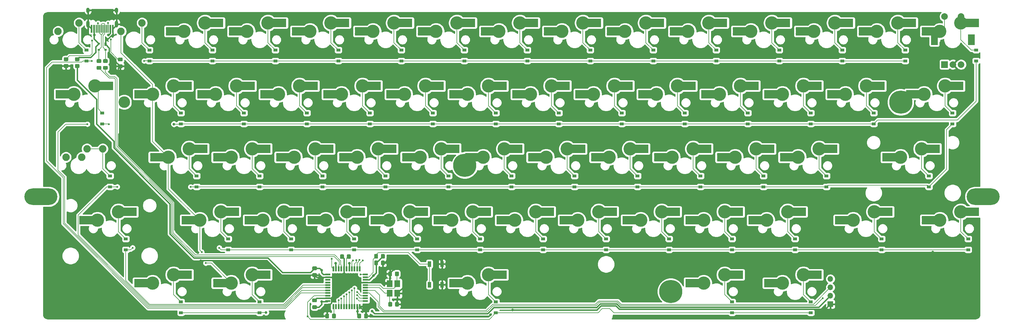
<source format=gbr>
%TF.GenerationSoftware,KiCad,Pcbnew,(5.1.6)-1*%
%TF.CreationDate,2020-09-28T13:00:59+07:00*%
%TF.ProjectId,HHKR,48484b52-2e6b-4696-9361-645f70636258,rev?*%
%TF.SameCoordinates,Original*%
%TF.FileFunction,Copper,L2,Bot*%
%TF.FilePolarity,Positive*%
%FSLAX46Y46*%
G04 Gerber Fmt 4.6, Leading zero omitted, Abs format (unit mm)*
G04 Created by KiCad (PCBNEW (5.1.6)-1) date 2020-09-28 13:00:59*
%MOMM*%
%LPD*%
G01*
G04 APERTURE LIST*
%TA.AperFunction,Conductor*%
%ADD10R,4.500000X2.500000*%
%TD*%
%TA.AperFunction,ViaPad*%
%ADD11C,0.800000*%
%TD*%
%TA.AperFunction,ViaPad*%
%ADD12C,4.000000*%
%TD*%
%TA.AperFunction,ComponentPad*%
%ADD13C,7.000240*%
%TD*%
%TA.AperFunction,ComponentPad*%
%ADD14O,9.999980X5.001260*%
%TD*%
%TA.AperFunction,ComponentPad*%
%ADD15C,3.500000*%
%TD*%
%TA.AperFunction,SMDPad,CuDef*%
%ADD16R,1.800000X2.100000*%
%TD*%
%TA.AperFunction,SMDPad,CuDef*%
%ADD17R,1.000000X1.700000*%
%TD*%
%TA.AperFunction,SMDPad,CuDef*%
%ADD18R,0.700000X1.000000*%
%TD*%
%TA.AperFunction,SMDPad,CuDef*%
%ADD19R,0.700000X0.600000*%
%TD*%
%TA.AperFunction,ComponentPad*%
%ADD20C,2.250000*%
%TD*%
%TA.AperFunction,SMDPad,CuDef*%
%ADD21R,1.200000X0.900000*%
%TD*%
%TA.AperFunction,SMDPad,CuDef*%
%ADD22R,0.600000X2.450000*%
%TD*%
%TA.AperFunction,SMDPad,CuDef*%
%ADD23R,0.300000X2.450000*%
%TD*%
%TA.AperFunction,ComponentPad*%
%ADD24O,1.000000X2.100000*%
%TD*%
%TA.AperFunction,ComponentPad*%
%ADD25O,1.000000X1.600000*%
%TD*%
%TA.AperFunction,SMDPad,CuDef*%
%ADD26R,1.500000X0.550000*%
%TD*%
%TA.AperFunction,SMDPad,CuDef*%
%ADD27R,0.550000X1.500000*%
%TD*%
%TA.AperFunction,ComponentPad*%
%ADD28C,2.000000*%
%TD*%
%TA.AperFunction,ComponentPad*%
%ADD29R,2.000000X3.200000*%
%TD*%
%TA.AperFunction,ComponentPad*%
%ADD30R,2.000000X2.000000*%
%TD*%
%TA.AperFunction,ComponentPad*%
%ADD31O,1.700000X1.700000*%
%TD*%
%TA.AperFunction,ComponentPad*%
%ADD32R,1.700000X1.700000*%
%TD*%
%TA.AperFunction,ViaPad*%
%ADD33C,0.600000*%
%TD*%
%TA.AperFunction,Conductor*%
%ADD34C,0.200000*%
%TD*%
%TA.AperFunction,Conductor*%
%ADD35C,0.381000*%
%TD*%
%TA.AperFunction,Conductor*%
%ADD36C,0.254000*%
%TD*%
G04 APERTURE END LIST*
D10*
%TO.N,Net-(D60-Pad2)*%
%TO.C,MX60*%
X286829500Y81280000D03*
%TO.N,COL13*%
X273902500Y78740000D03*
D11*
%TO.N,Net-(D60-Pad2)*%
X288607500Y80518000D03*
%TO.N,COL13*%
X272097500Y77978000D03*
%TO.N,Net-(D60-Pad2)*%
X288607500Y82042000D03*
%TO.N,COL13*%
X272097500Y79502000D03*
D12*
X277177500Y78740000D03*
%TO.N,Net-(D60-Pad2)*%
X283527500Y81280000D03*
%TD*%
D10*
%TO.N,Net-(D30-Pad2)*%
%TO.C,MX30*%
X153479500Y62230000D03*
%TO.N,COL6*%
X140552500Y59690000D03*
D11*
%TO.N,Net-(D30-Pad2)*%
X155257500Y61468000D03*
%TO.N,COL6*%
X138747500Y58928000D03*
%TO.N,Net-(D30-Pad2)*%
X155257500Y62992000D03*
%TO.N,COL6*%
X138747500Y60452000D03*
D12*
X143827500Y59690000D03*
%TO.N,Net-(D30-Pad2)*%
X150177500Y62230000D03*
%TD*%
D13*
%TO.P,H6,1*%
%TO.N,N/C*%
X138250000Y57250000D03*
%TD*%
%TO.P,H5,1*%
%TO.N,N/C*%
X200550000Y19050000D03*
%TD*%
%TO.P,H4,1*%
%TO.N,N/C*%
X270100000Y76350000D03*
%TD*%
D14*
%TO.P,H3,1*%
%TO.N,N/C*%
X295050000Y47750000D03*
%TD*%
%TO.P,H2,1*%
%TO.N,N/C*%
X10050000Y47750000D03*
%TD*%
D15*
%TO.P,H1,1*%
%TO.N,N/C*%
X35250000Y76350000D03*
%TD*%
D11*
%TO.N,Net-(D27-Pad2)*%
%TO.C,MX27*%
X150495000Y24892000D03*
X150495000Y23368000D03*
D10*
X148717000Y24130000D03*
D11*
%TO.N,COL5*%
X133985000Y20828000D03*
D12*
%TO.N,Net-(D27-Pad2)*%
X145415000Y24130000D03*
%TO.N,COL5*%
X139065000Y21590000D03*
D10*
X135790000Y21590000D03*
D11*
X133985000Y22352000D03*
%TD*%
D10*
%TO.N,Net-(D22-Pad2)*%
%TO.C,MX22*%
X124904500Y43180000D03*
%TO.N,COL4*%
X111977500Y40640000D03*
D11*
%TO.N,Net-(D22-Pad2)*%
X126682500Y42418000D03*
%TO.N,COL4*%
X110172500Y39878000D03*
%TO.N,Net-(D22-Pad2)*%
X126682500Y43942000D03*
%TO.N,COL4*%
X110172500Y41402000D03*
D12*
X115252500Y40640000D03*
%TO.N,Net-(D22-Pad2)*%
X121602500Y43180000D03*
%TD*%
%TO.P,R5,2*%
%TO.N,Net-(R5-Pad2)*%
%TA.AperFunction,SMDPad,CuDef*%
G36*
G01*
X112010000Y30160001D02*
X112010000Y29259999D01*
G75*
G02*
X111760001Y29010000I-249999J0D01*
G01*
X111109999Y29010000D01*
G75*
G02*
X110860000Y29259999I0J249999D01*
G01*
X110860000Y30160001D01*
G75*
G02*
X111109999Y30410000I249999J0D01*
G01*
X111760001Y30410000D01*
G75*
G02*
X112010000Y30160001I0J-249999D01*
G01*
G37*
%TD.AperFunction*%
%TO.P,R5,1*%
%TO.N,+5V*%
%TA.AperFunction,SMDPad,CuDef*%
G36*
G01*
X114060000Y30160001D02*
X114060000Y29259999D01*
G75*
G02*
X113810001Y29010000I-249999J0D01*
G01*
X113159999Y29010000D01*
G75*
G02*
X112910000Y29259999I0J249999D01*
G01*
X112910000Y30160001D01*
G75*
G02*
X113159999Y30410000I249999J0D01*
G01*
X113810001Y30410000D01*
G75*
G02*
X114060000Y30160001I0J-249999D01*
G01*
G37*
%TD.AperFunction*%
%TD*%
%TO.P,C2,2*%
%TO.N,GND*%
%TA.AperFunction,SMDPad,CuDef*%
G36*
G01*
X112910000Y27269999D02*
X112910000Y28170001D01*
G75*
G02*
X113159999Y28420000I249999J0D01*
G01*
X113810001Y28420000D01*
G75*
G02*
X114060000Y28170001I0J-249999D01*
G01*
X114060000Y27269999D01*
G75*
G02*
X113810001Y27020000I-249999J0D01*
G01*
X113159999Y27020000D01*
G75*
G02*
X112910000Y27269999I0J249999D01*
G01*
G37*
%TD.AperFunction*%
%TO.P,C2,1*%
%TO.N,+5V*%
%TA.AperFunction,SMDPad,CuDef*%
G36*
G01*
X110860000Y27269999D02*
X110860000Y28170001D01*
G75*
G02*
X111109999Y28420000I249999J0D01*
G01*
X111760001Y28420000D01*
G75*
G02*
X112010000Y28170001I0J-249999D01*
G01*
X112010000Y27269999D01*
G75*
G02*
X111760001Y27020000I-249999J0D01*
G01*
X111109999Y27020000D01*
G75*
G02*
X110860000Y27269999I0J249999D01*
G01*
G37*
%TD.AperFunction*%
%TD*%
%TO.P,C4,2*%
%TO.N,Net-(C4-Pad2)*%
%TA.AperFunction,SMDPad,CuDef*%
G36*
G01*
X117146250Y23947499D02*
X117146250Y24847501D01*
G75*
G02*
X117396249Y25097500I249999J0D01*
G01*
X118046251Y25097500D01*
G75*
G02*
X118296250Y24847501I0J-249999D01*
G01*
X118296250Y23947499D01*
G75*
G02*
X118046251Y23697500I-249999J0D01*
G01*
X117396249Y23697500D01*
G75*
G02*
X117146250Y23947499I0J249999D01*
G01*
G37*
%TD.AperFunction*%
%TO.P,C4,1*%
%TO.N,GND*%
%TA.AperFunction,SMDPad,CuDef*%
G36*
G01*
X115096250Y23947499D02*
X115096250Y24847501D01*
G75*
G02*
X115346249Y25097500I249999J0D01*
G01*
X115996251Y25097500D01*
G75*
G02*
X116246250Y24847501I0J-249999D01*
G01*
X116246250Y23947499D01*
G75*
G02*
X115996251Y23697500I-249999J0D01*
G01*
X115346249Y23697500D01*
G75*
G02*
X115096250Y23947499I0J249999D01*
G01*
G37*
%TD.AperFunction*%
%TD*%
D16*
%TO.P,Y1,4*%
%TO.N,GND*%
X117851250Y18507500D03*
%TO.P,Y1,3*%
%TO.N,Net-(C4-Pad2)*%
X117851250Y21407500D03*
%TO.P,Y1,2*%
%TO.N,GND*%
X115551250Y21407500D03*
%TO.P,Y1,1*%
%TO.N,Net-(C3-Pad2)*%
X115551250Y18507500D03*
%TD*%
D17*
%TO.P,SW1,2*%
%TO.N,Net-(R5-Pad2)*%
X127570000Y27390000D03*
X127570000Y21090000D03*
%TO.P,SW1,1*%
%TO.N,GND*%
X131370000Y27390000D03*
X131370000Y21090000D03*
%TD*%
%TO.P,R6,2*%
%TO.N,Net-(R6-Pad2)*%
%TA.AperFunction,SMDPad,CuDef*%
G36*
G01*
X98090000Y11179999D02*
X98090000Y12080001D01*
G75*
G02*
X98339999Y12330000I249999J0D01*
G01*
X98990001Y12330000D01*
G75*
G02*
X99240000Y12080001I0J-249999D01*
G01*
X99240000Y11179999D01*
G75*
G02*
X98990001Y10930000I-249999J0D01*
G01*
X98339999Y10930000D01*
G75*
G02*
X98090000Y11179999I0J249999D01*
G01*
G37*
%TD.AperFunction*%
%TO.P,R6,1*%
%TO.N,GND*%
%TA.AperFunction,SMDPad,CuDef*%
G36*
G01*
X96040000Y11179999D02*
X96040000Y12080001D01*
G75*
G02*
X96289999Y12330000I249999J0D01*
G01*
X96940001Y12330000D01*
G75*
G02*
X97190000Y12080001I0J-249999D01*
G01*
X97190000Y11179999D01*
G75*
G02*
X96940001Y10930000I-249999J0D01*
G01*
X96289999Y10930000D01*
G75*
G02*
X96040000Y11179999I0J249999D01*
G01*
G37*
%TD.AperFunction*%
%TD*%
%TO.P,C1,2*%
%TO.N,GND*%
%TA.AperFunction,SMDPad,CuDef*%
G36*
G01*
X107800000Y11189999D02*
X107800000Y12090001D01*
G75*
G02*
X108049999Y12340000I249999J0D01*
G01*
X108700001Y12340000D01*
G75*
G02*
X108950000Y12090001I0J-249999D01*
G01*
X108950000Y11189999D01*
G75*
G02*
X108700001Y10940000I-249999J0D01*
G01*
X108049999Y10940000D01*
G75*
G02*
X107800000Y11189999I0J249999D01*
G01*
G37*
%TD.AperFunction*%
%TO.P,C1,1*%
%TO.N,+5V*%
%TA.AperFunction,SMDPad,CuDef*%
G36*
G01*
X105750000Y11189999D02*
X105750000Y12090001D01*
G75*
G02*
X105999999Y12340000I249999J0D01*
G01*
X106650001Y12340000D01*
G75*
G02*
X106900000Y12090001I0J-249999D01*
G01*
X106900000Y11189999D01*
G75*
G02*
X106650001Y10940000I-249999J0D01*
G01*
X105999999Y10940000D01*
G75*
G02*
X105750000Y11189999I0J249999D01*
G01*
G37*
%TD.AperFunction*%
%TD*%
%TO.P,C7,2*%
%TO.N,GND*%
%TA.AperFunction,SMDPad,CuDef*%
G36*
G01*
X101700000Y30070001D02*
X101700000Y29169999D01*
G75*
G02*
X101450001Y28920000I-249999J0D01*
G01*
X100799999Y28920000D01*
G75*
G02*
X100550000Y29169999I0J249999D01*
G01*
X100550000Y30070001D01*
G75*
G02*
X100799999Y30320000I249999J0D01*
G01*
X101450001Y30320000D01*
G75*
G02*
X101700000Y30070001I0J-249999D01*
G01*
G37*
%TD.AperFunction*%
%TO.P,C7,1*%
%TO.N,Net-(C7-Pad1)*%
%TA.AperFunction,SMDPad,CuDef*%
G36*
G01*
X103750000Y30070001D02*
X103750000Y29169999D01*
G75*
G02*
X103500001Y28920000I-249999J0D01*
G01*
X102849999Y28920000D01*
G75*
G02*
X102600000Y29169999I0J249999D01*
G01*
X102600000Y30070001D01*
G75*
G02*
X102849999Y30320000I249999J0D01*
G01*
X103500001Y30320000D01*
G75*
G02*
X103750000Y30070001I0J-249999D01*
G01*
G37*
%TD.AperFunction*%
%TD*%
%TO.P,C6,2*%
%TO.N,+5V*%
%TA.AperFunction,SMDPad,CuDef*%
G36*
G01*
X93260001Y25500000D02*
X92359999Y25500000D01*
G75*
G02*
X92110000Y25749999I0J249999D01*
G01*
X92110000Y26400001D01*
G75*
G02*
X92359999Y26650000I249999J0D01*
G01*
X93260001Y26650000D01*
G75*
G02*
X93510000Y26400001I0J-249999D01*
G01*
X93510000Y25749999D01*
G75*
G02*
X93260001Y25500000I-249999J0D01*
G01*
G37*
%TD.AperFunction*%
%TO.P,C6,1*%
%TO.N,GND*%
%TA.AperFunction,SMDPad,CuDef*%
G36*
G01*
X93260001Y23450000D02*
X92359999Y23450000D01*
G75*
G02*
X92110000Y23699999I0J249999D01*
G01*
X92110000Y24350001D01*
G75*
G02*
X92359999Y24600000I249999J0D01*
G01*
X93260001Y24600000D01*
G75*
G02*
X93510000Y24350001I0J-249999D01*
G01*
X93510000Y23699999D01*
G75*
G02*
X93260001Y23450000I-249999J0D01*
G01*
G37*
%TD.AperFunction*%
%TD*%
%TO.P,C5,2*%
%TO.N,+5V*%
%TA.AperFunction,SMDPad,CuDef*%
G36*
G01*
X92359999Y14910000D02*
X93260001Y14910000D01*
G75*
G02*
X93510000Y14660001I0J-249999D01*
G01*
X93510000Y14009999D01*
G75*
G02*
X93260001Y13760000I-249999J0D01*
G01*
X92359999Y13760000D01*
G75*
G02*
X92110000Y14009999I0J249999D01*
G01*
X92110000Y14660001D01*
G75*
G02*
X92359999Y14910000I249999J0D01*
G01*
G37*
%TD.AperFunction*%
%TO.P,C5,1*%
%TO.N,GND*%
%TA.AperFunction,SMDPad,CuDef*%
G36*
G01*
X92359999Y16960000D02*
X93260001Y16960000D01*
G75*
G02*
X93510000Y16710001I0J-249999D01*
G01*
X93510000Y16059999D01*
G75*
G02*
X93260001Y15810000I-249999J0D01*
G01*
X92359999Y15810000D01*
G75*
G02*
X92110000Y16059999I0J249999D01*
G01*
X92110000Y16710001D01*
G75*
G02*
X92359999Y16960000I249999J0D01*
G01*
G37*
%TD.AperFunction*%
%TD*%
%TO.P,C3,2*%
%TO.N,Net-(C3-Pad2)*%
%TA.AperFunction,SMDPad,CuDef*%
G36*
G01*
X116281250Y15637501D02*
X116281250Y14737499D01*
G75*
G02*
X116031251Y14487500I-249999J0D01*
G01*
X115381249Y14487500D01*
G75*
G02*
X115131250Y14737499I0J249999D01*
G01*
X115131250Y15637501D01*
G75*
G02*
X115381249Y15887500I249999J0D01*
G01*
X116031251Y15887500D01*
G75*
G02*
X116281250Y15637501I0J-249999D01*
G01*
G37*
%TD.AperFunction*%
%TO.P,C3,1*%
%TO.N,GND*%
%TA.AperFunction,SMDPad,CuDef*%
G36*
G01*
X118331250Y15637501D02*
X118331250Y14737499D01*
G75*
G02*
X118081251Y14487500I-249999J0D01*
G01*
X117431249Y14487500D01*
G75*
G02*
X117181250Y14737499I0J249999D01*
G01*
X117181250Y15637501D01*
G75*
G02*
X117431249Y15887500I249999J0D01*
G01*
X118081251Y15887500D01*
G75*
G02*
X118331250Y15637501I0J-249999D01*
G01*
G37*
%TD.AperFunction*%
%TD*%
%TO.P,R1,2*%
%TO.N,Net-(R1-Pad2)*%
%TA.AperFunction,SMDPad,CuDef*%
G36*
G01*
X18100001Y88775000D02*
X17199999Y88775000D01*
G75*
G02*
X16950000Y89024999I0J249999D01*
G01*
X16950000Y89675001D01*
G75*
G02*
X17199999Y89925000I249999J0D01*
G01*
X18100001Y89925000D01*
G75*
G02*
X18350000Y89675001I0J-249999D01*
G01*
X18350000Y89024999D01*
G75*
G02*
X18100001Y88775000I-249999J0D01*
G01*
G37*
%TD.AperFunction*%
%TO.P,R1,1*%
%TO.N,GND*%
%TA.AperFunction,SMDPad,CuDef*%
G36*
G01*
X18100001Y86725000D02*
X17199999Y86725000D01*
G75*
G02*
X16950000Y86974999I0J249999D01*
G01*
X16950000Y87625001D01*
G75*
G02*
X17199999Y87875000I249999J0D01*
G01*
X18100001Y87875000D01*
G75*
G02*
X18350000Y87625001I0J-249999D01*
G01*
X18350000Y86974999D01*
G75*
G02*
X18100001Y86725000I-249999J0D01*
G01*
G37*
%TD.AperFunction*%
%TD*%
D18*
%TO.P,U2,1*%
%TO.N,GND*%
X29570000Y93880000D03*
D19*
%TO.P,U2,4*%
%TO.N,VCC*%
X27570000Y94080000D03*
%TO.P,U2,2*%
%TO.N,D+*%
X29570000Y92180000D03*
%TO.P,U2,3*%
%TO.N,D-*%
X27570000Y92180000D03*
%TD*%
%TO.P,F1,2*%
%TO.N,VCC*%
%TA.AperFunction,SMDPad,CuDef*%
G36*
G01*
X21480001Y88770000D02*
X20579999Y88770000D01*
G75*
G02*
X20330000Y89019999I0J249999D01*
G01*
X20330000Y89670001D01*
G75*
G02*
X20579999Y89920000I249999J0D01*
G01*
X21480001Y89920000D01*
G75*
G02*
X21730000Y89670001I0J-249999D01*
G01*
X21730000Y89019999D01*
G75*
G02*
X21480001Y88770000I-249999J0D01*
G01*
G37*
%TD.AperFunction*%
%TO.P,F1,1*%
%TO.N,+5V*%
%TA.AperFunction,SMDPad,CuDef*%
G36*
G01*
X21480001Y86720000D02*
X20579999Y86720000D01*
G75*
G02*
X20330000Y86969999I0J249999D01*
G01*
X20330000Y87620001D01*
G75*
G02*
X20579999Y87870000I249999J0D01*
G01*
X21480001Y87870000D01*
G75*
G02*
X21730000Y87620001I0J-249999D01*
G01*
X21730000Y86969999D01*
G75*
G02*
X21480001Y86720000I-249999J0D01*
G01*
G37*
%TD.AperFunction*%
%TD*%
D20*
%TO.P,MX61,2*%
%TO.N,Net-(D3-Pad2)*%
X23971250Y62230000D03*
%TO.P,MX61,1*%
%TO.N,COL0*%
X17621250Y59690000D03*
%TD*%
%TO.P,MX3,2*%
%TO.N,Net-(D3-Pad2)*%
X28733750Y62230000D03*
%TO.P,MX3,1*%
%TO.N,COL0*%
X22383750Y59690000D03*
%TD*%
D10*
%TO.N,COL0*%
%TO.C,MX4*%
X23871250Y40640000D03*
D12*
%TO.N,Net-(D4-Pad2)*%
X33496250Y43180000D03*
D11*
%TO.N,COL0*%
X22066250Y41402000D03*
X22066250Y39878000D03*
D12*
X27146250Y40640000D03*
D11*
%TO.N,Net-(D4-Pad2)*%
X38576250Y43942000D03*
D10*
X36798250Y43180000D03*
D11*
X38576250Y42418000D03*
%TD*%
D10*
%TO.N,COL12*%
%TO.C,MX56*%
X266758750Y59690000D03*
D12*
%TO.N,Net-(D56-Pad2)*%
X276383750Y62230000D03*
D11*
%TO.N,COL12*%
X264953750Y60452000D03*
X264953750Y58928000D03*
D12*
X270033750Y59690000D03*
D11*
%TO.N,Net-(D56-Pad2)*%
X281463750Y62992000D03*
D10*
X279685750Y62230000D03*
D11*
X281463750Y61468000D03*
%TD*%
D20*
%TO.P,MX6,2*%
%TO.N,Net-(D6-Pad2)*%
X40640000Y100330000D03*
%TO.P,MX6,1*%
%TO.N,COL1*%
X34290000Y97790000D03*
%TD*%
%TO.P,MX1,2*%
%TO.N,Net-(D1-Pad2)*%
X21590000Y100330000D03*
%TO.P,MX1,1*%
%TO.N,COL0*%
X15240000Y97790000D03*
%TD*%
D10*
%TO.N,Net-(D18-Pad2)*%
%TO.C,MX18*%
X105854500Y43180000D03*
%TO.N,COL3*%
X92927500Y40640000D03*
D11*
%TO.N,Net-(D18-Pad2)*%
X107632500Y42418000D03*
%TO.N,COL3*%
X91122500Y39878000D03*
%TO.N,Net-(D18-Pad2)*%
X107632500Y43942000D03*
%TO.N,COL3*%
X91122500Y41402000D03*
D12*
X96202500Y40640000D03*
%TO.N,Net-(D18-Pad2)*%
X102552500Y43180000D03*
%TD*%
D10*
%TO.N,Net-(D17-Pad2)*%
%TO.C,MX17*%
X96329500Y62230000D03*
%TO.N,COL3*%
X83402500Y59690000D03*
D11*
%TO.N,Net-(D17-Pad2)*%
X98107500Y61468000D03*
%TO.N,COL3*%
X81597500Y58928000D03*
%TO.N,Net-(D17-Pad2)*%
X98107500Y62992000D03*
%TO.N,COL3*%
X81597500Y60452000D03*
D12*
X86677500Y59690000D03*
%TO.N,Net-(D17-Pad2)*%
X93027500Y62230000D03*
%TD*%
D10*
%TO.N,Net-(D16-Pad2)*%
%TO.C,MX16*%
X91567000Y81280000D03*
%TO.N,COL3*%
X78640000Y78740000D03*
D11*
%TO.N,Net-(D16-Pad2)*%
X93345000Y80518000D03*
%TO.N,COL3*%
X76835000Y77978000D03*
%TO.N,Net-(D16-Pad2)*%
X93345000Y82042000D03*
%TO.N,COL3*%
X76835000Y79502000D03*
D12*
X81915000Y78740000D03*
%TO.N,Net-(D16-Pad2)*%
X88265000Y81280000D03*
%TD*%
D21*
%TO.P,D16,1*%
%TO.N,ROW1*%
X90487500Y69787500D03*
%TO.P,D16,2*%
%TO.N,Net-(D16-Pad2)*%
X90487500Y73087500D03*
%TD*%
D22*
%TO.P,USB1,12*%
%TO.N,GND*%
X31815000Y98560000D03*
%TO.P,USB1,1*%
X25365000Y98560000D03*
%TO.P,USB1,11*%
%TO.N,VCC*%
X31040000Y98560000D03*
%TO.P,USB1,2*%
X26140000Y98560000D03*
D23*
%TO.P,USB1,3*%
%TO.N,Net-(USB1-Pad3)*%
X26840000Y98560000D03*
%TO.P,USB1,10*%
%TO.N,Net-(R2-Pad2)*%
X30340000Y98560000D03*
%TO.P,USB1,4*%
%TO.N,Net-(R1-Pad2)*%
X27340000Y98560000D03*
%TO.P,USB1,9*%
%TO.N,Net-(USB1-Pad9)*%
X29840000Y98560000D03*
%TO.P,USB1,5*%
%TO.N,D-*%
X27840000Y98560000D03*
%TO.P,USB1,8*%
%TO.N,D+*%
X29340000Y98560000D03*
%TO.P,USB1,7*%
%TO.N,D-*%
X28840000Y98560000D03*
%TO.P,USB1,6*%
%TO.N,D+*%
X28340000Y98560000D03*
D24*
%TO.P,USB1,13*%
%TO.N,GND*%
X24270000Y99975000D03*
X32910000Y99975000D03*
D25*
X24270000Y104155000D03*
X32910000Y104155000D03*
%TD*%
D26*
%TO.P,U1,44*%
%TO.N,+5V*%
X96800000Y24200000D03*
%TO.P,U1,43*%
%TO.N,GND*%
X96800000Y23400000D03*
%TO.P,U1,42*%
%TO.N,Net-(U1-Pad42)*%
X96800000Y22600000D03*
%TO.P,U1,41*%
%TO.N,Net-(U1-Pad41)*%
X96800000Y21800000D03*
%TO.P,U1,40*%
%TO.N,ROW3*%
X96800000Y21000000D03*
%TO.P,U1,39*%
%TO.N,ROW2*%
X96800000Y20200000D03*
%TO.P,U1,38*%
%TO.N,ROW1*%
X96800000Y19400000D03*
%TO.P,U1,37*%
%TO.N,ROW0*%
X96800000Y18600000D03*
%TO.P,U1,36*%
%TO.N,ROW4*%
X96800000Y17800000D03*
%TO.P,U1,35*%
%TO.N,GND*%
X96800000Y17000000D03*
%TO.P,U1,34*%
%TO.N,+5V*%
X96800000Y16200000D03*
D27*
%TO.P,U1,33*%
%TO.N,Net-(R6-Pad2)*%
X98500000Y14500000D03*
%TO.P,U1,32*%
%TO.N,Net-(U1-Pad32)*%
X99300000Y14500000D03*
%TO.P,U1,31*%
%TO.N,ENCB*%
X100100000Y14500000D03*
%TO.P,U1,30*%
%TO.N,ENCA*%
X100900000Y14500000D03*
%TO.P,U1,29*%
%TO.N,COL13*%
X101700000Y14500000D03*
%TO.P,U1,28*%
%TO.N,COL12*%
X102500000Y14500000D03*
%TO.P,U1,27*%
%TO.N,COL11*%
X103300000Y14500000D03*
%TO.P,U1,26*%
%TO.N,COL10*%
X104100000Y14500000D03*
%TO.P,U1,25*%
%TO.N,COL9*%
X104900000Y14500000D03*
%TO.P,U1,24*%
%TO.N,+5V*%
X105700000Y14500000D03*
%TO.P,U1,23*%
%TO.N,GND*%
X106500000Y14500000D03*
D26*
%TO.P,U1,22*%
%TO.N,COL8*%
X108200000Y16200000D03*
%TO.P,U1,21*%
%TO.N,COL7*%
X108200000Y17000000D03*
%TO.P,U1,20*%
%TO.N,COL6*%
X108200000Y17800000D03*
%TO.P,U1,19*%
%TO.N,SDA*%
X108200000Y18600000D03*
%TO.P,U1,18*%
%TO.N,SCL*%
X108200000Y19400000D03*
%TO.P,U1,17*%
%TO.N,Net-(C3-Pad2)*%
X108200000Y20200000D03*
%TO.P,U1,16*%
%TO.N,Net-(C4-Pad2)*%
X108200000Y21000000D03*
%TO.P,U1,15*%
%TO.N,GND*%
X108200000Y21800000D03*
%TO.P,U1,14*%
%TO.N,+5V*%
X108200000Y22600000D03*
%TO.P,U1,13*%
%TO.N,Net-(R5-Pad2)*%
X108200000Y23400000D03*
%TO.P,U1,12*%
%TO.N,COL5*%
X108200000Y24200000D03*
D27*
%TO.P,U1,11*%
%TO.N,COL4*%
X106500000Y25900000D03*
%TO.P,U1,10*%
%TO.N,COL3*%
X105700000Y25900000D03*
%TO.P,U1,9*%
%TO.N,COL2*%
X104900000Y25900000D03*
%TO.P,U1,8*%
%TO.N,COL1*%
X104100000Y25900000D03*
%TO.P,U1,7*%
%TO.N,+5V*%
X103300000Y25900000D03*
%TO.P,U1,6*%
%TO.N,Net-(C7-Pad1)*%
X102500000Y25900000D03*
%TO.P,U1,5*%
%TO.N,GND*%
X101700000Y25900000D03*
%TO.P,U1,4*%
%TO.N,D+*%
X100900000Y25900000D03*
%TO.P,U1,3*%
%TO.N,D-*%
X100100000Y25900000D03*
%TO.P,U1,2*%
%TO.N,+5V*%
X99300000Y25900000D03*
%TO.P,U1,1*%
%TO.N,COL0*%
X98500000Y25900000D03*
%TD*%
D28*
%TO.P,SWE1,S1*%
%TO.N,SWE1*%
X288368750Y102250000D03*
%TO.P,SWE1,S2*%
%TO.N,COL13*%
X283368750Y102250000D03*
D29*
%TO.P,SWE1,MP*%
%TO.N,N/C*%
X291468750Y95250000D03*
X280268750Y95250000D03*
D28*
%TO.P,SWE1,B*%
%TO.N,ENCB*%
X288368750Y87750000D03*
%TO.P,SWE1,C*%
%TO.N,GND*%
X285868750Y87750000D03*
D30*
%TO.P,SWE1,A*%
%TO.N,ENCA*%
X283368750Y87750000D03*
%TD*%
%TO.P,R4,2*%
%TO.N,D-*%
%TA.AperFunction,SMDPad,CuDef*%
G36*
G01*
X27149999Y87320000D02*
X28050001Y87320000D01*
G75*
G02*
X28300000Y87070001I0J-249999D01*
G01*
X28300000Y86419999D01*
G75*
G02*
X28050001Y86170000I-249999J0D01*
G01*
X27149999Y86170000D01*
G75*
G02*
X26900000Y86419999I0J249999D01*
G01*
X26900000Y87070001D01*
G75*
G02*
X27149999Y87320000I249999J0D01*
G01*
G37*
%TD.AperFunction*%
%TO.P,R4,1*%
%TA.AperFunction,SMDPad,CuDef*%
G36*
G01*
X27149999Y89370000D02*
X28050001Y89370000D01*
G75*
G02*
X28300000Y89120001I0J-249999D01*
G01*
X28300000Y88469999D01*
G75*
G02*
X28050001Y88220000I-249999J0D01*
G01*
X27149999Y88220000D01*
G75*
G02*
X26900000Y88469999I0J249999D01*
G01*
X26900000Y89120001D01*
G75*
G02*
X27149999Y89370000I249999J0D01*
G01*
G37*
%TD.AperFunction*%
%TD*%
%TO.P,R3,2*%
%TO.N,D+*%
%TA.AperFunction,SMDPad,CuDef*%
G36*
G01*
X29099999Y87330000D02*
X30000001Y87330000D01*
G75*
G02*
X30250000Y87080001I0J-249999D01*
G01*
X30250000Y86429999D01*
G75*
G02*
X30000001Y86180000I-249999J0D01*
G01*
X29099999Y86180000D01*
G75*
G02*
X28850000Y86429999I0J249999D01*
G01*
X28850000Y87080001D01*
G75*
G02*
X29099999Y87330000I249999J0D01*
G01*
G37*
%TD.AperFunction*%
%TO.P,R3,1*%
%TA.AperFunction,SMDPad,CuDef*%
G36*
G01*
X29099999Y89380000D02*
X30000001Y89380000D01*
G75*
G02*
X30250000Y89130001I0J-249999D01*
G01*
X30250000Y88479999D01*
G75*
G02*
X30000001Y88230000I-249999J0D01*
G01*
X29099999Y88230000D01*
G75*
G02*
X28850000Y88479999I0J249999D01*
G01*
X28850000Y89130001D01*
G75*
G02*
X29099999Y89380000I249999J0D01*
G01*
G37*
%TD.AperFunction*%
%TD*%
%TO.P,R2,2*%
%TO.N,Net-(R2-Pad2)*%
%TA.AperFunction,SMDPad,CuDef*%
G36*
G01*
X34500001Y88700000D02*
X33599999Y88700000D01*
G75*
G02*
X33350000Y88949999I0J249999D01*
G01*
X33350000Y89600001D01*
G75*
G02*
X33599999Y89850000I249999J0D01*
G01*
X34500001Y89850000D01*
G75*
G02*
X34750000Y89600001I0J-249999D01*
G01*
X34750000Y88949999D01*
G75*
G02*
X34500001Y88700000I-249999J0D01*
G01*
G37*
%TD.AperFunction*%
%TO.P,R2,1*%
%TO.N,GND*%
%TA.AperFunction,SMDPad,CuDef*%
G36*
G01*
X34500001Y86650000D02*
X33599999Y86650000D01*
G75*
G02*
X33350000Y86899999I0J249999D01*
G01*
X33350000Y87550001D01*
G75*
G02*
X33599999Y87800000I249999J0D01*
G01*
X34500001Y87800000D01*
G75*
G02*
X34750000Y87550001I0J-249999D01*
G01*
X34750000Y86899999D01*
G75*
G02*
X34500001Y86650000I-249999J0D01*
G01*
G37*
%TD.AperFunction*%
%TD*%
D31*
%TO.P,J1,4*%
%TO.N,SDA*%
X248820000Y22860000D03*
%TO.P,J1,3*%
%TO.N,SCL*%
X248820000Y20320000D03*
%TO.P,J1,2*%
%TO.N,+5V*%
X248820000Y17780000D03*
D32*
%TO.P,J1,1*%
%TO.N,GND*%
X248820000Y15240000D03*
%TD*%
D10*
%TO.N,SWE1*%
%TO.C,MX59*%
X291592000Y100330000D03*
%TO.N,COL13*%
X278665000Y97790000D03*
D11*
%TO.N,SWE1*%
X293370000Y99568000D03*
%TO.N,COL13*%
X276860000Y97028000D03*
%TO.N,SWE1*%
X293370000Y101092000D03*
%TO.N,COL13*%
X276860000Y98552000D03*
D12*
X281940000Y97790000D03*
%TO.N,SWE1*%
X288290000Y100330000D03*
%TD*%
D10*
%TO.N,Net-(D58-Pad2)*%
%TO.C,MX58*%
X272542000Y100330000D03*
%TO.N,COL13*%
X259615000Y97790000D03*
D11*
%TO.N,Net-(D58-Pad2)*%
X274320000Y99568000D03*
%TO.N,COL13*%
X257810000Y97028000D03*
%TO.N,Net-(D58-Pad2)*%
X274320000Y101092000D03*
%TO.N,COL13*%
X257810000Y98552000D03*
D12*
X262890000Y97790000D03*
%TO.N,Net-(D58-Pad2)*%
X269240000Y100330000D03*
%TD*%
D10*
%TO.N,Net-(D57-Pad2)*%
%TO.C,MX57*%
X291592000Y43180000D03*
%TO.N,COL12*%
X278665000Y40640000D03*
D11*
%TO.N,Net-(D57-Pad2)*%
X293370000Y42418000D03*
%TO.N,COL12*%
X276860000Y39878000D03*
%TO.N,Net-(D57-Pad2)*%
X293370000Y43942000D03*
%TO.N,COL12*%
X276860000Y41402000D03*
D12*
X281940000Y40640000D03*
%TO.N,Net-(D57-Pad2)*%
X288290000Y43180000D03*
%TD*%
D10*
%TO.N,Net-(D55-Pad2)*%
%TO.C,MX55*%
X263017000Y81280000D03*
%TO.N,COL12*%
X250090000Y78740000D03*
D11*
%TO.N,Net-(D55-Pad2)*%
X264795000Y80518000D03*
%TO.N,COL12*%
X248285000Y77978000D03*
%TO.N,Net-(D55-Pad2)*%
X264795000Y82042000D03*
%TO.N,COL12*%
X248285000Y79502000D03*
D12*
X253365000Y78740000D03*
%TO.N,Net-(D55-Pad2)*%
X259715000Y81280000D03*
%TD*%
D10*
%TO.N,Net-(D54-Pad2)*%
%TO.C,MX54*%
X253492000Y100330000D03*
%TO.N,COL12*%
X240565000Y97790000D03*
D11*
%TO.N,Net-(D54-Pad2)*%
X255270000Y99568000D03*
%TO.N,COL12*%
X238760000Y97028000D03*
%TO.N,Net-(D54-Pad2)*%
X255270000Y101092000D03*
%TO.N,COL12*%
X238760000Y98552000D03*
D12*
X243840000Y97790000D03*
%TO.N,Net-(D54-Pad2)*%
X250190000Y100330000D03*
%TD*%
D10*
%TO.N,Net-(D53-Pad2)*%
%TO.C,MX53*%
X265398250Y43180000D03*
%TO.N,COL11*%
X252471250Y40640000D03*
D11*
%TO.N,Net-(D53-Pad2)*%
X267176250Y42418000D03*
%TO.N,COL11*%
X250666250Y39878000D03*
%TO.N,Net-(D53-Pad2)*%
X267176250Y43942000D03*
%TO.N,COL11*%
X250666250Y41402000D03*
D12*
X255746250Y40640000D03*
%TO.N,Net-(D53-Pad2)*%
X262096250Y43180000D03*
%TD*%
D10*
%TO.N,Net-(D52-Pad2)*%
%TO.C,MX52*%
X248729500Y62230000D03*
%TO.N,COL11*%
X235802500Y59690000D03*
D11*
%TO.N,Net-(D52-Pad2)*%
X250507500Y61468000D03*
%TO.N,COL11*%
X233997500Y58928000D03*
%TO.N,Net-(D52-Pad2)*%
X250507500Y62992000D03*
%TO.N,COL11*%
X233997500Y60452000D03*
D12*
X239077500Y59690000D03*
%TO.N,Net-(D52-Pad2)*%
X245427500Y62230000D03*
%TD*%
D10*
%TO.N,Net-(D51-Pad2)*%
%TO.C,MX51*%
X243967000Y81280000D03*
%TO.N,COL11*%
X231040000Y78740000D03*
D11*
%TO.N,Net-(D51-Pad2)*%
X245745000Y80518000D03*
%TO.N,COL11*%
X229235000Y77978000D03*
%TO.N,Net-(D51-Pad2)*%
X245745000Y82042000D03*
%TO.N,COL11*%
X229235000Y79502000D03*
D12*
X234315000Y78740000D03*
%TO.N,Net-(D51-Pad2)*%
X240665000Y81280000D03*
%TD*%
D10*
%TO.N,Net-(D50-Pad2)*%
%TO.C,MX50*%
X234442000Y100330000D03*
%TO.N,COL11*%
X221515000Y97790000D03*
D11*
%TO.N,Net-(D50-Pad2)*%
X236220000Y99568000D03*
%TO.N,COL11*%
X219710000Y97028000D03*
%TO.N,Net-(D50-Pad2)*%
X236220000Y101092000D03*
%TO.N,COL11*%
X219710000Y98552000D03*
D12*
X224790000Y97790000D03*
%TO.N,Net-(D50-Pad2)*%
X231140000Y100330000D03*
%TD*%
D10*
%TO.N,Net-(D49-Pad2)*%
%TO.C,MX49*%
X243967000Y24130000D03*
%TO.N,COL10*%
X231040000Y21590000D03*
D11*
%TO.N,Net-(D49-Pad2)*%
X245745000Y23368000D03*
%TO.N,COL10*%
X229235000Y20828000D03*
%TO.N,Net-(D49-Pad2)*%
X245745000Y24892000D03*
%TO.N,COL10*%
X229235000Y22352000D03*
D12*
X234315000Y21590000D03*
%TO.N,Net-(D49-Pad2)*%
X240665000Y24130000D03*
%TD*%
D10*
%TO.N,Net-(D48-Pad2)*%
%TO.C,MX48*%
X239204500Y43180000D03*
%TO.N,COL10*%
X226277500Y40640000D03*
D11*
%TO.N,Net-(D48-Pad2)*%
X240982500Y42418000D03*
%TO.N,COL10*%
X224472500Y39878000D03*
%TO.N,Net-(D48-Pad2)*%
X240982500Y43942000D03*
%TO.N,COL10*%
X224472500Y41402000D03*
D12*
X229552500Y40640000D03*
%TO.N,Net-(D48-Pad2)*%
X235902500Y43180000D03*
%TD*%
D10*
%TO.N,Net-(D47-Pad2)*%
%TO.C,MX47*%
X229679500Y62230000D03*
%TO.N,COL10*%
X216752500Y59690000D03*
D11*
%TO.N,Net-(D47-Pad2)*%
X231457500Y61468000D03*
%TO.N,COL10*%
X214947500Y58928000D03*
%TO.N,Net-(D47-Pad2)*%
X231457500Y62992000D03*
%TO.N,COL10*%
X214947500Y60452000D03*
D12*
X220027500Y59690000D03*
%TO.N,Net-(D47-Pad2)*%
X226377500Y62230000D03*
%TD*%
D10*
%TO.N,Net-(D46-Pad2)*%
%TO.C,MX46*%
X224917000Y81280000D03*
%TO.N,COL10*%
X211990000Y78740000D03*
D11*
%TO.N,Net-(D46-Pad2)*%
X226695000Y80518000D03*
%TO.N,COL10*%
X210185000Y77978000D03*
%TO.N,Net-(D46-Pad2)*%
X226695000Y82042000D03*
%TO.N,COL10*%
X210185000Y79502000D03*
D12*
X215265000Y78740000D03*
%TO.N,Net-(D46-Pad2)*%
X221615000Y81280000D03*
%TD*%
D10*
%TO.N,Net-(D45-Pad2)*%
%TO.C,MX45*%
X215392000Y100330000D03*
%TO.N,COL10*%
X202465000Y97790000D03*
D11*
%TO.N,Net-(D45-Pad2)*%
X217170000Y99568000D03*
%TO.N,COL10*%
X200660000Y97028000D03*
%TO.N,Net-(D45-Pad2)*%
X217170000Y101092000D03*
%TO.N,COL10*%
X200660000Y98552000D03*
D12*
X205740000Y97790000D03*
%TO.N,Net-(D45-Pad2)*%
X212090000Y100330000D03*
%TD*%
D10*
%TO.N,Net-(D44-Pad2)*%
%TO.C,MX44*%
X220154500Y24130000D03*
%TO.N,COL9*%
X207227500Y21590000D03*
D11*
%TO.N,Net-(D44-Pad2)*%
X221932500Y23368000D03*
%TO.N,COL9*%
X205422500Y20828000D03*
%TO.N,Net-(D44-Pad2)*%
X221932500Y24892000D03*
%TO.N,COL9*%
X205422500Y22352000D03*
D12*
X210502500Y21590000D03*
%TO.N,Net-(D44-Pad2)*%
X216852500Y24130000D03*
%TD*%
D10*
%TO.N,Net-(D43-Pad2)*%
%TO.C,MX43*%
X220154500Y43180000D03*
%TO.N,COL9*%
X207227500Y40640000D03*
D11*
%TO.N,Net-(D43-Pad2)*%
X221932500Y42418000D03*
%TO.N,COL9*%
X205422500Y39878000D03*
%TO.N,Net-(D43-Pad2)*%
X221932500Y43942000D03*
%TO.N,COL9*%
X205422500Y41402000D03*
D12*
X210502500Y40640000D03*
%TO.N,Net-(D43-Pad2)*%
X216852500Y43180000D03*
%TD*%
D10*
%TO.N,Net-(D42-Pad2)*%
%TO.C,MX42*%
X210629500Y62230000D03*
%TO.N,COL9*%
X197702500Y59690000D03*
D11*
%TO.N,Net-(D42-Pad2)*%
X212407500Y61468000D03*
%TO.N,COL9*%
X195897500Y58928000D03*
%TO.N,Net-(D42-Pad2)*%
X212407500Y62992000D03*
%TO.N,COL9*%
X195897500Y60452000D03*
D12*
X200977500Y59690000D03*
%TO.N,Net-(D42-Pad2)*%
X207327500Y62230000D03*
%TD*%
D10*
%TO.N,Net-(D41-Pad2)*%
%TO.C,MX41*%
X205867000Y81280000D03*
%TO.N,COL9*%
X192940000Y78740000D03*
D11*
%TO.N,Net-(D41-Pad2)*%
X207645000Y80518000D03*
%TO.N,COL9*%
X191135000Y77978000D03*
%TO.N,Net-(D41-Pad2)*%
X207645000Y82042000D03*
%TO.N,COL9*%
X191135000Y79502000D03*
D12*
X196215000Y78740000D03*
%TO.N,Net-(D41-Pad2)*%
X202565000Y81280000D03*
%TD*%
D10*
%TO.N,Net-(D40-Pad2)*%
%TO.C,MX40*%
X196342000Y100330000D03*
%TO.N,COL9*%
X183415000Y97790000D03*
D11*
%TO.N,Net-(D40-Pad2)*%
X198120000Y99568000D03*
%TO.N,COL9*%
X181610000Y97028000D03*
%TO.N,Net-(D40-Pad2)*%
X198120000Y101092000D03*
%TO.N,COL9*%
X181610000Y98552000D03*
D12*
X186690000Y97790000D03*
%TO.N,Net-(D40-Pad2)*%
X193040000Y100330000D03*
%TD*%
D10*
%TO.N,Net-(D39-Pad2)*%
%TO.C,MX39*%
X201104500Y43180000D03*
%TO.N,COL8*%
X188177500Y40640000D03*
D11*
%TO.N,Net-(D39-Pad2)*%
X202882500Y42418000D03*
%TO.N,COL8*%
X186372500Y39878000D03*
%TO.N,Net-(D39-Pad2)*%
X202882500Y43942000D03*
%TO.N,COL8*%
X186372500Y41402000D03*
D12*
X191452500Y40640000D03*
%TO.N,Net-(D39-Pad2)*%
X197802500Y43180000D03*
%TD*%
D10*
%TO.N,Net-(D38-Pad2)*%
%TO.C,MX38*%
X191579500Y62230000D03*
%TO.N,COL8*%
X178652500Y59690000D03*
D11*
%TO.N,Net-(D38-Pad2)*%
X193357500Y61468000D03*
%TO.N,COL8*%
X176847500Y58928000D03*
%TO.N,Net-(D38-Pad2)*%
X193357500Y62992000D03*
%TO.N,COL8*%
X176847500Y60452000D03*
D12*
X181927500Y59690000D03*
%TO.N,Net-(D38-Pad2)*%
X188277500Y62230000D03*
%TD*%
D10*
%TO.N,Net-(D37-Pad2)*%
%TO.C,MX37*%
X186817000Y81280000D03*
%TO.N,COL8*%
X173890000Y78740000D03*
D11*
%TO.N,Net-(D37-Pad2)*%
X188595000Y80518000D03*
%TO.N,COL8*%
X172085000Y77978000D03*
%TO.N,Net-(D37-Pad2)*%
X188595000Y82042000D03*
%TO.N,COL8*%
X172085000Y79502000D03*
D12*
X177165000Y78740000D03*
%TO.N,Net-(D37-Pad2)*%
X183515000Y81280000D03*
%TD*%
D10*
%TO.N,Net-(D36-Pad2)*%
%TO.C,MX36*%
X177292000Y100330000D03*
%TO.N,COL8*%
X164365000Y97790000D03*
D11*
%TO.N,Net-(D36-Pad2)*%
X179070000Y99568000D03*
%TO.N,COL8*%
X162560000Y97028000D03*
%TO.N,Net-(D36-Pad2)*%
X179070000Y101092000D03*
%TO.N,COL8*%
X162560000Y98552000D03*
D12*
X167640000Y97790000D03*
%TO.N,Net-(D36-Pad2)*%
X173990000Y100330000D03*
%TD*%
D10*
%TO.N,Net-(D35-Pad2)*%
%TO.C,MX35*%
X182054500Y43180000D03*
%TO.N,COL7*%
X169127500Y40640000D03*
D11*
%TO.N,Net-(D35-Pad2)*%
X183832500Y42418000D03*
%TO.N,COL7*%
X167322500Y39878000D03*
%TO.N,Net-(D35-Pad2)*%
X183832500Y43942000D03*
%TO.N,COL7*%
X167322500Y41402000D03*
D12*
X172402500Y40640000D03*
%TO.N,Net-(D35-Pad2)*%
X178752500Y43180000D03*
%TD*%
D10*
%TO.N,Net-(D34-Pad2)*%
%TO.C,MX34*%
X172529500Y62230000D03*
%TO.N,COL7*%
X159602500Y59690000D03*
D11*
%TO.N,Net-(D34-Pad2)*%
X174307500Y61468000D03*
%TO.N,COL7*%
X157797500Y58928000D03*
%TO.N,Net-(D34-Pad2)*%
X174307500Y62992000D03*
%TO.N,COL7*%
X157797500Y60452000D03*
D12*
X162877500Y59690000D03*
%TO.N,Net-(D34-Pad2)*%
X169227500Y62230000D03*
%TD*%
D10*
%TO.N,Net-(D33-Pad2)*%
%TO.C,MX33*%
X167767000Y81280000D03*
%TO.N,COL7*%
X154840000Y78740000D03*
D11*
%TO.N,Net-(D33-Pad2)*%
X169545000Y80518000D03*
%TO.N,COL7*%
X153035000Y77978000D03*
%TO.N,Net-(D33-Pad2)*%
X169545000Y82042000D03*
%TO.N,COL7*%
X153035000Y79502000D03*
D12*
X158115000Y78740000D03*
%TO.N,Net-(D33-Pad2)*%
X164465000Y81280000D03*
%TD*%
D10*
%TO.N,Net-(D32-Pad2)*%
%TO.C,MX32*%
X158242000Y100330000D03*
%TO.N,COL7*%
X145315000Y97790000D03*
D11*
%TO.N,Net-(D32-Pad2)*%
X160020000Y99568000D03*
%TO.N,COL7*%
X143510000Y97028000D03*
%TO.N,Net-(D32-Pad2)*%
X160020000Y101092000D03*
%TO.N,COL7*%
X143510000Y98552000D03*
D12*
X148590000Y97790000D03*
%TO.N,Net-(D32-Pad2)*%
X154940000Y100330000D03*
%TD*%
D10*
%TO.N,Net-(D31-Pad2)*%
%TO.C,MX31*%
X163004500Y43180000D03*
%TO.N,COL6*%
X150077500Y40640000D03*
D11*
%TO.N,Net-(D31-Pad2)*%
X164782500Y42418000D03*
%TO.N,COL6*%
X148272500Y39878000D03*
%TO.N,Net-(D31-Pad2)*%
X164782500Y43942000D03*
%TO.N,COL6*%
X148272500Y41402000D03*
D12*
X153352500Y40640000D03*
%TO.N,Net-(D31-Pad2)*%
X159702500Y43180000D03*
%TD*%
D10*
%TO.N,Net-(D29-Pad2)*%
%TO.C,MX29*%
X148717000Y81280000D03*
%TO.N,COL6*%
X135790000Y78740000D03*
D11*
%TO.N,Net-(D29-Pad2)*%
X150495000Y80518000D03*
%TO.N,COL6*%
X133985000Y77978000D03*
%TO.N,Net-(D29-Pad2)*%
X150495000Y82042000D03*
%TO.N,COL6*%
X133985000Y79502000D03*
D12*
X139065000Y78740000D03*
%TO.N,Net-(D29-Pad2)*%
X145415000Y81280000D03*
%TD*%
D10*
%TO.N,Net-(D28-Pad2)*%
%TO.C,MX28*%
X139192000Y100330000D03*
%TO.N,COL6*%
X126265000Y97790000D03*
D11*
%TO.N,Net-(D28-Pad2)*%
X140970000Y99568000D03*
%TO.N,COL6*%
X124460000Y97028000D03*
%TO.N,Net-(D28-Pad2)*%
X140970000Y101092000D03*
%TO.N,COL6*%
X124460000Y98552000D03*
D12*
X129540000Y97790000D03*
%TO.N,Net-(D28-Pad2)*%
X135890000Y100330000D03*
%TD*%
D10*
%TO.N,Net-(D26-Pad2)*%
%TO.C,MX26*%
X143954500Y43180000D03*
%TO.N,COL5*%
X131027500Y40640000D03*
D11*
%TO.N,Net-(D26-Pad2)*%
X145732500Y42418000D03*
%TO.N,COL5*%
X129222500Y39878000D03*
%TO.N,Net-(D26-Pad2)*%
X145732500Y43942000D03*
%TO.N,COL5*%
X129222500Y41402000D03*
D12*
X134302500Y40640000D03*
%TO.N,Net-(D26-Pad2)*%
X140652500Y43180000D03*
%TD*%
D10*
%TO.N,Net-(D25-Pad2)*%
%TO.C,MX25*%
X134429500Y62230000D03*
%TO.N,COL5*%
X121502500Y59690000D03*
D11*
%TO.N,Net-(D25-Pad2)*%
X136207500Y61468000D03*
%TO.N,COL5*%
X119697500Y58928000D03*
%TO.N,Net-(D25-Pad2)*%
X136207500Y62992000D03*
%TO.N,COL5*%
X119697500Y60452000D03*
D12*
X124777500Y59690000D03*
%TO.N,Net-(D25-Pad2)*%
X131127500Y62230000D03*
%TD*%
D10*
%TO.N,Net-(D24-Pad2)*%
%TO.C,MX24*%
X129667000Y81280000D03*
%TO.N,COL5*%
X116740000Y78740000D03*
D11*
%TO.N,Net-(D24-Pad2)*%
X131445000Y80518000D03*
%TO.N,COL5*%
X114935000Y77978000D03*
%TO.N,Net-(D24-Pad2)*%
X131445000Y82042000D03*
%TO.N,COL5*%
X114935000Y79502000D03*
D12*
X120015000Y78740000D03*
%TO.N,Net-(D24-Pad2)*%
X126365000Y81280000D03*
%TD*%
D10*
%TO.N,Net-(D23-Pad2)*%
%TO.C,MX23*%
X120142000Y100330000D03*
%TO.N,COL5*%
X107215000Y97790000D03*
D11*
%TO.N,Net-(D23-Pad2)*%
X121920000Y99568000D03*
%TO.N,COL5*%
X105410000Y97028000D03*
%TO.N,Net-(D23-Pad2)*%
X121920000Y101092000D03*
%TO.N,COL5*%
X105410000Y98552000D03*
D12*
X110490000Y97790000D03*
%TO.N,Net-(D23-Pad2)*%
X116840000Y100330000D03*
%TD*%
D10*
%TO.N,Net-(D21-Pad2)*%
%TO.C,MX21*%
X115379500Y62230000D03*
%TO.N,COL4*%
X102452500Y59690000D03*
D11*
%TO.N,Net-(D21-Pad2)*%
X117157500Y61468000D03*
%TO.N,COL4*%
X100647500Y58928000D03*
%TO.N,Net-(D21-Pad2)*%
X117157500Y62992000D03*
%TO.N,COL4*%
X100647500Y60452000D03*
D12*
X105727500Y59690000D03*
%TO.N,Net-(D21-Pad2)*%
X112077500Y62230000D03*
%TD*%
D10*
%TO.N,Net-(D20-Pad2)*%
%TO.C,MX20*%
X110617000Y81280000D03*
%TO.N,COL4*%
X97690000Y78740000D03*
D11*
%TO.N,Net-(D20-Pad2)*%
X112395000Y80518000D03*
%TO.N,COL4*%
X95885000Y77978000D03*
%TO.N,Net-(D20-Pad2)*%
X112395000Y82042000D03*
%TO.N,COL4*%
X95885000Y79502000D03*
D12*
X100965000Y78740000D03*
%TO.N,Net-(D20-Pad2)*%
X107315000Y81280000D03*
%TD*%
D10*
%TO.N,Net-(D19-Pad2)*%
%TO.C,MX19*%
X101092000Y100330000D03*
%TO.N,COL4*%
X88165000Y97790000D03*
D11*
%TO.N,Net-(D19-Pad2)*%
X102870000Y99568000D03*
%TO.N,COL4*%
X86360000Y97028000D03*
%TO.N,Net-(D19-Pad2)*%
X102870000Y101092000D03*
%TO.N,COL4*%
X86360000Y98552000D03*
D12*
X91440000Y97790000D03*
%TO.N,Net-(D19-Pad2)*%
X97790000Y100330000D03*
%TD*%
D10*
%TO.N,Net-(D15-Pad2)*%
%TO.C,MX15*%
X82042000Y100330000D03*
%TO.N,COL3*%
X69115000Y97790000D03*
D11*
%TO.N,Net-(D15-Pad2)*%
X83820000Y99568000D03*
%TO.N,COL3*%
X67310000Y97028000D03*
%TO.N,Net-(D15-Pad2)*%
X83820000Y101092000D03*
%TO.N,COL3*%
X67310000Y98552000D03*
D12*
X72390000Y97790000D03*
%TO.N,Net-(D15-Pad2)*%
X78740000Y100330000D03*
%TD*%
D10*
%TO.N,Net-(D14-Pad2)*%
%TO.C,MX14*%
X86804500Y43180000D03*
%TO.N,COL2*%
X73877500Y40640000D03*
D11*
%TO.N,Net-(D14-Pad2)*%
X88582500Y42418000D03*
%TO.N,COL2*%
X72072500Y39878000D03*
%TO.N,Net-(D14-Pad2)*%
X88582500Y43942000D03*
%TO.N,COL2*%
X72072500Y41402000D03*
D12*
X77152500Y40640000D03*
%TO.N,Net-(D14-Pad2)*%
X83502500Y43180000D03*
%TD*%
D10*
%TO.N,Net-(D13-Pad2)*%
%TO.C,MX13*%
X77279500Y62230000D03*
%TO.N,COL2*%
X64352500Y59690000D03*
D11*
%TO.N,Net-(D13-Pad2)*%
X79057500Y61468000D03*
%TO.N,COL2*%
X62547500Y58928000D03*
%TO.N,Net-(D13-Pad2)*%
X79057500Y62992000D03*
%TO.N,COL2*%
X62547500Y60452000D03*
D12*
X67627500Y59690000D03*
%TO.N,Net-(D13-Pad2)*%
X73977500Y62230000D03*
%TD*%
D10*
%TO.N,Net-(D12-Pad2)*%
%TO.C,MX12*%
X72517000Y81280000D03*
%TO.N,COL2*%
X59590000Y78740000D03*
D11*
%TO.N,Net-(D12-Pad2)*%
X74295000Y80518000D03*
%TO.N,COL2*%
X57785000Y77978000D03*
%TO.N,Net-(D12-Pad2)*%
X74295000Y82042000D03*
%TO.N,COL2*%
X57785000Y79502000D03*
D12*
X62865000Y78740000D03*
%TO.N,Net-(D12-Pad2)*%
X69215000Y81280000D03*
%TD*%
D10*
%TO.N,Net-(D11-Pad2)*%
%TO.C,MX11*%
X62992000Y100330000D03*
%TO.N,COL2*%
X50065000Y97790000D03*
D11*
%TO.N,Net-(D11-Pad2)*%
X64770000Y99568000D03*
%TO.N,COL2*%
X48260000Y97028000D03*
%TO.N,Net-(D11-Pad2)*%
X64770000Y101092000D03*
%TO.N,COL2*%
X48260000Y98552000D03*
D12*
X53340000Y97790000D03*
%TO.N,Net-(D11-Pad2)*%
X59690000Y100330000D03*
%TD*%
D10*
%TO.N,Net-(D10-Pad2)*%
%TO.C,MX10*%
X77279500Y24130000D03*
%TO.N,COL1*%
X64352500Y21590000D03*
D11*
%TO.N,Net-(D10-Pad2)*%
X79057500Y23368000D03*
%TO.N,COL1*%
X62547500Y20828000D03*
%TO.N,Net-(D10-Pad2)*%
X79057500Y24892000D03*
%TO.N,COL1*%
X62547500Y22352000D03*
D12*
X67627500Y21590000D03*
%TO.N,Net-(D10-Pad2)*%
X73977500Y24130000D03*
%TD*%
D10*
%TO.N,Net-(D9-Pad2)*%
%TO.C,MX9*%
X67754500Y43180000D03*
%TO.N,COL1*%
X54827500Y40640000D03*
D11*
%TO.N,Net-(D9-Pad2)*%
X69532500Y42418000D03*
%TO.N,COL1*%
X53022500Y39878000D03*
%TO.N,Net-(D9-Pad2)*%
X69532500Y43942000D03*
%TO.N,COL1*%
X53022500Y41402000D03*
D12*
X58102500Y40640000D03*
%TO.N,Net-(D9-Pad2)*%
X64452500Y43180000D03*
%TD*%
D10*
%TO.N,Net-(D8-Pad2)*%
%TO.C,MX8*%
X58229500Y62230000D03*
%TO.N,COL1*%
X45302500Y59690000D03*
D11*
%TO.N,Net-(D8-Pad2)*%
X60007500Y61468000D03*
%TO.N,COL1*%
X43497500Y58928000D03*
%TO.N,Net-(D8-Pad2)*%
X60007500Y62992000D03*
%TO.N,COL1*%
X43497500Y60452000D03*
D12*
X48577500Y59690000D03*
%TO.N,Net-(D8-Pad2)*%
X54927500Y62230000D03*
%TD*%
D10*
%TO.N,Net-(D7-Pad2)*%
%TO.C,MX7*%
X53467000Y81280000D03*
%TO.N,COL1*%
X40540000Y78740000D03*
D11*
%TO.N,Net-(D7-Pad2)*%
X55245000Y80518000D03*
%TO.N,COL1*%
X38735000Y77978000D03*
%TO.N,Net-(D7-Pad2)*%
X55245000Y82042000D03*
%TO.N,COL1*%
X38735000Y79502000D03*
D12*
X43815000Y78740000D03*
%TO.N,Net-(D7-Pad2)*%
X50165000Y81280000D03*
%TD*%
D10*
%TO.N,Net-(D5-Pad2)*%
%TO.C,MX5*%
X53467000Y24130000D03*
%TO.N,COL0*%
X40540000Y21590000D03*
D11*
%TO.N,Net-(D5-Pad2)*%
X55245000Y23368000D03*
%TO.N,COL0*%
X38735000Y20828000D03*
%TO.N,Net-(D5-Pad2)*%
X55245000Y24892000D03*
%TO.N,COL0*%
X38735000Y22352000D03*
D12*
X43815000Y21590000D03*
%TO.N,Net-(D5-Pad2)*%
X50165000Y24130000D03*
%TD*%
D10*
%TO.N,Net-(D2-Pad2)*%
%TO.C,MX2*%
X29654500Y81280000D03*
%TO.N,COL0*%
X16727500Y78740000D03*
D11*
%TO.N,Net-(D2-Pad2)*%
X31432500Y80518000D03*
%TO.N,COL0*%
X14922500Y77978000D03*
%TO.N,Net-(D2-Pad2)*%
X31432500Y82042000D03*
%TO.N,COL0*%
X14922500Y79502000D03*
D12*
X20002500Y78740000D03*
%TO.N,Net-(D2-Pad2)*%
X26352500Y81280000D03*
%TD*%
D21*
%TO.P,D60,1*%
%TO.N,ROW2*%
X285750000Y69787500D03*
%TO.P,D60,2*%
%TO.N,Net-(D60-Pad2)*%
X285750000Y73087500D03*
%TD*%
%TO.P,D59,1*%
%TO.N,ROW1*%
X292893750Y88837500D03*
%TO.P,D59,2*%
%TO.N,SWE1*%
X292893750Y92137500D03*
%TD*%
%TO.P,D58,1*%
%TO.N,ROW0*%
X271462500Y88837500D03*
%TO.P,D58,2*%
%TO.N,Net-(D58-Pad2)*%
X271462500Y92137500D03*
%TD*%
%TO.P,D57,1*%
%TO.N,ROW3*%
X290512500Y31687500D03*
%TO.P,D57,2*%
%TO.N,Net-(D57-Pad2)*%
X290512500Y34987500D03*
%TD*%
%TO.P,D56,1*%
%TO.N,ROW2*%
X278606250Y50737500D03*
%TO.P,D56,2*%
%TO.N,Net-(D56-Pad2)*%
X278606250Y54037500D03*
%TD*%
%TO.P,D55,1*%
%TO.N,ROW1*%
X261937500Y69787500D03*
%TO.P,D55,2*%
%TO.N,Net-(D55-Pad2)*%
X261937500Y73087500D03*
%TD*%
%TO.P,D54,1*%
%TO.N,ROW0*%
X252412500Y88837500D03*
%TO.P,D54,2*%
%TO.N,Net-(D54-Pad2)*%
X252412500Y92137500D03*
%TD*%
%TO.P,D53,1*%
%TO.N,ROW3*%
X264318750Y31687500D03*
%TO.P,D53,2*%
%TO.N,Net-(D53-Pad2)*%
X264318750Y34987500D03*
%TD*%
%TO.P,D52,1*%
%TO.N,ROW2*%
X247650000Y50737500D03*
%TO.P,D52,2*%
%TO.N,Net-(D52-Pad2)*%
X247650000Y54037500D03*
%TD*%
%TO.P,D51,1*%
%TO.N,ROW1*%
X242887500Y69787500D03*
%TO.P,D51,2*%
%TO.N,Net-(D51-Pad2)*%
X242887500Y73087500D03*
%TD*%
%TO.P,D50,1*%
%TO.N,ROW0*%
X233362500Y88837500D03*
%TO.P,D50,2*%
%TO.N,Net-(D50-Pad2)*%
X233362500Y92137500D03*
%TD*%
%TO.P,D49,1*%
%TO.N,ROW4*%
X242887500Y12637500D03*
%TO.P,D49,2*%
%TO.N,Net-(D49-Pad2)*%
X242887500Y15937500D03*
%TD*%
%TO.P,D48,1*%
%TO.N,ROW3*%
X238125000Y31687500D03*
%TO.P,D48,2*%
%TO.N,Net-(D48-Pad2)*%
X238125000Y34987500D03*
%TD*%
%TO.P,D47,1*%
%TO.N,ROW2*%
X228600000Y50737500D03*
%TO.P,D47,2*%
%TO.N,Net-(D47-Pad2)*%
X228600000Y54037500D03*
%TD*%
%TO.P,D46,1*%
%TO.N,ROW1*%
X223837500Y69787500D03*
%TO.P,D46,2*%
%TO.N,Net-(D46-Pad2)*%
X223837500Y73087500D03*
%TD*%
%TO.P,D45,1*%
%TO.N,ROW0*%
X214312500Y88837500D03*
%TO.P,D45,2*%
%TO.N,Net-(D45-Pad2)*%
X214312500Y92137500D03*
%TD*%
%TO.P,D44,1*%
%TO.N,ROW4*%
X219075000Y12637500D03*
%TO.P,D44,2*%
%TO.N,Net-(D44-Pad2)*%
X219075000Y15937500D03*
%TD*%
%TO.P,D43,1*%
%TO.N,ROW3*%
X219075000Y31687500D03*
%TO.P,D43,2*%
%TO.N,Net-(D43-Pad2)*%
X219075000Y34987500D03*
%TD*%
%TO.P,D42,1*%
%TO.N,ROW2*%
X209550000Y50737500D03*
%TO.P,D42,2*%
%TO.N,Net-(D42-Pad2)*%
X209550000Y54037500D03*
%TD*%
%TO.P,D41,1*%
%TO.N,ROW1*%
X204787500Y69787500D03*
%TO.P,D41,2*%
%TO.N,Net-(D41-Pad2)*%
X204787500Y73087500D03*
%TD*%
%TO.P,D40,1*%
%TO.N,ROW0*%
X195262500Y88837500D03*
%TO.P,D40,2*%
%TO.N,Net-(D40-Pad2)*%
X195262500Y92137500D03*
%TD*%
%TO.P,D39,1*%
%TO.N,ROW3*%
X200025000Y31687500D03*
%TO.P,D39,2*%
%TO.N,Net-(D39-Pad2)*%
X200025000Y34987500D03*
%TD*%
%TO.P,D38,1*%
%TO.N,ROW2*%
X190500000Y50737500D03*
%TO.P,D38,2*%
%TO.N,Net-(D38-Pad2)*%
X190500000Y54037500D03*
%TD*%
%TO.P,D37,1*%
%TO.N,ROW1*%
X185737500Y69787500D03*
%TO.P,D37,2*%
%TO.N,Net-(D37-Pad2)*%
X185737500Y73087500D03*
%TD*%
%TO.P,D36,1*%
%TO.N,ROW0*%
X176212500Y88837500D03*
%TO.P,D36,2*%
%TO.N,Net-(D36-Pad2)*%
X176212500Y92137500D03*
%TD*%
%TO.P,D35,1*%
%TO.N,ROW3*%
X180975000Y31687500D03*
%TO.P,D35,2*%
%TO.N,Net-(D35-Pad2)*%
X180975000Y34987500D03*
%TD*%
%TO.P,D34,1*%
%TO.N,ROW2*%
X171450000Y50737500D03*
%TO.P,D34,2*%
%TO.N,Net-(D34-Pad2)*%
X171450000Y54037500D03*
%TD*%
%TO.P,D33,1*%
%TO.N,ROW1*%
X166687500Y69787500D03*
%TO.P,D33,2*%
%TO.N,Net-(D33-Pad2)*%
X166687500Y73087500D03*
%TD*%
%TO.P,D32,1*%
%TO.N,ROW0*%
X157162500Y88837500D03*
%TO.P,D32,2*%
%TO.N,Net-(D32-Pad2)*%
X157162500Y92137500D03*
%TD*%
%TO.P,D31,1*%
%TO.N,ROW3*%
X161925000Y31687500D03*
%TO.P,D31,2*%
%TO.N,Net-(D31-Pad2)*%
X161925000Y34987500D03*
%TD*%
%TO.P,D30,1*%
%TO.N,ROW2*%
X152400000Y50737500D03*
%TO.P,D30,2*%
%TO.N,Net-(D30-Pad2)*%
X152400000Y54037500D03*
%TD*%
%TO.P,D29,1*%
%TO.N,ROW1*%
X147637500Y69787500D03*
%TO.P,D29,2*%
%TO.N,Net-(D29-Pad2)*%
X147637500Y73087500D03*
%TD*%
%TO.P,D28,1*%
%TO.N,ROW0*%
X138112500Y88837500D03*
%TO.P,D28,2*%
%TO.N,Net-(D28-Pad2)*%
X138112500Y92137500D03*
%TD*%
%TO.P,D27,1*%
%TO.N,ROW4*%
X147637500Y12637500D03*
%TO.P,D27,2*%
%TO.N,Net-(D27-Pad2)*%
X147637500Y15937500D03*
%TD*%
%TO.P,D26,1*%
%TO.N,ROW3*%
X142875000Y31687500D03*
%TO.P,D26,2*%
%TO.N,Net-(D26-Pad2)*%
X142875000Y34987500D03*
%TD*%
%TO.P,D25,1*%
%TO.N,ROW2*%
X133350000Y50737500D03*
%TO.P,D25,2*%
%TO.N,Net-(D25-Pad2)*%
X133350000Y54037500D03*
%TD*%
%TO.P,D24,1*%
%TO.N,ROW1*%
X128587500Y69787500D03*
%TO.P,D24,2*%
%TO.N,Net-(D24-Pad2)*%
X128587500Y73087500D03*
%TD*%
%TO.P,D23,1*%
%TO.N,ROW0*%
X119062500Y88837500D03*
%TO.P,D23,2*%
%TO.N,Net-(D23-Pad2)*%
X119062500Y92137500D03*
%TD*%
%TO.P,D22,1*%
%TO.N,ROW3*%
X123825000Y31687500D03*
%TO.P,D22,2*%
%TO.N,Net-(D22-Pad2)*%
X123825000Y34987500D03*
%TD*%
%TO.P,D21,1*%
%TO.N,ROW2*%
X114300000Y50737500D03*
%TO.P,D21,2*%
%TO.N,Net-(D21-Pad2)*%
X114300000Y54037500D03*
%TD*%
%TO.P,D20,1*%
%TO.N,ROW1*%
X109537500Y69787500D03*
%TO.P,D20,2*%
%TO.N,Net-(D20-Pad2)*%
X109537500Y73087500D03*
%TD*%
%TO.P,D19,1*%
%TO.N,ROW0*%
X100012500Y88837500D03*
%TO.P,D19,2*%
%TO.N,Net-(D19-Pad2)*%
X100012500Y92137500D03*
%TD*%
%TO.P,D18,1*%
%TO.N,ROW3*%
X104775000Y31687500D03*
%TO.P,D18,2*%
%TO.N,Net-(D18-Pad2)*%
X104775000Y34987500D03*
%TD*%
%TO.P,D17,1*%
%TO.N,ROW2*%
X95250000Y50737500D03*
%TO.P,D17,2*%
%TO.N,Net-(D17-Pad2)*%
X95250000Y54037500D03*
%TD*%
%TO.P,D15,1*%
%TO.N,ROW0*%
X80962500Y88837500D03*
%TO.P,D15,2*%
%TO.N,Net-(D15-Pad2)*%
X80962500Y92137500D03*
%TD*%
%TO.P,D14,1*%
%TO.N,ROW3*%
X85725000Y31687500D03*
%TO.P,D14,2*%
%TO.N,Net-(D14-Pad2)*%
X85725000Y34987500D03*
%TD*%
%TO.P,D13,1*%
%TO.N,ROW2*%
X76200000Y50737500D03*
%TO.P,D13,2*%
%TO.N,Net-(D13-Pad2)*%
X76200000Y54037500D03*
%TD*%
%TO.P,D12,1*%
%TO.N,ROW1*%
X71437500Y69787500D03*
%TO.P,D12,2*%
%TO.N,Net-(D12-Pad2)*%
X71437500Y73087500D03*
%TD*%
%TO.P,D11,1*%
%TO.N,ROW0*%
X61912500Y88837500D03*
%TO.P,D11,2*%
%TO.N,Net-(D11-Pad2)*%
X61912500Y92137500D03*
%TD*%
%TO.P,D10,1*%
%TO.N,ROW4*%
X76200000Y12637500D03*
%TO.P,D10,2*%
%TO.N,Net-(D10-Pad2)*%
X76200000Y15937500D03*
%TD*%
%TO.P,D9,1*%
%TO.N,ROW3*%
X66675000Y31687500D03*
%TO.P,D9,2*%
%TO.N,Net-(D9-Pad2)*%
X66675000Y34987500D03*
%TD*%
%TO.P,D8,1*%
%TO.N,ROW2*%
X57150000Y50737500D03*
%TO.P,D8,2*%
%TO.N,Net-(D8-Pad2)*%
X57150000Y54037500D03*
%TD*%
%TO.P,D7,1*%
%TO.N,ROW1*%
X52387500Y69787500D03*
%TO.P,D7,2*%
%TO.N,Net-(D7-Pad2)*%
X52387500Y73087500D03*
%TD*%
%TO.P,D6,1*%
%TO.N,ROW0*%
X42862500Y88837500D03*
%TO.P,D6,2*%
%TO.N,Net-(D6-Pad2)*%
X42862500Y92137500D03*
%TD*%
%TO.P,D5,1*%
%TO.N,ROW4*%
X52387500Y12637500D03*
%TO.P,D5,2*%
%TO.N,Net-(D5-Pad2)*%
X52387500Y15937500D03*
%TD*%
%TO.P,D4,1*%
%TO.N,ROW3*%
X35718750Y31687500D03*
%TO.P,D4,2*%
%TO.N,Net-(D4-Pad2)*%
X35718750Y34987500D03*
%TD*%
%TO.P,D3,1*%
%TO.N,ROW2*%
X30956250Y50737500D03*
%TO.P,D3,2*%
%TO.N,Net-(D3-Pad2)*%
X30956250Y54037500D03*
%TD*%
%TO.P,D2,1*%
%TO.N,ROW1*%
X28575000Y69787500D03*
%TO.P,D2,2*%
%TO.N,Net-(D2-Pad2)*%
X28575000Y73087500D03*
%TD*%
%TO.P,D1,1*%
%TO.N,ROW0*%
X23812500Y88837500D03*
%TO.P,D1,2*%
%TO.N,Net-(D1-Pad2)*%
X23812500Y92137500D03*
%TD*%
D33*
%TO.N,ROW0*%
X25457500Y88837500D03*
X41280000Y88840000D03*
D11*
%TO.N,ROW1*%
X50280000Y69720000D03*
D33*
X30620000Y69720000D03*
X24110000Y69720000D03*
%TO.N,ROW2*%
X33130000Y50760000D03*
X55337500Y50737500D03*
%TO.N,ROW3*%
X63990000Y32300000D03*
X37780000Y32300000D03*
D11*
%TO.N,ROW4*%
X78140000Y12720000D03*
D33*
X90700000Y11520000D03*
%TO.N,COL0*%
X97990000Y28971800D03*
%TO.N,COL1*%
X104420000Y28423700D03*
X58680000Y30990000D03*
X59900000Y27650000D03*
%TO.N,COL2*%
X105417231Y28532984D03*
%TO.N,COL3*%
X106417908Y28604116D03*
%TO.N,COL4*%
X107413924Y28484257D03*
%TO.N,COL5*%
X106730000Y24200000D03*
%TO.N,COL6*%
X105707586Y18923152D03*
%TO.N,COL7*%
X105670000Y17920000D03*
%TO.N,COL8*%
X105617105Y16915661D03*
%TO.N,COL9*%
X104900000Y20032995D03*
%TO.N,COL10*%
X104100000Y19426721D03*
%TO.N,COL11*%
X103300000Y18821602D03*
D11*
%TO.N,GND*%
X146010000Y12040000D03*
X152660000Y13459380D03*
X130420000Y29030000D03*
X121300000Y29010000D03*
X279750000Y27646800D03*
X279750000Y30984300D03*
X275200000Y45780000D03*
X291560000Y76970000D03*
X291580000Y73490000D03*
X57550000Y30828200D03*
X58380000Y28387590D03*
X17650000Y85900000D03*
X33390000Y85630000D03*
%TO.N,+5V*%
X94960000Y25450000D03*
X99220000Y27630000D03*
X103310000Y27630000D03*
X94960000Y16030000D03*
X105790000Y13070000D03*
X110612238Y23867762D03*
X110210000Y13090000D03*
D33*
%TO.N,SDA*%
X246542238Y17047762D03*
%TO.N,Net-(R1-Pad2)*%
X27340000Y100240000D03*
X25560000Y94960000D03*
%TO.N,Net-(R2-Pad2)*%
X30340000Y100320000D03*
X31190000Y95300000D03*
%TO.N,ENCA*%
X100900000Y16976644D03*
%TO.N,ENCB*%
X100100000Y16400000D03*
%TO.N,COL12*%
X102499953Y18215236D03*
%TO.N,COL13*%
X101700000Y17610459D03*
D11*
%TO.N,VCC*%
X30444269Y96705731D03*
X26239999Y96690000D03*
%TD*%
D34*
%TO.N,ROW0*%
X23812500Y88837500D02*
X25457500Y88837500D01*
X25457500Y88837500D02*
X25460000Y88840000D01*
X42800000Y88900000D02*
X42862500Y88837500D01*
X41340000Y88900000D02*
X42800000Y88900000D01*
X42862500Y88837500D02*
X61912500Y88837500D01*
X61912500Y88837500D02*
X80962500Y88837500D01*
X80962500Y88837500D02*
X100012500Y88837500D01*
X100012500Y88837500D02*
X119062500Y88837500D01*
X119062500Y88837500D02*
X138112500Y88837500D01*
X138112500Y88837500D02*
X157162500Y88837500D01*
X157162500Y88837500D02*
X176212500Y88837500D01*
X176212500Y88837500D02*
X195262500Y88837500D01*
X195262500Y88837500D02*
X214312500Y88837500D01*
X214312500Y88837500D02*
X233362500Y88837500D01*
X233362500Y88837500D02*
X252412500Y88837500D01*
X252412500Y88837500D02*
X271462500Y88837500D01*
X23812500Y88837500D02*
X23441790Y88466790D01*
X88690672Y18600000D02*
X96800000Y18600000D01*
X22386790Y88466790D02*
X13456790Y88466790D01*
X11750000Y58559776D02*
X16787839Y53521937D01*
X13456790Y88466790D02*
X11750000Y86760000D01*
X23812500Y88837500D02*
X22757500Y88837500D01*
X11750000Y86760000D02*
X11750000Y58559776D01*
X16787839Y53521937D02*
X16787839Y39585725D01*
X22757500Y88837500D02*
X22386790Y88466790D01*
X16787839Y39585725D02*
X42398894Y13974669D01*
X42398894Y13974669D02*
X84065342Y13974669D01*
X84065342Y13974669D02*
X84301537Y14210865D01*
X84301537Y14210865D02*
X88690672Y18600000D01*
%TO.N,Net-(D1-Pad2)*%
X21590000Y94360000D02*
X23812500Y92137500D01*
X21590000Y100330000D02*
X21590000Y94360000D01*
%TO.N,ROW1*%
X28575000Y69787500D02*
X30552500Y69787500D01*
X30552500Y69787500D02*
X30620000Y69720000D01*
X52320000Y69720000D02*
X52387500Y69787500D01*
X50280000Y69720000D02*
X52320000Y69720000D01*
X52387500Y69787500D02*
X71437500Y69787500D01*
X71437500Y69787500D02*
X90487500Y69787500D01*
X90487500Y69787500D02*
X109537500Y69787500D01*
X109537500Y69787500D02*
X128587500Y69787500D01*
X128587500Y69787500D02*
X147637500Y69787500D01*
X147637500Y69787500D02*
X166687500Y69787500D01*
X166687500Y69787500D02*
X185737500Y69787500D01*
X185737500Y69787500D02*
X204787500Y69787500D01*
X204787500Y69787500D02*
X223837500Y69787500D01*
X223837500Y69787500D02*
X242887500Y69787500D01*
X242887500Y69787500D02*
X261937500Y69787500D01*
X292893750Y88837500D02*
X292893750Y76633750D01*
X292893750Y76633750D02*
X287220000Y70960000D01*
X263110000Y70960000D02*
X261937500Y69787500D01*
X287220000Y70960000D02*
X263110000Y70960000D01*
X88920448Y19400000D02*
X96800000Y19400000D01*
X83898327Y14377879D02*
X88920448Y19400000D01*
X17191049Y39752740D02*
X42565909Y14377879D01*
X42565909Y14377879D02*
X83898327Y14377879D01*
X17530000Y69700000D02*
X15173049Y67343049D01*
X15173049Y67343049D02*
X15173049Y55706951D01*
X17191049Y53688951D02*
X17191049Y39752740D01*
X24090000Y69700000D02*
X17530000Y69700000D01*
X15173049Y55706951D02*
X17191049Y53688951D01*
%TO.N,Net-(D2-Pad2)*%
X27353710Y80278790D02*
X27353710Y74308790D01*
X27353710Y74308790D02*
X28575000Y73087500D01*
X26352500Y81280000D02*
X27353710Y80278790D01*
%TO.N,ROW2*%
X283954549Y56085799D02*
X278606250Y50737500D01*
X283954549Y67992049D02*
X283954549Y56085799D01*
X285750000Y69787500D02*
X283954549Y67992049D01*
X248104601Y51192101D02*
X247650000Y50737500D01*
X278151649Y51192101D02*
X248104601Y51192101D01*
X278606250Y50737500D02*
X278151649Y51192101D01*
X247650000Y50737500D02*
X228600000Y50737500D01*
X228600000Y50737500D02*
X209550000Y50737500D01*
X209550000Y50737500D02*
X190500000Y50737500D01*
X190500000Y50737500D02*
X171450000Y50737500D01*
X171450000Y50737500D02*
X152400000Y50737500D01*
X152400000Y50737500D02*
X133350000Y50737500D01*
X133350000Y50737500D02*
X114300000Y50737500D01*
X114300000Y50737500D02*
X95250000Y50737500D01*
X95250000Y50737500D02*
X76200000Y50737500D01*
X76200000Y50737500D02*
X57150000Y50737500D01*
X57150000Y50737500D02*
X55337500Y50737500D01*
X55337500Y50737500D02*
X55310000Y50710000D01*
X30978750Y50760000D02*
X30956250Y50737500D01*
X33130000Y50760000D02*
X30978750Y50760000D01*
X29922988Y50737500D02*
X21318049Y42132561D01*
X30956250Y50737500D02*
X29922988Y50737500D01*
X83731314Y14781089D02*
X83967509Y15017285D01*
X21318049Y42132561D02*
X21318049Y36195965D01*
X21318049Y36195965D02*
X42732924Y14781089D01*
X42732924Y14781089D02*
X83731314Y14781089D01*
X89150224Y20200000D02*
X96800000Y20200000D01*
X83967509Y15017285D02*
X89150224Y20200000D01*
%TO.N,Net-(D3-Pad2)*%
X28733750Y56260000D02*
X30956250Y54037500D01*
X28733750Y62230000D02*
X28733750Y56260000D01*
X23971250Y62230000D02*
X28733750Y62230000D01*
%TO.N,ROW3*%
X35718750Y31687500D02*
X37167500Y31687500D01*
X37167500Y31687500D02*
X37780000Y32300000D01*
X64602500Y31687500D02*
X66675000Y31687500D01*
X64010000Y32280000D02*
X64602500Y31687500D01*
X66675000Y31687500D02*
X85725000Y31687500D01*
X85725000Y31687500D02*
X104775000Y31687500D01*
X104775000Y31687500D02*
X123825000Y31687500D01*
X123825000Y31687500D02*
X142875000Y31687500D01*
X142875000Y31687500D02*
X161925000Y31687500D01*
X161925000Y31687500D02*
X180975000Y31687500D01*
X180975000Y31687500D02*
X200025000Y31687500D01*
X200025000Y31687500D02*
X219075000Y31687500D01*
X219075000Y31687500D02*
X238125000Y31687500D01*
X238125000Y31687500D02*
X264318750Y31687500D01*
X264318750Y31687500D02*
X290512500Y31687500D01*
X35718750Y31687500D02*
X35718750Y22365488D01*
X42899939Y15184299D02*
X83564299Y15184299D01*
X35718750Y22365488D02*
X42899939Y15184299D01*
X89380000Y21000000D02*
X96800000Y21000000D01*
X83564299Y15184299D02*
X89380000Y21000000D01*
%TO.N,Net-(D4-Pad2)*%
X33496250Y37210000D02*
X35718750Y34987500D01*
X33496250Y43180000D02*
X33496250Y37210000D01*
%TO.N,ROW4*%
X52387500Y12637500D02*
X76200000Y12637500D01*
X147637500Y12637500D02*
X147717500Y12637500D01*
X219075000Y12637500D02*
X242887500Y12637500D01*
X147637500Y12637500D02*
X147067500Y12637500D01*
X76282500Y12720000D02*
X76200000Y12637500D01*
X78140000Y12720000D02*
X76282500Y12720000D01*
X52387500Y12637500D02*
X52467500Y12637500D01*
X92667640Y17800000D02*
X90700000Y15832360D01*
X96800000Y17800000D02*
X92667640Y17800000D01*
X90700000Y15832360D02*
X90700000Y11520000D01*
X147637500Y12637500D02*
X178577500Y12637500D01*
X179832201Y13892201D02*
X182057799Y13892201D01*
X178577500Y12637500D02*
X179832201Y13892201D01*
X183312500Y12637500D02*
X219075000Y12637500D01*
X182057799Y13892201D02*
X183312500Y12637500D01*
X147637500Y12637500D02*
X147637500Y12587500D01*
X91593210Y10626790D02*
X90700000Y11520000D01*
X145676790Y10626790D02*
X91593210Y10626790D01*
X147637500Y12587500D02*
X145676790Y10626790D01*
%TO.N,Net-(D5-Pad2)*%
X50165000Y18160000D02*
X52387500Y15937500D01*
X50165000Y24130000D02*
X50165000Y18160000D01*
%TO.N,Net-(D6-Pad2)*%
X40640000Y94360000D02*
X42862500Y92137500D01*
X40640000Y100330000D02*
X40640000Y94360000D01*
%TO.N,Net-(D7-Pad2)*%
X50165000Y75310000D02*
X52387500Y73087500D01*
X50165000Y81280000D02*
X50165000Y75310000D01*
%TO.N,Net-(D8-Pad2)*%
X54927500Y56260000D02*
X57150000Y54037500D01*
X54927500Y62230000D02*
X54927500Y56260000D01*
%TO.N,Net-(D9-Pad2)*%
X64452500Y37210000D02*
X66675000Y34987500D01*
X64452500Y43180000D02*
X64452500Y37210000D01*
%TO.N,Net-(D10-Pad2)*%
X73977500Y18160000D02*
X76200000Y15937500D01*
X73977500Y24130000D02*
X73977500Y18160000D01*
%TO.N,Net-(D11-Pad2)*%
X59690000Y94360000D02*
X61912500Y92137500D01*
X59690000Y100330000D02*
X59690000Y94360000D01*
%TO.N,Net-(D12-Pad2)*%
X69215000Y75310000D02*
X71437500Y73087500D01*
X69215000Y81280000D02*
X69215000Y75310000D01*
%TO.N,Net-(D13-Pad2)*%
X73977500Y56260000D02*
X76200000Y54037500D01*
X73977500Y62230000D02*
X73977500Y56260000D01*
%TO.N,Net-(D14-Pad2)*%
X83502500Y37210000D02*
X85725000Y34987500D01*
X83502500Y43180000D02*
X83502500Y37210000D01*
%TO.N,Net-(D15-Pad2)*%
X78740000Y94360000D02*
X80962500Y92137500D01*
X78740000Y100330000D02*
X78740000Y94360000D01*
%TO.N,Net-(D16-Pad2)*%
X88265000Y75310000D02*
X90487500Y73087500D01*
X88265000Y81280000D02*
X88265000Y75310000D01*
%TO.N,Net-(D17-Pad2)*%
X93027500Y56260000D02*
X95250000Y54037500D01*
X93027500Y62230000D02*
X93027500Y56260000D01*
%TO.N,Net-(D18-Pad2)*%
X102552500Y37210000D02*
X104775000Y34987500D01*
X102552500Y43180000D02*
X102552500Y37210000D01*
%TO.N,Net-(D19-Pad2)*%
X97790000Y94360000D02*
X100012500Y92137500D01*
X97790000Y100330000D02*
X97790000Y94360000D01*
%TO.N,Net-(D20-Pad2)*%
X107315000Y75310000D02*
X109537500Y73087500D01*
X107315000Y81280000D02*
X107315000Y75310000D01*
%TO.N,Net-(D21-Pad2)*%
X112077500Y56260000D02*
X114300000Y54037500D01*
X112077500Y62230000D02*
X112077500Y56260000D01*
%TO.N,Net-(D22-Pad2)*%
X121602500Y37210000D02*
X123825000Y34987500D01*
X121602500Y43180000D02*
X121602500Y37210000D01*
%TO.N,Net-(D23-Pad2)*%
X116840000Y94360000D02*
X119062500Y92137500D01*
X116840000Y100330000D02*
X116840000Y94360000D01*
%TO.N,Net-(D24-Pad2)*%
X126365000Y75310000D02*
X128587500Y73087500D01*
X126365000Y81280000D02*
X126365000Y75310000D01*
%TO.N,Net-(D25-Pad2)*%
X131127500Y56260000D02*
X133350000Y54037500D01*
X131127500Y62230000D02*
X131127500Y56260000D01*
%TO.N,Net-(D26-Pad2)*%
X140652500Y37210000D02*
X142875000Y34987500D01*
X140652500Y43180000D02*
X140652500Y37210000D01*
%TO.N,Net-(D27-Pad2)*%
X145415000Y18160000D02*
X147637500Y15937500D01*
X145415000Y24130000D02*
X145415000Y18160000D01*
%TO.N,Net-(D28-Pad2)*%
X135890000Y94360000D02*
X138112500Y92137500D01*
X135890000Y100330000D02*
X135890000Y94360000D01*
%TO.N,Net-(D29-Pad2)*%
X145415000Y75310000D02*
X147637500Y73087500D01*
X145415000Y81280000D02*
X145415000Y75310000D01*
%TO.N,Net-(D30-Pad2)*%
X150177500Y56260000D02*
X152400000Y54037500D01*
X150177500Y62230000D02*
X150177500Y56260000D01*
%TO.N,Net-(D31-Pad2)*%
X159702500Y37210000D02*
X161925000Y34987500D01*
X159702500Y43180000D02*
X159702500Y37210000D01*
%TO.N,Net-(D32-Pad2)*%
X154940000Y94360000D02*
X157162500Y92137500D01*
X154940000Y100330000D02*
X154940000Y94360000D01*
%TO.N,Net-(D33-Pad2)*%
X164465000Y75310000D02*
X166687500Y73087500D01*
X164465000Y81280000D02*
X164465000Y75310000D01*
%TO.N,Net-(D34-Pad2)*%
X169227500Y56260000D02*
X171450000Y54037500D01*
X169227500Y62230000D02*
X169227500Y56260000D01*
%TO.N,Net-(D35-Pad2)*%
X178752500Y37210000D02*
X180975000Y34987500D01*
X178752500Y43180000D02*
X178752500Y37210000D01*
%TO.N,Net-(D36-Pad2)*%
X173990000Y94360000D02*
X176212500Y92137500D01*
X173990000Y100330000D02*
X173990000Y94360000D01*
%TO.N,Net-(D37-Pad2)*%
X183515000Y75310000D02*
X185737500Y73087500D01*
X183515000Y81280000D02*
X183515000Y75310000D01*
%TO.N,Net-(D38-Pad2)*%
X188277500Y56260000D02*
X190500000Y54037500D01*
X188277500Y62230000D02*
X188277500Y56260000D01*
%TO.N,Net-(D39-Pad2)*%
X197802500Y37210000D02*
X200025000Y34987500D01*
X197802500Y43180000D02*
X197802500Y37210000D01*
%TO.N,Net-(D40-Pad2)*%
X193040000Y94360000D02*
X195262500Y92137500D01*
X193040000Y100330000D02*
X193040000Y94360000D01*
%TO.N,Net-(D41-Pad2)*%
X202565000Y75310000D02*
X204787500Y73087500D01*
X202565000Y81280000D02*
X202565000Y75310000D01*
%TO.N,Net-(D42-Pad2)*%
X207327500Y56260000D02*
X209550000Y54037500D01*
X207327500Y62230000D02*
X207327500Y56260000D01*
%TO.N,Net-(D43-Pad2)*%
X216852500Y37210000D02*
X219075000Y34987500D01*
X216852500Y43180000D02*
X216852500Y37210000D01*
%TO.N,Net-(D44-Pad2)*%
X216852500Y18160000D02*
X219075000Y15937500D01*
X216852500Y24130000D02*
X216852500Y18160000D01*
%TO.N,Net-(D45-Pad2)*%
X212090000Y94360000D02*
X214312500Y92137500D01*
X212090000Y100330000D02*
X212090000Y94360000D01*
%TO.N,Net-(D46-Pad2)*%
X221615000Y75310000D02*
X223837500Y73087500D01*
X221615000Y81280000D02*
X221615000Y75310000D01*
%TO.N,Net-(D47-Pad2)*%
X226377500Y56260000D02*
X228600000Y54037500D01*
X226377500Y62230000D02*
X226377500Y56260000D01*
%TO.N,Net-(D48-Pad2)*%
X235902500Y37210000D02*
X238125000Y34987500D01*
X235902500Y43180000D02*
X235902500Y37210000D01*
%TO.N,Net-(D49-Pad2)*%
X240665000Y18160000D02*
X242887500Y15937500D01*
X240665000Y24130000D02*
X240665000Y18160000D01*
%TO.N,Net-(D50-Pad2)*%
X231140000Y94360000D02*
X233362500Y92137500D01*
X231140000Y100330000D02*
X231140000Y94360000D01*
%TO.N,Net-(D51-Pad2)*%
X240665000Y75310000D02*
X242887500Y73087500D01*
X240665000Y81280000D02*
X240665000Y75310000D01*
%TO.N,Net-(D52-Pad2)*%
X245427500Y56260000D02*
X247650000Y54037500D01*
X245427500Y62230000D02*
X245427500Y56260000D01*
%TO.N,Net-(D53-Pad2)*%
X262096250Y37210000D02*
X264318750Y34987500D01*
X262096250Y43180000D02*
X262096250Y37210000D01*
%TO.N,Net-(D54-Pad2)*%
X250190000Y94360000D02*
X252412500Y92137500D01*
X250190000Y100330000D02*
X250190000Y94360000D01*
%TO.N,Net-(D55-Pad2)*%
X259715000Y75310000D02*
X261937500Y73087500D01*
X259715000Y81280000D02*
X259715000Y75310000D01*
%TO.N,Net-(D56-Pad2)*%
X276383750Y56260000D02*
X278606250Y54037500D01*
X276383750Y62230000D02*
X276383750Y56260000D01*
%TO.N,Net-(D57-Pad2)*%
X288290000Y37210000D02*
X290512500Y34987500D01*
X288290000Y43180000D02*
X288290000Y37210000D01*
%TO.N,Net-(D60-Pad2)*%
X283527500Y75310000D02*
X285750000Y73087500D01*
X283527500Y81280000D02*
X283527500Y75310000D01*
%TO.N,COL0*%
X97990000Y26410000D02*
X98500000Y25900000D01*
X97990000Y28971800D02*
X97990000Y26410000D01*
%TO.N,COL1*%
X34290000Y97790000D02*
X34290000Y91250000D01*
X43815000Y81725000D02*
X43815000Y78740000D01*
X34290000Y91250000D02*
X43815000Y81725000D01*
X43815000Y64452500D02*
X48577500Y59690000D01*
X43815000Y78740000D02*
X43815000Y64452500D01*
X48577500Y50165000D02*
X58102500Y40640000D01*
X48577500Y59690000D02*
X48577500Y50165000D01*
X58102500Y40640000D02*
X58102500Y31567500D01*
X58102500Y31567500D02*
X58680000Y30990000D01*
X61567500Y27650000D02*
X67627500Y21590000D01*
X59900000Y27650000D02*
X61567500Y27650000D01*
X104100000Y28103700D02*
X104100000Y25900000D01*
X104420000Y28423700D02*
X104100000Y28103700D01*
%TO.N,COL2*%
X105417231Y27967299D02*
X104900000Y27450068D01*
X104900000Y27450068D02*
X104900000Y25900000D01*
X105417231Y28532984D02*
X105417231Y27967299D01*
%TO.N,COL3*%
X106120432Y28306640D02*
X106120432Y28090432D01*
X106417908Y28604116D02*
X106120432Y28306640D01*
X105700000Y27670000D02*
X105700000Y25900000D01*
X106120432Y28090432D02*
X105700000Y27670000D01*
%TO.N,COL4*%
X106500000Y27570333D02*
X106500000Y25900000D01*
X107413924Y28484257D02*
X106500000Y27570333D01*
%TO.N,COL5*%
X108200000Y24200000D02*
X106730000Y24200000D01*
X106730000Y24200000D02*
X106690000Y24160000D01*
%TO.N,COL6*%
X105707586Y18923152D02*
X105680031Y18923152D01*
X108200000Y17800000D02*
X106830738Y17800000D01*
X106830738Y17800000D02*
X105707586Y18923152D01*
%TO.N,COL7*%
X108200000Y17000000D02*
X106590000Y17000000D01*
X106590000Y17000000D02*
X105670000Y17920000D01*
%TO.N,COL8*%
X108200000Y16200000D02*
X106332766Y16200000D01*
X106332766Y16200000D02*
X105617105Y16915661D01*
%TO.N,COL9*%
X104900000Y14500000D02*
X104900000Y20032995D01*
X104900000Y20032995D02*
X104894074Y20038921D01*
%TO.N,COL10*%
X104100000Y14500000D02*
X104100000Y19426721D01*
X104100000Y19426721D02*
X104097100Y19429621D01*
%TO.N,COL11*%
X103300000Y14500000D02*
X103300000Y18821602D01*
X103300000Y18821602D02*
X103296476Y18825126D01*
D35*
%TO.N,GND*%
X93435000Y23400000D02*
X96800000Y23400000D01*
X92810000Y24025000D02*
X93435000Y23400000D01*
X108375000Y11640000D02*
X108230000Y11640000D01*
X108230000Y12770000D02*
X106500000Y14500000D01*
X108230000Y11640000D02*
X108230000Y12770000D01*
X93425000Y17000000D02*
X96800000Y17000000D01*
X92810000Y16385000D02*
X93425000Y17000000D01*
X101700000Y24480000D02*
X101700000Y25900000D01*
X100620000Y23400000D02*
X101700000Y24480000D01*
X101700000Y24480000D02*
X101710000Y24480000D01*
X101710000Y24480000D02*
X104390000Y21800000D01*
X98420000Y17686338D02*
X98420000Y23400000D01*
X96800000Y17000000D02*
X97733662Y17000000D01*
X96800000Y23400000D02*
X98420000Y23400000D01*
X97733662Y17000000D02*
X98420000Y17686338D01*
X98420000Y23400000D02*
X100620000Y23400000D01*
X97943701Y15610039D02*
X97943701Y16789961D01*
X96615000Y14281338D02*
X97943701Y15610039D01*
X97943701Y16789961D02*
X97733662Y17000000D01*
X96615000Y11630000D02*
X96615000Y14281338D01*
X115158750Y21800000D02*
X115551250Y21407500D01*
X108200000Y21800000D02*
X115158750Y21800000D01*
X115551250Y24277500D02*
X115671250Y24397500D01*
X115551250Y21407500D02*
X115551250Y24277500D01*
X115671250Y24397500D02*
X115671250Y24931250D01*
X115671250Y24397500D02*
X115671250Y24711250D01*
X115671250Y24711250D02*
X116910000Y25950000D01*
X116910000Y25950000D02*
X118820000Y25950000D01*
X118820000Y25950000D02*
X120030000Y24740000D01*
X120030000Y20686250D02*
X117851250Y18507500D01*
X120030000Y24740000D02*
X120030000Y20686250D01*
X117851250Y15282500D02*
X117756250Y15187500D01*
X117851250Y18507500D02*
X117851250Y15282500D01*
X108200000Y21800000D02*
X109950000Y21800000D01*
X113485000Y25335000D02*
X113485000Y27720000D01*
X109950000Y21800000D02*
X113485000Y25335000D01*
X131370000Y27390000D02*
X131370000Y21090000D01*
X117756250Y15187500D02*
X127447500Y15187500D01*
X131370000Y19110000D02*
X131370000Y21090000D01*
X127447500Y15187500D02*
X131370000Y19110000D01*
X107000000Y21800000D02*
X108200000Y21800000D01*
X104390000Y21800000D02*
X107000000Y21800000D01*
X24270000Y99655000D02*
X25365000Y98560000D01*
X24270000Y99975000D02*
X24270000Y99655000D01*
X32910000Y99655000D02*
X31815000Y98560000D01*
X32910000Y99975000D02*
X32910000Y99655000D01*
X24270000Y104155000D02*
X24270000Y99975000D01*
X32910000Y104155000D02*
X32910000Y99975000D01*
X17650000Y87300000D02*
X17650000Y85900000D01*
X17650000Y85900000D02*
X17670000Y85880000D01*
X37650000Y70850000D02*
X33538710Y66738710D01*
X37650000Y83070000D02*
X37650000Y70850000D01*
X33538710Y63157700D02*
X50508710Y46187701D01*
X33538710Y66738710D02*
X33538710Y63157700D01*
X50508710Y46187701D02*
X50508710Y37769490D01*
X50508710Y37769490D02*
X57550000Y30728200D01*
X58380000Y28487590D02*
X78397590Y28487590D01*
X82860180Y24025000D02*
X92810000Y24025000D01*
X78397590Y28487590D02*
X82860180Y24025000D01*
X29570000Y94709000D02*
X29570000Y93880000D01*
X31815000Y96954000D02*
X29570000Y94709000D01*
X31815000Y98560000D02*
X31815000Y96954000D01*
X24270000Y104155000D02*
X32910000Y104155000D01*
X30696290Y91295499D02*
X30985500Y91006290D01*
X29570000Y93880000D02*
X30696290Y92753710D01*
X30696290Y92753710D02*
X30696290Y91295499D01*
X30985500Y91006290D02*
X32680000Y89311790D01*
X32680000Y88595000D02*
X34050000Y87225000D01*
X32680000Y89311790D02*
X32680000Y88595000D01*
X33390000Y86565000D02*
X34050000Y87225000D01*
X33390000Y85630000D02*
X33390000Y86565000D01*
X35090000Y85630000D02*
X37650000Y83070000D01*
X33390000Y85630000D02*
X35090000Y85630000D01*
X101700000Y29045000D02*
X101700000Y25900000D01*
X101125000Y29620000D02*
X101700000Y29045000D01*
X108375000Y11640000D02*
X115350000Y11640000D01*
X115350000Y11640000D02*
X144639381Y11640000D01*
X152660000Y13459380D02*
X178150905Y13459380D01*
X178150905Y13459380D02*
X179417315Y14725790D01*
X247283169Y13703169D02*
X248820000Y15240000D01*
X184972201Y13703169D02*
X247283169Y13703169D01*
X183949581Y14725790D02*
X184972201Y13703169D01*
X179417315Y14725790D02*
X183949581Y14725790D01*
X144639381Y11640000D02*
X145610000Y11640000D01*
X145610000Y11640000D02*
X146010000Y12040000D01*
X131370000Y27390000D02*
X131370000Y28080000D01*
X131370000Y28080000D02*
X130420000Y29030000D01*
X121300000Y29010000D02*
X115200000Y29010000D01*
X113910000Y27720000D02*
X113485000Y27720000D01*
X115200000Y29010000D02*
X113910000Y27720000D01*
X279750000Y27646800D02*
X279750000Y30984300D01*
X291580000Y61594315D02*
X291580000Y73490000D01*
X275200000Y45780000D02*
X275765685Y45780000D01*
X275765685Y45780000D02*
X291580000Y61594315D01*
X285868750Y87750000D02*
X291560000Y82058750D01*
X291560000Y82058750D02*
X291560000Y76970000D01*
%TO.N,+5V*%
X92810000Y26075000D02*
X94335000Y26075000D01*
X94335000Y26075000D02*
X94960000Y25450000D01*
X94960000Y25450000D02*
X94960000Y24730000D01*
X95490000Y24200000D02*
X96800000Y24200000D01*
X94960000Y24730000D02*
X95490000Y24200000D01*
X99220000Y25980000D02*
X99300000Y25900000D01*
X99220000Y27630000D02*
X99220000Y25980000D01*
X103310000Y25910000D02*
X103300000Y25900000D01*
X103310000Y27630000D02*
X103310000Y25910000D01*
X96630000Y16030000D02*
X96800000Y16200000D01*
X94960000Y16030000D02*
X96630000Y16030000D01*
X92810000Y14335000D02*
X94135000Y14335000D01*
X94960000Y15160000D02*
X94960000Y16030000D01*
X94135000Y14335000D02*
X94960000Y15160000D01*
X105790000Y14410000D02*
X105700000Y14500000D01*
X105790000Y13070000D02*
X105790000Y14410000D01*
X105790000Y12175000D02*
X106325000Y11640000D01*
X105790000Y13070000D02*
X105790000Y12175000D01*
X109331000Y22600000D02*
X111435000Y24704000D01*
X111435000Y24704000D02*
X111435000Y27720000D01*
X108200000Y22600000D02*
X109331000Y22600000D01*
X111495000Y27720000D02*
X113485000Y29710000D01*
X111435000Y27720000D02*
X111495000Y27720000D01*
X21030000Y83059822D02*
X26860000Y77229822D01*
X21030000Y87295000D02*
X21030000Y83059822D01*
X26860000Y69743838D02*
X32101290Y64502548D01*
X26860000Y77229822D02*
X26860000Y69743838D01*
X49071290Y36482299D02*
X56372299Y29181290D01*
X49071290Y45592299D02*
X49071290Y36482299D01*
X32101290Y64502548D02*
X32101290Y62562299D01*
X32101290Y62562299D02*
X49071290Y45592299D01*
X56372299Y29181290D02*
X78708710Y29181290D01*
X78708710Y29181290D02*
X83070000Y24820000D01*
X91555000Y24820000D02*
X92810000Y26075000D01*
X83070000Y24820000D02*
X91555000Y24820000D01*
X245327379Y14287379D02*
X248820000Y17780000D01*
X185214188Y14287379D02*
X245327379Y14287379D01*
X184191567Y15310000D02*
X185214188Y14287379D01*
X110936919Y12363081D02*
X145173081Y12363081D01*
X110210000Y13090000D02*
X110936919Y12363081D01*
X145173081Y12363081D02*
X147063080Y14253080D01*
X147063080Y14253080D02*
X178111514Y14253080D01*
X179168434Y15310000D02*
X184191567Y15310000D01*
X178111514Y14253080D02*
X179168434Y15310000D01*
D34*
%TO.N,Net-(C3-Pad2)*%
X115551250Y18507500D02*
X114072500Y18507500D01*
X112380000Y20200000D02*
X108200000Y20200000D01*
X114072500Y18507500D02*
X112380000Y20200000D01*
X115551250Y15342500D02*
X115706250Y15187500D01*
X115551250Y18507500D02*
X115551250Y15342500D01*
%TO.N,Net-(C4-Pad2)*%
X108200000Y21000000D02*
X112570000Y21000000D01*
X112570000Y21000000D02*
X113570000Y20000000D01*
X113570000Y20000000D02*
X116760000Y20000000D01*
X117851250Y21091250D02*
X117851250Y21407500D01*
X116760000Y20000000D02*
X117851250Y21091250D01*
X117721250Y21537500D02*
X117851250Y21407500D01*
X117721250Y24397500D02*
X117721250Y21537500D01*
%TO.N,Net-(C7-Pad1)*%
X103175000Y29620000D02*
X102980000Y29620000D01*
X102500000Y29140000D02*
X102500000Y25900000D01*
X102980000Y29620000D02*
X102500000Y29140000D01*
%TO.N,SDA*%
X112096790Y14452985D02*
X113692985Y12856790D01*
X112096790Y15893210D02*
X112096790Y14452985D01*
X108200000Y18600000D02*
X109390000Y18600000D01*
X109390000Y18600000D02*
X112096790Y15893210D01*
X144967015Y12856790D02*
X146857015Y14746790D01*
X113692985Y12856790D02*
X144967015Y12856790D01*
X177907015Y14746790D02*
X178143210Y14982986D01*
X146857015Y14746790D02*
X177907015Y14746790D01*
X178143210Y14982986D02*
X178967014Y15806790D01*
X184392986Y15806790D02*
X185418686Y14781089D01*
X178967014Y15806790D02*
X184392986Y15806790D01*
X185418686Y14781089D02*
X244275565Y14781089D01*
X244275565Y14781089D02*
X246542238Y17047762D01*
%TO.N,SCL*%
X111030000Y19400000D02*
X112500000Y17930000D01*
X112500000Y14620000D02*
X113860000Y13260000D01*
X112500000Y17930000D02*
X112500000Y14620000D01*
X113860000Y13260000D02*
X143190000Y13260000D01*
X108200000Y19400000D02*
X111030000Y19400000D01*
X143190000Y13260000D02*
X144780000Y13260000D01*
X144780000Y13260000D02*
X144800000Y13260000D01*
X144780000Y13260000D02*
X144780000Y13270000D01*
X144780000Y13270000D02*
X146660000Y15150000D01*
X146660000Y15150000D02*
X177740000Y15150000D01*
X177740000Y15150000D02*
X178800000Y16210000D01*
X178800000Y16210000D02*
X184560000Y16210000D01*
X185585701Y15184299D02*
X243684299Y15184299D01*
X243684299Y15184299D02*
X248820000Y20320000D01*
X184560000Y16210000D02*
X185585701Y15184299D01*
%TO.N,Net-(R1-Pad2)*%
X27340000Y98560000D02*
X27340000Y100240000D01*
X25560000Y94960000D02*
X25560000Y91018210D01*
X18693710Y90393710D02*
X17650000Y89350000D01*
X24935500Y90393710D02*
X18693710Y90393710D01*
X25560000Y91018210D02*
X24935500Y90393710D01*
%TO.N,Net-(R2-Pad2)*%
X30340000Y98560000D02*
X30340000Y100320000D01*
X31190000Y95300000D02*
X31190000Y91500000D01*
X33415000Y89275000D02*
X34050000Y89275000D01*
X31190000Y91500000D02*
X33415000Y89275000D01*
%TO.N,D+*%
X50015000Y45983200D02*
X50015000Y36873200D01*
X100725000Y28323200D02*
X100725000Y27200001D01*
X33045000Y62953200D02*
X50015000Y45983200D01*
X50015000Y36873200D02*
X56763200Y30125000D01*
X56763200Y30125000D02*
X98923200Y30125000D01*
X98923200Y30125000D02*
X100725000Y28323200D01*
X100725000Y27200001D02*
X100900000Y27025001D01*
X100900000Y27025001D02*
X100900000Y25900000D01*
X29570000Y88815000D02*
X29550000Y88795000D01*
X29570000Y88835000D02*
X29550000Y88815000D01*
X29570000Y88825000D02*
X29550000Y88805000D01*
X29570000Y92180000D02*
X29570000Y88825000D01*
X28340000Y97485000D02*
X28315000Y97460000D01*
X28340000Y98560000D02*
X28340000Y97485000D01*
X29340000Y98560000D02*
X29340000Y97485000D01*
X28795000Y93005000D02*
X29570000Y92230000D01*
X29340000Y97485000D02*
X29315000Y97460000D01*
X29315000Y97460000D02*
X29315000Y97036800D01*
X29315000Y97036800D02*
X28795000Y96516800D01*
X28795000Y96516800D02*
X28795000Y93005000D01*
X29570000Y92230000D02*
X29570000Y92180000D01*
X28340000Y98560000D02*
X28340000Y99930000D01*
X28340000Y99930000D02*
X28570000Y100160000D01*
X29160762Y100160000D02*
X29340000Y99980762D01*
X29340000Y99980762D02*
X29340000Y98560000D01*
X28570000Y100160000D02*
X29160762Y100160000D01*
X29550000Y86755000D02*
X29550000Y85431397D01*
X29550000Y85431397D02*
X30866397Y84115000D01*
X30866397Y84115000D02*
X32403200Y84115000D01*
X32403200Y84115000D02*
X33045000Y83473200D01*
X33045000Y83473200D02*
X33045000Y62953200D01*
%TO.N,D-*%
X100275000Y27200001D02*
X100100000Y27025001D01*
X100275000Y28136800D02*
X100275000Y27200001D01*
X32595000Y62766800D02*
X49565000Y45796800D01*
X56576800Y29675000D02*
X98736800Y29675000D01*
X100100000Y27025001D02*
X100100000Y25900000D01*
X49565000Y45796800D02*
X49565000Y36686800D01*
X49565000Y36686800D02*
X56576800Y29675000D01*
X98736800Y29675000D02*
X100275000Y28136800D01*
X27570000Y88825000D02*
X27600000Y88795000D01*
X27570000Y92180000D02*
X27570000Y88825000D01*
X27840000Y97485000D02*
X27865000Y97460000D01*
X27840000Y98560000D02*
X27840000Y97485000D01*
X27570000Y92230000D02*
X27570000Y92180000D01*
X28345000Y93005000D02*
X27570000Y92230000D01*
X28345000Y96703200D02*
X28345000Y93005000D01*
X28840000Y98560000D02*
X28840000Y97485000D01*
X28865000Y97460000D02*
X28865000Y97223200D01*
X28840000Y97485000D02*
X28865000Y97460000D01*
X28865000Y97223200D02*
X28345000Y96703200D01*
X27840000Y97208200D02*
X28345000Y96703200D01*
X27840000Y98560000D02*
X27840000Y97208200D01*
X30680000Y83665000D02*
X32216800Y83665000D01*
X27600000Y86745000D02*
X30680000Y83665000D01*
X32595000Y83286800D02*
X32595000Y62766800D01*
X32216800Y83665000D02*
X32595000Y83286800D01*
%TO.N,Net-(R5-Pad2)*%
X110556790Y28831790D02*
X111435000Y29710000D01*
X109150000Y23400000D02*
X110556790Y24806790D01*
X110556790Y24806790D02*
X110556790Y28831790D01*
X108200000Y23400000D02*
X109150000Y23400000D01*
X111435000Y29710000D02*
X111435000Y30245000D01*
X111435000Y30245000D02*
X112050000Y30860000D01*
X112050000Y30860000D02*
X121230000Y30860000D01*
X124700000Y27390000D02*
X127570000Y27390000D01*
X121230000Y30860000D02*
X124700000Y27390000D01*
X127570000Y27390000D02*
X127570000Y21090000D01*
%TO.N,Net-(R6-Pad2)*%
X98665000Y14335000D02*
X98500000Y14500000D01*
X98665000Y11630000D02*
X98665000Y14335000D01*
%TO.N,ENCA*%
X100900000Y14500000D02*
X100900000Y16976644D01*
X100900000Y16976644D02*
X100912203Y16988847D01*
%TO.N,ENCB*%
X100100000Y14500000D02*
X100100000Y16400000D01*
%TO.N,COL12*%
X102500000Y14500000D02*
X102500000Y18215189D01*
X102500000Y18215189D02*
X102499953Y18215236D01*
%TO.N,COL13*%
X283368750Y99218750D02*
X281940000Y97790000D01*
X283368750Y102250000D02*
X283368750Y99218750D01*
X101700000Y14500000D02*
X101700000Y17610459D01*
X101700000Y17610459D02*
X101698138Y17612321D01*
%TO.N,SWE1*%
X291435488Y92137500D02*
X292893750Y92137500D01*
X288290000Y95282988D02*
X291435488Y92137500D01*
X288290000Y100330000D02*
X288290000Y95282988D01*
X288290000Y102171250D02*
X288368750Y102250000D01*
X288290000Y100330000D02*
X288290000Y102171250D01*
%TO.N,Net-(D58-Pad2)*%
X269240000Y94360000D02*
X271462500Y92137500D01*
X269240000Y100330000D02*
X269240000Y94360000D01*
D35*
%TO.N,VCC*%
X27570000Y94080000D02*
X26650000Y93160000D01*
X26650000Y93160000D02*
X26650000Y91410000D01*
X26650000Y91410000D02*
X25140000Y89900000D01*
X21585000Y89900000D02*
X21030000Y89345000D01*
X25140000Y89900000D02*
X21585000Y89900000D01*
X26140000Y95510000D02*
X27570000Y94080000D01*
X31040000Y98560000D02*
X31040000Y97160040D01*
X31040000Y97160040D02*
X30514980Y96635020D01*
X26140000Y98560000D02*
X26140000Y96690000D01*
X26140000Y96690000D02*
X26140000Y95510000D01*
%TD*%
D36*
%TO.N,GND*%
G36*
X31775000Y104282000D02*
G01*
X32783000Y104282000D01*
X32783000Y104302000D01*
X33037000Y104302000D01*
X33037000Y104282000D01*
X33057000Y104282000D01*
X33057000Y104028000D01*
X33037000Y104028000D01*
X33037000Y102887046D01*
X33211874Y102760881D01*
X33434976Y102840724D01*
X33622764Y102962631D01*
X33783161Y103118831D01*
X33910003Y103303322D01*
X33998415Y103509013D01*
X34019943Y103610214D01*
X34168328Y103565414D01*
X34233720Y103552466D01*
X34298836Y103538625D01*
X34309042Y103537552D01*
X34503275Y103518507D01*
X34503277Y103518507D01*
X34538895Y103514999D01*
X282321510Y103514999D01*
X282098763Y103292252D01*
X281919832Y103024463D01*
X281796582Y102726912D01*
X281733750Y102411033D01*
X281733750Y102088967D01*
X281796582Y101773088D01*
X281919832Y101475537D01*
X282098763Y101207748D01*
X282326498Y100980013D01*
X282594287Y100801082D01*
X282633750Y100784736D01*
X282633751Y100338628D01*
X282199525Y100425000D01*
X281680475Y100425000D01*
X281171399Y100323739D01*
X280691859Y100125107D01*
X280260285Y99836738D01*
X280101619Y99678072D01*
X276415000Y99678072D01*
X276290518Y99665812D01*
X276170820Y99629502D01*
X276060506Y99570537D01*
X275963815Y99491185D01*
X275884463Y99394494D01*
X275825498Y99284180D01*
X275789188Y99164482D01*
X275776928Y99040000D01*
X275776928Y96540000D01*
X275789188Y96415518D01*
X275825498Y96295820D01*
X275884463Y96185506D01*
X275963815Y96088815D01*
X276060506Y96009463D01*
X276170820Y95950498D01*
X276290518Y95914188D01*
X276415000Y95901928D01*
X278630678Y95901928D01*
X278630678Y93650000D01*
X278642938Y93525518D01*
X278679248Y93405820D01*
X278738213Y93295506D01*
X278817565Y93198815D01*
X278914256Y93119463D01*
X279024570Y93060498D01*
X279144268Y93024188D01*
X279268750Y93011928D01*
X281268750Y93011928D01*
X281393232Y93024188D01*
X281512930Y93060498D01*
X281623244Y93119463D01*
X281719935Y93198815D01*
X281799287Y93295506D01*
X281858252Y93405820D01*
X281894562Y93525518D01*
X281906822Y93650000D01*
X281906822Y94383108D01*
X282008144Y94534747D01*
X282121971Y94809549D01*
X282180000Y95101278D01*
X282180000Y95155000D01*
X282199525Y95155000D01*
X282708601Y95256261D01*
X283121100Y95427124D01*
X283121100Y94991076D01*
X283222127Y94483178D01*
X283420299Y94004749D01*
X283708000Y93574174D01*
X284074174Y93208000D01*
X284504749Y92920299D01*
X284983178Y92722127D01*
X285491076Y92621100D01*
X286008924Y92621100D01*
X286516822Y92722127D01*
X286995251Y92920299D01*
X287425826Y93208000D01*
X287792000Y93574174D01*
X288079701Y94004749D01*
X288211237Y94322305D01*
X290890234Y91643307D01*
X290913250Y91615262D01*
X291025168Y91523413D01*
X291152855Y91455163D01*
X291291403Y91413135D01*
X291435488Y91398944D01*
X291471593Y91402500D01*
X291726067Y91402500D01*
X291763213Y91333006D01*
X291842565Y91236315D01*
X291939256Y91156963D01*
X292049570Y91097998D01*
X292169268Y91061688D01*
X292293750Y91049428D01*
X293493750Y91049428D01*
X293618232Y91061688D01*
X293737930Y91097998D01*
X293848244Y91156963D01*
X293944935Y91236315D01*
X294015000Y91321690D01*
X294015000Y89653310D01*
X293944935Y89738685D01*
X293848244Y89818037D01*
X293737930Y89877002D01*
X293618232Y89913312D01*
X293493750Y89925572D01*
X292293750Y89925572D01*
X292169268Y89913312D01*
X292049570Y89877002D01*
X291939256Y89818037D01*
X291842565Y89738685D01*
X291763213Y89641994D01*
X291704248Y89531680D01*
X291667938Y89411982D01*
X291655678Y89287500D01*
X291655678Y88387500D01*
X291667938Y88263018D01*
X291704248Y88143320D01*
X291763213Y88033006D01*
X291842565Y87936315D01*
X291939256Y87856963D01*
X292049570Y87797998D01*
X292158750Y87764879D01*
X292158751Y76938198D01*
X286915554Y71695000D01*
X263146094Y71695000D01*
X263109999Y71698555D01*
X263073904Y71695000D01*
X263073895Y71695000D01*
X262965915Y71684365D01*
X262827367Y71642337D01*
X262699680Y71574087D01*
X262587762Y71482238D01*
X262564746Y71454193D01*
X261986126Y70875572D01*
X261337500Y70875572D01*
X261213018Y70863312D01*
X261093320Y70827002D01*
X260983006Y70768037D01*
X260886315Y70688685D01*
X260806963Y70591994D01*
X260769817Y70522500D01*
X244055183Y70522500D01*
X244018037Y70591994D01*
X243938685Y70688685D01*
X243841994Y70768037D01*
X243731680Y70827002D01*
X243611982Y70863312D01*
X243487500Y70875572D01*
X242287500Y70875572D01*
X242163018Y70863312D01*
X242043320Y70827002D01*
X241933006Y70768037D01*
X241836315Y70688685D01*
X241756963Y70591994D01*
X241719817Y70522500D01*
X225005183Y70522500D01*
X224968037Y70591994D01*
X224888685Y70688685D01*
X224791994Y70768037D01*
X224681680Y70827002D01*
X224561982Y70863312D01*
X224437500Y70875572D01*
X223237500Y70875572D01*
X223113018Y70863312D01*
X222993320Y70827002D01*
X222883006Y70768037D01*
X222786315Y70688685D01*
X222706963Y70591994D01*
X222669817Y70522500D01*
X205955183Y70522500D01*
X205918037Y70591994D01*
X205838685Y70688685D01*
X205741994Y70768037D01*
X205631680Y70827002D01*
X205511982Y70863312D01*
X205387500Y70875572D01*
X204187500Y70875572D01*
X204063018Y70863312D01*
X203943320Y70827002D01*
X203833006Y70768037D01*
X203736315Y70688685D01*
X203656963Y70591994D01*
X203619817Y70522500D01*
X186905183Y70522500D01*
X186868037Y70591994D01*
X186788685Y70688685D01*
X186691994Y70768037D01*
X186581680Y70827002D01*
X186461982Y70863312D01*
X186337500Y70875572D01*
X185137500Y70875572D01*
X185013018Y70863312D01*
X184893320Y70827002D01*
X184783006Y70768037D01*
X184686315Y70688685D01*
X184606963Y70591994D01*
X184569817Y70522500D01*
X167855183Y70522500D01*
X167818037Y70591994D01*
X167738685Y70688685D01*
X167641994Y70768037D01*
X167531680Y70827002D01*
X167411982Y70863312D01*
X167287500Y70875572D01*
X166087500Y70875572D01*
X165963018Y70863312D01*
X165843320Y70827002D01*
X165733006Y70768037D01*
X165636315Y70688685D01*
X165556963Y70591994D01*
X165519817Y70522500D01*
X148805183Y70522500D01*
X148768037Y70591994D01*
X148688685Y70688685D01*
X148591994Y70768037D01*
X148481680Y70827002D01*
X148361982Y70863312D01*
X148237500Y70875572D01*
X147037500Y70875572D01*
X146913018Y70863312D01*
X146793320Y70827002D01*
X146683006Y70768037D01*
X146586315Y70688685D01*
X146506963Y70591994D01*
X146469817Y70522500D01*
X129755183Y70522500D01*
X129718037Y70591994D01*
X129638685Y70688685D01*
X129541994Y70768037D01*
X129431680Y70827002D01*
X129311982Y70863312D01*
X129187500Y70875572D01*
X127987500Y70875572D01*
X127863018Y70863312D01*
X127743320Y70827002D01*
X127633006Y70768037D01*
X127536315Y70688685D01*
X127456963Y70591994D01*
X127419817Y70522500D01*
X110705183Y70522500D01*
X110668037Y70591994D01*
X110588685Y70688685D01*
X110491994Y70768037D01*
X110381680Y70827002D01*
X110261982Y70863312D01*
X110137500Y70875572D01*
X108937500Y70875572D01*
X108813018Y70863312D01*
X108693320Y70827002D01*
X108583006Y70768037D01*
X108486315Y70688685D01*
X108406963Y70591994D01*
X108369817Y70522500D01*
X91655183Y70522500D01*
X91618037Y70591994D01*
X91538685Y70688685D01*
X91441994Y70768037D01*
X91331680Y70827002D01*
X91211982Y70863312D01*
X91087500Y70875572D01*
X89887500Y70875572D01*
X89763018Y70863312D01*
X89643320Y70827002D01*
X89533006Y70768037D01*
X89436315Y70688685D01*
X89356963Y70591994D01*
X89319817Y70522500D01*
X72605183Y70522500D01*
X72568037Y70591994D01*
X72488685Y70688685D01*
X72391994Y70768037D01*
X72281680Y70827002D01*
X72161982Y70863312D01*
X72037500Y70875572D01*
X70837500Y70875572D01*
X70713018Y70863312D01*
X70593320Y70827002D01*
X70483006Y70768037D01*
X70386315Y70688685D01*
X70306963Y70591994D01*
X70269817Y70522500D01*
X53555183Y70522500D01*
X53518037Y70591994D01*
X53438685Y70688685D01*
X53341994Y70768037D01*
X53231680Y70827002D01*
X53111982Y70863312D01*
X52987500Y70875572D01*
X51787500Y70875572D01*
X51663018Y70863312D01*
X51543320Y70827002D01*
X51433006Y70768037D01*
X51336315Y70688685D01*
X51256963Y70591994D01*
X51197998Y70481680D01*
X51189905Y70455000D01*
X51008711Y70455000D01*
X50939774Y70523937D01*
X50770256Y70637205D01*
X50581898Y70715226D01*
X50381939Y70755000D01*
X50178061Y70755000D01*
X49978102Y70715226D01*
X49789744Y70637205D01*
X49620226Y70523937D01*
X49476063Y70379774D01*
X49362795Y70210256D01*
X49284774Y70021898D01*
X49245000Y69821939D01*
X49245000Y69618061D01*
X49284774Y69418102D01*
X49362795Y69229744D01*
X49476063Y69060226D01*
X49620226Y68916063D01*
X49789744Y68802795D01*
X49978102Y68724774D01*
X50178061Y68685000D01*
X50381939Y68685000D01*
X50581898Y68724774D01*
X50770256Y68802795D01*
X50939774Y68916063D01*
X51008711Y68985000D01*
X51255897Y68985000D01*
X51256963Y68983006D01*
X51336315Y68886315D01*
X51433006Y68806963D01*
X51543320Y68747998D01*
X51663018Y68711688D01*
X51787500Y68699428D01*
X52987500Y68699428D01*
X53111982Y68711688D01*
X53231680Y68747998D01*
X53341994Y68806963D01*
X53438685Y68886315D01*
X53518037Y68983006D01*
X53555183Y69052500D01*
X70269817Y69052500D01*
X70306963Y68983006D01*
X70386315Y68886315D01*
X70483006Y68806963D01*
X70593320Y68747998D01*
X70713018Y68711688D01*
X70837500Y68699428D01*
X72037500Y68699428D01*
X72161982Y68711688D01*
X72281680Y68747998D01*
X72391994Y68806963D01*
X72488685Y68886315D01*
X72568037Y68983006D01*
X72605183Y69052500D01*
X89319817Y69052500D01*
X89356963Y68983006D01*
X89436315Y68886315D01*
X89533006Y68806963D01*
X89643320Y68747998D01*
X89763018Y68711688D01*
X89887500Y68699428D01*
X91087500Y68699428D01*
X91211982Y68711688D01*
X91331680Y68747998D01*
X91441994Y68806963D01*
X91538685Y68886315D01*
X91618037Y68983006D01*
X91655183Y69052500D01*
X108369817Y69052500D01*
X108406963Y68983006D01*
X108486315Y68886315D01*
X108583006Y68806963D01*
X108693320Y68747998D01*
X108813018Y68711688D01*
X108937500Y68699428D01*
X110137500Y68699428D01*
X110261982Y68711688D01*
X110381680Y68747998D01*
X110491994Y68806963D01*
X110588685Y68886315D01*
X110668037Y68983006D01*
X110705183Y69052500D01*
X127419817Y69052500D01*
X127456963Y68983006D01*
X127536315Y68886315D01*
X127633006Y68806963D01*
X127743320Y68747998D01*
X127863018Y68711688D01*
X127987500Y68699428D01*
X129187500Y68699428D01*
X129311982Y68711688D01*
X129431680Y68747998D01*
X129541994Y68806963D01*
X129638685Y68886315D01*
X129718037Y68983006D01*
X129755183Y69052500D01*
X146469817Y69052500D01*
X146506963Y68983006D01*
X146586315Y68886315D01*
X146683006Y68806963D01*
X146793320Y68747998D01*
X146913018Y68711688D01*
X147037500Y68699428D01*
X148237500Y68699428D01*
X148361982Y68711688D01*
X148481680Y68747998D01*
X148591994Y68806963D01*
X148688685Y68886315D01*
X148768037Y68983006D01*
X148805183Y69052500D01*
X165519817Y69052500D01*
X165556963Y68983006D01*
X165636315Y68886315D01*
X165733006Y68806963D01*
X165843320Y68747998D01*
X165963018Y68711688D01*
X166087500Y68699428D01*
X167287500Y68699428D01*
X167411982Y68711688D01*
X167531680Y68747998D01*
X167641994Y68806963D01*
X167738685Y68886315D01*
X167818037Y68983006D01*
X167855183Y69052500D01*
X184569817Y69052500D01*
X184606963Y68983006D01*
X184686315Y68886315D01*
X184783006Y68806963D01*
X184893320Y68747998D01*
X185013018Y68711688D01*
X185137500Y68699428D01*
X186337500Y68699428D01*
X186461982Y68711688D01*
X186581680Y68747998D01*
X186691994Y68806963D01*
X186788685Y68886315D01*
X186868037Y68983006D01*
X186905183Y69052500D01*
X203619817Y69052500D01*
X203656963Y68983006D01*
X203736315Y68886315D01*
X203833006Y68806963D01*
X203943320Y68747998D01*
X204063018Y68711688D01*
X204187500Y68699428D01*
X205387500Y68699428D01*
X205511982Y68711688D01*
X205631680Y68747998D01*
X205741994Y68806963D01*
X205838685Y68886315D01*
X205918037Y68983006D01*
X205955183Y69052500D01*
X222669817Y69052500D01*
X222706963Y68983006D01*
X222786315Y68886315D01*
X222883006Y68806963D01*
X222993320Y68747998D01*
X223113018Y68711688D01*
X223237500Y68699428D01*
X224437500Y68699428D01*
X224561982Y68711688D01*
X224681680Y68747998D01*
X224791994Y68806963D01*
X224888685Y68886315D01*
X224968037Y68983006D01*
X225005183Y69052500D01*
X241719817Y69052500D01*
X241756963Y68983006D01*
X241836315Y68886315D01*
X241933006Y68806963D01*
X242043320Y68747998D01*
X242163018Y68711688D01*
X242287500Y68699428D01*
X243487500Y68699428D01*
X243611982Y68711688D01*
X243731680Y68747998D01*
X243841994Y68806963D01*
X243938685Y68886315D01*
X244018037Y68983006D01*
X244055183Y69052500D01*
X260769817Y69052500D01*
X260806963Y68983006D01*
X260886315Y68886315D01*
X260983006Y68806963D01*
X261093320Y68747998D01*
X261213018Y68711688D01*
X261337500Y68699428D01*
X262537500Y68699428D01*
X262661982Y68711688D01*
X262781680Y68747998D01*
X262891994Y68806963D01*
X262988685Y68886315D01*
X263068037Y68983006D01*
X263127002Y69093320D01*
X263163312Y69213018D01*
X263175572Y69337500D01*
X263175572Y69986125D01*
X263414447Y70225000D01*
X284511928Y70225000D01*
X284511928Y69588875D01*
X283460357Y68537303D01*
X283432311Y68514286D01*
X283340462Y68402368D01*
X283272212Y68274681D01*
X283242933Y68178162D01*
X283230184Y68136134D01*
X283215993Y67992049D01*
X283219549Y67955944D01*
X283219550Y56390247D01*
X278654876Y51825572D01*
X278525704Y51825572D01*
X278434282Y51874438D01*
X278295734Y51916466D01*
X278187754Y51927101D01*
X278151649Y51930657D01*
X278115544Y51927101D01*
X248140706Y51927101D01*
X248104601Y51930657D01*
X248068496Y51927101D01*
X247960516Y51916466D01*
X247821968Y51874438D01*
X247730546Y51825572D01*
X247050000Y51825572D01*
X246925518Y51813312D01*
X246805820Y51777002D01*
X246695506Y51718037D01*
X246598815Y51638685D01*
X246519463Y51541994D01*
X246482317Y51472500D01*
X229767683Y51472500D01*
X229730537Y51541994D01*
X229651185Y51638685D01*
X229554494Y51718037D01*
X229444180Y51777002D01*
X229324482Y51813312D01*
X229200000Y51825572D01*
X228000000Y51825572D01*
X227875518Y51813312D01*
X227755820Y51777002D01*
X227645506Y51718037D01*
X227548815Y51638685D01*
X227469463Y51541994D01*
X227432317Y51472500D01*
X210717683Y51472500D01*
X210680537Y51541994D01*
X210601185Y51638685D01*
X210504494Y51718037D01*
X210394180Y51777002D01*
X210274482Y51813312D01*
X210150000Y51825572D01*
X208950000Y51825572D01*
X208825518Y51813312D01*
X208705820Y51777002D01*
X208595506Y51718037D01*
X208498815Y51638685D01*
X208419463Y51541994D01*
X208382317Y51472500D01*
X191667683Y51472500D01*
X191630537Y51541994D01*
X191551185Y51638685D01*
X191454494Y51718037D01*
X191344180Y51777002D01*
X191224482Y51813312D01*
X191100000Y51825572D01*
X189900000Y51825572D01*
X189775518Y51813312D01*
X189655820Y51777002D01*
X189545506Y51718037D01*
X189448815Y51638685D01*
X189369463Y51541994D01*
X189332317Y51472500D01*
X172617683Y51472500D01*
X172580537Y51541994D01*
X172501185Y51638685D01*
X172404494Y51718037D01*
X172294180Y51777002D01*
X172174482Y51813312D01*
X172050000Y51825572D01*
X170850000Y51825572D01*
X170725518Y51813312D01*
X170605820Y51777002D01*
X170495506Y51718037D01*
X170398815Y51638685D01*
X170319463Y51541994D01*
X170282317Y51472500D01*
X153567683Y51472500D01*
X153530537Y51541994D01*
X153451185Y51638685D01*
X153354494Y51718037D01*
X153244180Y51777002D01*
X153124482Y51813312D01*
X153000000Y51825572D01*
X151800000Y51825572D01*
X151675518Y51813312D01*
X151555820Y51777002D01*
X151445506Y51718037D01*
X151348815Y51638685D01*
X151269463Y51541994D01*
X151232317Y51472500D01*
X134517683Y51472500D01*
X134480537Y51541994D01*
X134401185Y51638685D01*
X134304494Y51718037D01*
X134194180Y51777002D01*
X134074482Y51813312D01*
X133950000Y51825572D01*
X132750000Y51825572D01*
X132625518Y51813312D01*
X132505820Y51777002D01*
X132395506Y51718037D01*
X132298815Y51638685D01*
X132219463Y51541994D01*
X132182317Y51472500D01*
X115467683Y51472500D01*
X115430537Y51541994D01*
X115351185Y51638685D01*
X115254494Y51718037D01*
X115144180Y51777002D01*
X115024482Y51813312D01*
X114900000Y51825572D01*
X113700000Y51825572D01*
X113575518Y51813312D01*
X113455820Y51777002D01*
X113345506Y51718037D01*
X113248815Y51638685D01*
X113169463Y51541994D01*
X113132317Y51472500D01*
X96417683Y51472500D01*
X96380537Y51541994D01*
X96301185Y51638685D01*
X96204494Y51718037D01*
X96094180Y51777002D01*
X95974482Y51813312D01*
X95850000Y51825572D01*
X94650000Y51825572D01*
X94525518Y51813312D01*
X94405820Y51777002D01*
X94295506Y51718037D01*
X94198815Y51638685D01*
X94119463Y51541994D01*
X94082317Y51472500D01*
X77367683Y51472500D01*
X77330537Y51541994D01*
X77251185Y51638685D01*
X77154494Y51718037D01*
X77044180Y51777002D01*
X76924482Y51813312D01*
X76800000Y51825572D01*
X75600000Y51825572D01*
X75475518Y51813312D01*
X75355820Y51777002D01*
X75245506Y51718037D01*
X75148815Y51638685D01*
X75069463Y51541994D01*
X75032317Y51472500D01*
X58317683Y51472500D01*
X58280537Y51541994D01*
X58201185Y51638685D01*
X58104494Y51718037D01*
X57994180Y51777002D01*
X57874482Y51813312D01*
X57750000Y51825572D01*
X56550000Y51825572D01*
X56425518Y51813312D01*
X56305820Y51777002D01*
X56195506Y51718037D01*
X56098815Y51638685D01*
X56019463Y51541994D01*
X55982317Y51472500D01*
X55920451Y51472500D01*
X55780389Y51566086D01*
X55610229Y51636568D01*
X55429589Y51672500D01*
X55245411Y51672500D01*
X55064771Y51636568D01*
X54894611Y51566086D01*
X54741472Y51463762D01*
X54611238Y51333528D01*
X54508914Y51180389D01*
X54438432Y51010229D01*
X54402500Y50829589D01*
X54402500Y50645411D01*
X54438432Y50464771D01*
X54508914Y50294611D01*
X54611238Y50141472D01*
X54741472Y50011238D01*
X54894611Y49908914D01*
X55064771Y49838432D01*
X55245411Y49802500D01*
X55429589Y49802500D01*
X55610229Y49838432D01*
X55780389Y49908914D01*
X55920451Y50002500D01*
X55982317Y50002500D01*
X56019463Y49933006D01*
X56098815Y49836315D01*
X56195506Y49756963D01*
X56305820Y49697998D01*
X56425518Y49661688D01*
X56550000Y49649428D01*
X57750000Y49649428D01*
X57874482Y49661688D01*
X57994180Y49697998D01*
X58104494Y49756963D01*
X58201185Y49836315D01*
X58280537Y49933006D01*
X58317683Y50002500D01*
X75032317Y50002500D01*
X75069463Y49933006D01*
X75148815Y49836315D01*
X75245506Y49756963D01*
X75355820Y49697998D01*
X75475518Y49661688D01*
X75600000Y49649428D01*
X76800000Y49649428D01*
X76924482Y49661688D01*
X77044180Y49697998D01*
X77154494Y49756963D01*
X77251185Y49836315D01*
X77330537Y49933006D01*
X77367683Y50002500D01*
X94082317Y50002500D01*
X94119463Y49933006D01*
X94198815Y49836315D01*
X94295506Y49756963D01*
X94405820Y49697998D01*
X94525518Y49661688D01*
X94650000Y49649428D01*
X95850000Y49649428D01*
X95974482Y49661688D01*
X96094180Y49697998D01*
X96204494Y49756963D01*
X96301185Y49836315D01*
X96380537Y49933006D01*
X96417683Y50002500D01*
X113132317Y50002500D01*
X113169463Y49933006D01*
X113248815Y49836315D01*
X113345506Y49756963D01*
X113455820Y49697998D01*
X113575518Y49661688D01*
X113700000Y49649428D01*
X114900000Y49649428D01*
X115024482Y49661688D01*
X115144180Y49697998D01*
X115254494Y49756963D01*
X115351185Y49836315D01*
X115430537Y49933006D01*
X115467683Y50002500D01*
X132182317Y50002500D01*
X132219463Y49933006D01*
X132298815Y49836315D01*
X132395506Y49756963D01*
X132505820Y49697998D01*
X132625518Y49661688D01*
X132750000Y49649428D01*
X133950000Y49649428D01*
X134074482Y49661688D01*
X134194180Y49697998D01*
X134304494Y49756963D01*
X134401185Y49836315D01*
X134480537Y49933006D01*
X134517683Y50002500D01*
X151232317Y50002500D01*
X151269463Y49933006D01*
X151348815Y49836315D01*
X151445506Y49756963D01*
X151555820Y49697998D01*
X151675518Y49661688D01*
X151800000Y49649428D01*
X153000000Y49649428D01*
X153124482Y49661688D01*
X153244180Y49697998D01*
X153354494Y49756963D01*
X153451185Y49836315D01*
X153530537Y49933006D01*
X153567683Y50002500D01*
X170282317Y50002500D01*
X170319463Y49933006D01*
X170398815Y49836315D01*
X170495506Y49756963D01*
X170605820Y49697998D01*
X170725518Y49661688D01*
X170850000Y49649428D01*
X172050000Y49649428D01*
X172174482Y49661688D01*
X172294180Y49697998D01*
X172404494Y49756963D01*
X172501185Y49836315D01*
X172580537Y49933006D01*
X172617683Y50002500D01*
X189332317Y50002500D01*
X189369463Y49933006D01*
X189448815Y49836315D01*
X189545506Y49756963D01*
X189655820Y49697998D01*
X189775518Y49661688D01*
X189900000Y49649428D01*
X191100000Y49649428D01*
X191224482Y49661688D01*
X191344180Y49697998D01*
X191454494Y49756963D01*
X191551185Y49836315D01*
X191630537Y49933006D01*
X191667683Y50002500D01*
X208382317Y50002500D01*
X208419463Y49933006D01*
X208498815Y49836315D01*
X208595506Y49756963D01*
X208705820Y49697998D01*
X208825518Y49661688D01*
X208950000Y49649428D01*
X210150000Y49649428D01*
X210274482Y49661688D01*
X210394180Y49697998D01*
X210504494Y49756963D01*
X210601185Y49836315D01*
X210680537Y49933006D01*
X210717683Y50002500D01*
X227432317Y50002500D01*
X227469463Y49933006D01*
X227548815Y49836315D01*
X227645506Y49756963D01*
X227755820Y49697998D01*
X227875518Y49661688D01*
X228000000Y49649428D01*
X229200000Y49649428D01*
X229324482Y49661688D01*
X229444180Y49697998D01*
X229554494Y49756963D01*
X229651185Y49836315D01*
X229730537Y49933006D01*
X229767683Y50002500D01*
X246482317Y50002500D01*
X246519463Y49933006D01*
X246598815Y49836315D01*
X246695506Y49756963D01*
X246805820Y49697998D01*
X246925518Y49661688D01*
X247050000Y49649428D01*
X248250000Y49649428D01*
X248374482Y49661688D01*
X248494180Y49697998D01*
X248604494Y49756963D01*
X248701185Y49836315D01*
X248780537Y49933006D01*
X248839502Y50043320D01*
X248875812Y50163018D01*
X248888072Y50287500D01*
X248888072Y50457101D01*
X259787761Y50457101D01*
X259576049Y50140251D01*
X259377877Y49661822D01*
X259276850Y49153924D01*
X259276850Y48636076D01*
X259377877Y48128178D01*
X259576049Y47649749D01*
X259863750Y47219174D01*
X260229924Y46853000D01*
X260660499Y46565299D01*
X261138928Y46367127D01*
X261646826Y46266100D01*
X262164674Y46266100D01*
X262672572Y46367127D01*
X263151001Y46565299D01*
X263581576Y46853000D01*
X263947750Y47219174D01*
X264235451Y47649749D01*
X264433623Y48128178D01*
X264534650Y48636076D01*
X264534650Y49153924D01*
X283152850Y49153924D01*
X283152850Y48636076D01*
X283253877Y48128178D01*
X283452049Y47649749D01*
X283739750Y47219174D01*
X284105924Y46853000D01*
X284536499Y46565299D01*
X285014928Y46367127D01*
X285522826Y46266100D01*
X286040674Y46266100D01*
X286548572Y46367127D01*
X287027001Y46565299D01*
X287457576Y46853000D01*
X287823750Y47219174D01*
X288111451Y47649749D01*
X288309623Y48128178D01*
X288410650Y48636076D01*
X288410650Y49153924D01*
X288309623Y49661822D01*
X288111451Y50140251D01*
X287823750Y50570826D01*
X287457576Y50937000D01*
X287027001Y51224701D01*
X286548572Y51422873D01*
X286040674Y51523900D01*
X285522826Y51523900D01*
X285014928Y51422873D01*
X284536499Y51224701D01*
X284105924Y50937000D01*
X283739750Y50570826D01*
X283452049Y50140251D01*
X283253877Y49661822D01*
X283152850Y49153924D01*
X264534650Y49153924D01*
X264433623Y49661822D01*
X264235451Y50140251D01*
X264023739Y50457101D01*
X277368178Y50457101D01*
X277368178Y50287500D01*
X277380438Y50163018D01*
X277416748Y50043320D01*
X277475713Y49933006D01*
X277555065Y49836315D01*
X277651756Y49756963D01*
X277762070Y49697998D01*
X277881768Y49661688D01*
X278006250Y49649428D01*
X279206250Y49649428D01*
X279330732Y49661688D01*
X279450430Y49697998D01*
X279560744Y49756963D01*
X279657435Y49836315D01*
X279736787Y49933006D01*
X279795752Y50043320D01*
X279832062Y50163018D01*
X279844322Y50287500D01*
X279844322Y50936126D01*
X284448742Y55540545D01*
X284476787Y55563561D01*
X284568636Y55675479D01*
X284636886Y55803166D01*
X284678914Y55941714D01*
X284682426Y55977367D01*
X284693105Y56085799D01*
X284689549Y56121904D01*
X284689549Y62268178D01*
X284759080Y62221719D01*
X285151993Y62058970D01*
X285569107Y61976000D01*
X285994393Y61976000D01*
X286411507Y62058970D01*
X286804420Y62221719D01*
X287158032Y62457996D01*
X287458754Y62758718D01*
X287695031Y63112330D01*
X287857780Y63505243D01*
X287940750Y63922357D01*
X287940750Y64347643D01*
X287857780Y64764757D01*
X287695031Y65157670D01*
X287458754Y65511282D01*
X287158032Y65812004D01*
X286804420Y66048281D01*
X286411507Y66211030D01*
X285994393Y66294000D01*
X285569107Y66294000D01*
X285151993Y66211030D01*
X284759080Y66048281D01*
X284689549Y66001822D01*
X284689549Y67687603D01*
X285701375Y68699428D01*
X286350000Y68699428D01*
X286474482Y68711688D01*
X286594180Y68747998D01*
X286704494Y68806963D01*
X286801185Y68886315D01*
X286880537Y68983006D01*
X286939502Y69093320D01*
X286975812Y69213018D01*
X286988072Y69337500D01*
X286988072Y70225000D01*
X287183895Y70225000D01*
X287220000Y70221444D01*
X287256105Y70225000D01*
X287364085Y70235635D01*
X287502633Y70277663D01*
X287630320Y70345913D01*
X287742238Y70437762D01*
X287765259Y70465813D01*
X293387943Y76088496D01*
X293415988Y76111512D01*
X293507837Y76223430D01*
X293576087Y76351117D01*
X293618115Y76489665D01*
X293628750Y76597645D01*
X293628750Y76597654D01*
X293632305Y76633749D01*
X293628750Y76669844D01*
X293628750Y87764879D01*
X293737930Y87797998D01*
X293848244Y87856963D01*
X293944935Y87936315D01*
X294015000Y88021690D01*
X294015001Y50885630D01*
X292396607Y50885630D01*
X291935949Y50840259D01*
X291344881Y50660961D01*
X290800149Y50369795D01*
X290322687Y49977953D01*
X289930845Y49500491D01*
X289639679Y48955759D01*
X289460381Y48364691D01*
X289399839Y47750000D01*
X289460381Y47135309D01*
X289639679Y46544241D01*
X289930845Y45999509D01*
X290322687Y45522047D01*
X290800149Y45130205D01*
X290916391Y45068072D01*
X290128381Y45068072D01*
X289969715Y45226738D01*
X289538141Y45515107D01*
X289058601Y45713739D01*
X288549525Y45815000D01*
X288030475Y45815000D01*
X287521399Y45713739D01*
X287041859Y45515107D01*
X286610285Y45226738D01*
X286243262Y44859715D01*
X285954893Y44428141D01*
X285756261Y43948601D01*
X285655000Y43439525D01*
X285655000Y42920475D01*
X285756261Y42411399D01*
X285954893Y41931859D01*
X286243262Y41500285D01*
X286610285Y41133262D01*
X287041859Y40844893D01*
X287521399Y40646261D01*
X287555000Y40639577D01*
X287555001Y40012825D01*
X287425826Y40142000D01*
X286995251Y40429701D01*
X286516822Y40627873D01*
X286008924Y40728900D01*
X285491076Y40728900D01*
X284983178Y40627873D01*
X284575000Y40458800D01*
X284575000Y40899525D01*
X284473739Y41408601D01*
X284275107Y41888141D01*
X283986738Y42319715D01*
X283619715Y42686738D01*
X283188141Y42975107D01*
X282708601Y43173739D01*
X282199525Y43275000D01*
X281680475Y43275000D01*
X281171399Y43173739D01*
X280691859Y42975107D01*
X280260285Y42686738D01*
X280101619Y42528072D01*
X276415000Y42528072D01*
X276290518Y42515812D01*
X276170820Y42479502D01*
X276060506Y42420537D01*
X275963815Y42341185D01*
X275884463Y42244494D01*
X275825498Y42134180D01*
X275789188Y42014482D01*
X275776928Y41890000D01*
X275776928Y39390000D01*
X275789188Y39265518D01*
X275825498Y39145820D01*
X275884463Y39035506D01*
X275963815Y38938815D01*
X276060506Y38859463D01*
X276170820Y38800498D01*
X276290518Y38764188D01*
X276415000Y38751928D01*
X279305626Y38751928D01*
X279218029Y38540451D01*
X279160000Y38248722D01*
X279160000Y37951278D01*
X279218029Y37659549D01*
X279331856Y37384747D01*
X279497107Y37137431D01*
X279707431Y36927107D01*
X279954747Y36761856D01*
X280229549Y36648029D01*
X280521278Y36590000D01*
X280818722Y36590000D01*
X281110451Y36648029D01*
X281385253Y36761856D01*
X281632569Y36927107D01*
X281842893Y37137431D01*
X282008144Y37384747D01*
X282121971Y37659549D01*
X282180000Y37951278D01*
X282180000Y38005000D01*
X282199525Y38005000D01*
X282708601Y38106261D01*
X283121100Y38277124D01*
X283121100Y37841076D01*
X283222127Y37333178D01*
X283420299Y36854749D01*
X283708000Y36424174D01*
X284074174Y36058000D01*
X284504749Y35770299D01*
X284983178Y35572127D01*
X285491076Y35471100D01*
X286008924Y35471100D01*
X286516822Y35572127D01*
X286995251Y35770299D01*
X287425826Y36058000D01*
X287792000Y36424174D01*
X287889885Y36570669D01*
X289274428Y35186125D01*
X289274428Y34537500D01*
X289286688Y34413018D01*
X289322998Y34293320D01*
X289381963Y34183006D01*
X289461315Y34086315D01*
X289558006Y34006963D01*
X289668320Y33947998D01*
X289788018Y33911688D01*
X289912500Y33899428D01*
X291112500Y33899428D01*
X291236982Y33911688D01*
X291356680Y33947998D01*
X291466994Y34006963D01*
X291563685Y34086315D01*
X291643037Y34183006D01*
X291702002Y34293320D01*
X291738312Y34413018D01*
X291750572Y34537500D01*
X291750572Y35437500D01*
X291738312Y35561982D01*
X291702002Y35681680D01*
X291643037Y35791994D01*
X291563685Y35888685D01*
X291466994Y35968037D01*
X291356680Y36027002D01*
X291236982Y36063312D01*
X291112500Y36075572D01*
X290463875Y36075572D01*
X289025000Y37514446D01*
X289025000Y38248722D01*
X289320000Y38248722D01*
X289320000Y37951278D01*
X289378029Y37659549D01*
X289491856Y37384747D01*
X289657107Y37137431D01*
X289867431Y36927107D01*
X290114747Y36761856D01*
X290389549Y36648029D01*
X290681278Y36590000D01*
X290978722Y36590000D01*
X291270451Y36648029D01*
X291545253Y36761856D01*
X291792569Y36927107D01*
X292002893Y37137431D01*
X292168144Y37384747D01*
X292281971Y37659549D01*
X292340000Y37951278D01*
X292340000Y38248722D01*
X292281971Y38540451D01*
X292168144Y38815253D01*
X292002893Y39062569D01*
X291792569Y39272893D01*
X291545253Y39438144D01*
X291270451Y39551971D01*
X290978722Y39610000D01*
X290681278Y39610000D01*
X290389549Y39551971D01*
X290114747Y39438144D01*
X289867431Y39272893D01*
X289657107Y39062569D01*
X289491856Y38815253D01*
X289378029Y38540451D01*
X289320000Y38248722D01*
X289025000Y38248722D01*
X289025000Y40639577D01*
X289058601Y40646261D01*
X289538141Y40844893D01*
X289969715Y41133262D01*
X290128381Y41291928D01*
X293842000Y41291928D01*
X293966482Y41304188D01*
X294015000Y41318906D01*
X294015001Y12085957D01*
X293987451Y11804979D01*
X293916291Y11569288D01*
X293800711Y11351912D01*
X293645104Y11161121D01*
X293455408Y11004189D01*
X293238843Y10887094D01*
X293003656Y10814291D01*
X292724972Y10785000D01*
X182716338Y10785000D01*
X182888281Y11042330D01*
X183051030Y11435243D01*
X183134000Y11852357D01*
X183134000Y11923575D01*
X183168414Y11913135D01*
X183182632Y11911735D01*
X183276395Y11902500D01*
X183276402Y11902500D01*
X183312499Y11898945D01*
X183348596Y11902500D01*
X217907317Y11902500D01*
X217944463Y11833006D01*
X218023815Y11736315D01*
X218120506Y11656963D01*
X218230820Y11597998D01*
X218350518Y11561688D01*
X218475000Y11549428D01*
X219675000Y11549428D01*
X219799482Y11561688D01*
X219919180Y11597998D01*
X220029494Y11656963D01*
X220126185Y11736315D01*
X220205537Y11833006D01*
X220242683Y11902500D01*
X241719817Y11902500D01*
X241756963Y11833006D01*
X241836315Y11736315D01*
X241933006Y11656963D01*
X242043320Y11597998D01*
X242163018Y11561688D01*
X242287500Y11549428D01*
X243487500Y11549428D01*
X243611982Y11561688D01*
X243731680Y11597998D01*
X243841994Y11656963D01*
X243938685Y11736315D01*
X244018037Y11833006D01*
X244077002Y11943320D01*
X244113312Y12063018D01*
X244125572Y12187500D01*
X244125572Y13087500D01*
X244113312Y13211982D01*
X244077002Y13331680D01*
X244018037Y13441994D01*
X244001718Y13461879D01*
X245286829Y13461879D01*
X245327379Y13457885D01*
X245367929Y13461879D01*
X245367932Y13461879D01*
X245489205Y13473823D01*
X245644813Y13521026D01*
X245788221Y13597680D01*
X245913920Y13700838D01*
X245939777Y13732345D01*
X247335000Y15127568D01*
X247335000Y15112998D01*
X247493748Y15112998D01*
X247335000Y14954250D01*
X247331928Y14390000D01*
X247344188Y14265518D01*
X247380498Y14145820D01*
X247439463Y14035506D01*
X247518815Y13938815D01*
X247615506Y13859463D01*
X247725820Y13800498D01*
X247845518Y13764188D01*
X247970000Y13751928D01*
X248534250Y13755000D01*
X248693000Y13913750D01*
X248693000Y15113000D01*
X248947000Y15113000D01*
X248947000Y13913750D01*
X249105750Y13755000D01*
X249670000Y13751928D01*
X249794482Y13764188D01*
X249914180Y13800498D01*
X250024494Y13859463D01*
X250121185Y13938815D01*
X250200537Y14035506D01*
X250259502Y14145820D01*
X250295812Y14265518D01*
X250308072Y14390000D01*
X250305000Y14954250D01*
X250146250Y15113000D01*
X248947000Y15113000D01*
X248693000Y15113000D01*
X248673000Y15113000D01*
X248673000Y15367000D01*
X248693000Y15367000D01*
X248693000Y15387000D01*
X248947000Y15387000D01*
X248947000Y15367000D01*
X250146250Y15367000D01*
X250305000Y15525750D01*
X250308072Y16090000D01*
X250295812Y16214482D01*
X250259502Y16334180D01*
X250200537Y16444494D01*
X250121185Y16541185D01*
X250024494Y16620537D01*
X249914180Y16679502D01*
X249841620Y16701513D01*
X249973475Y16833368D01*
X250135990Y17076589D01*
X250247932Y17346842D01*
X250305000Y17633740D01*
X250305000Y17926260D01*
X250247932Y18213158D01*
X250135990Y18483411D01*
X249973475Y18726632D01*
X249766632Y18933475D01*
X249592240Y19050000D01*
X249766632Y19166525D01*
X249973475Y19373368D01*
X250135990Y19616589D01*
X250247932Y19886842D01*
X250305000Y20173740D01*
X250305000Y20466260D01*
X250247932Y20753158D01*
X250135990Y21023411D01*
X249973475Y21266632D01*
X249766632Y21473475D01*
X249592240Y21590000D01*
X249766632Y21706525D01*
X249973475Y21913368D01*
X250135990Y22156589D01*
X250247932Y22426842D01*
X250305000Y22713740D01*
X250305000Y23006260D01*
X250247932Y23293158D01*
X250135990Y23563411D01*
X249973475Y23806632D01*
X249766632Y24013475D01*
X249523411Y24175990D01*
X249253158Y24287932D01*
X248966260Y24345000D01*
X248673740Y24345000D01*
X248386842Y24287932D01*
X248116589Y24175990D01*
X247873368Y24013475D01*
X247666525Y23806632D01*
X247504010Y23563411D01*
X247392068Y23293158D01*
X247335000Y23006260D01*
X247335000Y22713740D01*
X247392068Y22426842D01*
X247504010Y22156589D01*
X247666525Y21913368D01*
X247873368Y21706525D01*
X248047760Y21590000D01*
X247873368Y21473475D01*
X247666525Y21266632D01*
X247504010Y21023411D01*
X247392068Y20753158D01*
X247335000Y20466260D01*
X247335000Y20173740D01*
X247384656Y19924103D01*
X244080547Y16619993D01*
X244077002Y16631680D01*
X244018037Y16741994D01*
X243938685Y16838685D01*
X243841994Y16918037D01*
X243731680Y16977002D01*
X243611982Y17013312D01*
X243487500Y17025572D01*
X242838875Y17025572D01*
X241400000Y18464446D01*
X241400000Y19198722D01*
X241695000Y19198722D01*
X241695000Y18901278D01*
X241753029Y18609549D01*
X241866856Y18334747D01*
X242032107Y18087431D01*
X242242431Y17877107D01*
X242489747Y17711856D01*
X242764549Y17598029D01*
X243056278Y17540000D01*
X243353722Y17540000D01*
X243645451Y17598029D01*
X243920253Y17711856D01*
X244167569Y17877107D01*
X244377893Y18087431D01*
X244543144Y18334747D01*
X244656971Y18609549D01*
X244715000Y18901278D01*
X244715000Y19198722D01*
X244656971Y19490451D01*
X244543144Y19765253D01*
X244377893Y20012569D01*
X244167569Y20222893D01*
X243920253Y20388144D01*
X243645451Y20501971D01*
X243353722Y20560000D01*
X243056278Y20560000D01*
X242764549Y20501971D01*
X242489747Y20388144D01*
X242242431Y20222893D01*
X242032107Y20012569D01*
X241866856Y19765253D01*
X241753029Y19490451D01*
X241695000Y19198722D01*
X241400000Y19198722D01*
X241400000Y21589577D01*
X241433601Y21596261D01*
X241913141Y21794893D01*
X242344715Y22083262D01*
X242503381Y22241928D01*
X246217000Y22241928D01*
X246341482Y22254188D01*
X246461180Y22290498D01*
X246571494Y22349463D01*
X246668185Y22428815D01*
X246747537Y22525506D01*
X246806502Y22635820D01*
X246842812Y22755518D01*
X246855072Y22880000D01*
X246855072Y25380000D01*
X246842812Y25504482D01*
X246806502Y25624180D01*
X246747537Y25734494D01*
X246668185Y25831185D01*
X246571494Y25910537D01*
X246461180Y25969502D01*
X246341482Y26005812D01*
X246217000Y26018072D01*
X242503381Y26018072D01*
X242344715Y26176738D01*
X241913141Y26465107D01*
X241433601Y26663739D01*
X240924525Y26765000D01*
X240405475Y26765000D01*
X239896399Y26663739D01*
X239416859Y26465107D01*
X238985285Y26176738D01*
X238618262Y25809715D01*
X238329893Y25378141D01*
X238131261Y24898601D01*
X238030000Y24389525D01*
X238030000Y23870475D01*
X238131261Y23361399D01*
X238329893Y22881859D01*
X238618262Y22450285D01*
X238985285Y22083262D01*
X239416859Y21794893D01*
X239896399Y21596261D01*
X239930000Y21589577D01*
X239930001Y20962825D01*
X239800826Y21092000D01*
X239370251Y21379701D01*
X238891822Y21577873D01*
X238383924Y21678900D01*
X237866076Y21678900D01*
X237358178Y21577873D01*
X236950000Y21408800D01*
X236950000Y21849525D01*
X236848739Y22358601D01*
X236650107Y22838141D01*
X236361738Y23269715D01*
X235994715Y23636738D01*
X235563141Y23925107D01*
X235083601Y24123739D01*
X234574525Y24225000D01*
X234055475Y24225000D01*
X233546399Y24123739D01*
X233066859Y23925107D01*
X232635285Y23636738D01*
X232476619Y23478072D01*
X228790000Y23478072D01*
X228665518Y23465812D01*
X228545820Y23429502D01*
X228435506Y23370537D01*
X228338815Y23291185D01*
X228259463Y23194494D01*
X228200498Y23084180D01*
X228164188Y22964482D01*
X228151928Y22840000D01*
X228151928Y20340000D01*
X228164188Y20215518D01*
X228200498Y20095820D01*
X228259463Y19985506D01*
X228338815Y19888815D01*
X228435506Y19809463D01*
X228545820Y19750498D01*
X228665518Y19714188D01*
X228790000Y19701928D01*
X231680626Y19701928D01*
X231593029Y19490451D01*
X231535000Y19198722D01*
X231535000Y18901278D01*
X231593029Y18609549D01*
X231706856Y18334747D01*
X231872107Y18087431D01*
X232082431Y17877107D01*
X232329747Y17711856D01*
X232604549Y17598029D01*
X232896278Y17540000D01*
X233193722Y17540000D01*
X233485451Y17598029D01*
X233760253Y17711856D01*
X234007569Y17877107D01*
X234217893Y18087431D01*
X234383144Y18334747D01*
X234496971Y18609549D01*
X234555000Y18901278D01*
X234555000Y18955000D01*
X234574525Y18955000D01*
X235083601Y19056261D01*
X235496100Y19227124D01*
X235496100Y18791076D01*
X235597127Y18283178D01*
X235795299Y17804749D01*
X236083000Y17374174D01*
X236449174Y17008000D01*
X236879749Y16720299D01*
X237358178Y16522127D01*
X237866076Y16421100D01*
X238383924Y16421100D01*
X238891822Y16522127D01*
X239370251Y16720299D01*
X239800826Y17008000D01*
X240167000Y17374174D01*
X240264885Y17520669D01*
X241649428Y16136125D01*
X241649428Y15919299D01*
X220313072Y15919299D01*
X220313072Y16387500D01*
X220300812Y16511982D01*
X220264502Y16631680D01*
X220205537Y16741994D01*
X220126185Y16838685D01*
X220029494Y16918037D01*
X219919180Y16977002D01*
X219799482Y17013312D01*
X219675000Y17025572D01*
X219026375Y17025572D01*
X217587500Y18464446D01*
X217587500Y19198722D01*
X217882500Y19198722D01*
X217882500Y18901278D01*
X217940529Y18609549D01*
X218054356Y18334747D01*
X218219607Y18087431D01*
X218429931Y17877107D01*
X218677247Y17711856D01*
X218952049Y17598029D01*
X219243778Y17540000D01*
X219541222Y17540000D01*
X219832951Y17598029D01*
X220107753Y17711856D01*
X220355069Y17877107D01*
X220565393Y18087431D01*
X220730644Y18334747D01*
X220844471Y18609549D01*
X220902500Y18901278D01*
X220902500Y19198722D01*
X220844471Y19490451D01*
X220730644Y19765253D01*
X220565393Y20012569D01*
X220355069Y20222893D01*
X220107753Y20388144D01*
X219832951Y20501971D01*
X219541222Y20560000D01*
X219243778Y20560000D01*
X218952049Y20501971D01*
X218677247Y20388144D01*
X218429931Y20222893D01*
X218219607Y20012569D01*
X218054356Y19765253D01*
X217940529Y19490451D01*
X217882500Y19198722D01*
X217587500Y19198722D01*
X217587500Y21589577D01*
X217621101Y21596261D01*
X218100641Y21794893D01*
X218532215Y22083262D01*
X218690881Y22241928D01*
X222404500Y22241928D01*
X222528982Y22254188D01*
X222648680Y22290498D01*
X222758994Y22349463D01*
X222855685Y22428815D01*
X222935037Y22525506D01*
X222994002Y22635820D01*
X223030312Y22755518D01*
X223042572Y22880000D01*
X223042572Y25380000D01*
X223030312Y25504482D01*
X222994002Y25624180D01*
X222935037Y25734494D01*
X222855685Y25831185D01*
X222758994Y25910537D01*
X222648680Y25969502D01*
X222528982Y26005812D01*
X222404500Y26018072D01*
X218690881Y26018072D01*
X218532215Y26176738D01*
X218100641Y26465107D01*
X217621101Y26663739D01*
X217112025Y26765000D01*
X216592975Y26765000D01*
X216083899Y26663739D01*
X215604359Y26465107D01*
X215172785Y26176738D01*
X214805762Y25809715D01*
X214517393Y25378141D01*
X214318761Y24898601D01*
X214217500Y24389525D01*
X214217500Y23870475D01*
X214318761Y23361399D01*
X214517393Y22881859D01*
X214805762Y22450285D01*
X215172785Y22083262D01*
X215604359Y21794893D01*
X216083899Y21596261D01*
X216117500Y21589577D01*
X216117501Y20962825D01*
X215988326Y21092000D01*
X215557751Y21379701D01*
X215079322Y21577873D01*
X214571424Y21678900D01*
X214053576Y21678900D01*
X213545678Y21577873D01*
X213137500Y21408800D01*
X213137500Y21849525D01*
X213036239Y22358601D01*
X212837607Y22838141D01*
X212549238Y23269715D01*
X212182215Y23636738D01*
X211750641Y23925107D01*
X211271101Y24123739D01*
X210762025Y24225000D01*
X210242975Y24225000D01*
X209733899Y24123739D01*
X209254359Y23925107D01*
X208822785Y23636738D01*
X208664119Y23478072D01*
X204977500Y23478072D01*
X204853018Y23465812D01*
X204733320Y23429502D01*
X204623006Y23370537D01*
X204526315Y23291185D01*
X204446963Y23194494D01*
X204387998Y23084180D01*
X204351688Y22964482D01*
X204339428Y22840000D01*
X204339428Y20707102D01*
X204214496Y21008714D01*
X203761957Y21685985D01*
X203185985Y22261957D01*
X202508714Y22714496D01*
X201756170Y23026210D01*
X200957274Y23185120D01*
X200142726Y23185120D01*
X199343830Y23026210D01*
X198591286Y22714496D01*
X197914015Y22261957D01*
X197338043Y21685985D01*
X196885504Y21008714D01*
X196573790Y20256170D01*
X196414880Y19457274D01*
X196414880Y18642726D01*
X196573790Y17843830D01*
X196885504Y17091286D01*
X197338043Y16414015D01*
X197832759Y15919299D01*
X185890148Y15919299D01*
X185105258Y16704188D01*
X185082238Y16732238D01*
X184970320Y16824087D01*
X184842633Y16892337D01*
X184704085Y16934365D01*
X184596105Y16945000D01*
X184560000Y16948556D01*
X184523895Y16945000D01*
X178836094Y16945000D01*
X178799999Y16948555D01*
X178763904Y16945000D01*
X178763895Y16945000D01*
X178655915Y16934365D01*
X178517367Y16892337D01*
X178389680Y16824087D01*
X178277762Y16732238D01*
X178254746Y16704193D01*
X177435554Y15885000D01*
X148875572Y15885000D01*
X148875572Y16387500D01*
X148863312Y16511982D01*
X148827002Y16631680D01*
X148768037Y16741994D01*
X148688685Y16838685D01*
X148591994Y16918037D01*
X148481680Y16977002D01*
X148361982Y17013312D01*
X148237500Y17025572D01*
X147588875Y17025572D01*
X146150000Y18464446D01*
X146150000Y19198722D01*
X146445000Y19198722D01*
X146445000Y18901278D01*
X146503029Y18609549D01*
X146616856Y18334747D01*
X146782107Y18087431D01*
X146992431Y17877107D01*
X147239747Y17711856D01*
X147514549Y17598029D01*
X147806278Y17540000D01*
X148103722Y17540000D01*
X148395451Y17598029D01*
X148670253Y17711856D01*
X148917569Y17877107D01*
X149127893Y18087431D01*
X149293144Y18334747D01*
X149406971Y18609549D01*
X149465000Y18901278D01*
X149465000Y19198722D01*
X149406971Y19490451D01*
X149293144Y19765253D01*
X149127893Y20012569D01*
X148917569Y20222893D01*
X148670253Y20388144D01*
X148395451Y20501971D01*
X148103722Y20560000D01*
X147806278Y20560000D01*
X147514549Y20501971D01*
X147239747Y20388144D01*
X146992431Y20222893D01*
X146782107Y20012569D01*
X146616856Y19765253D01*
X146503029Y19490451D01*
X146445000Y19198722D01*
X146150000Y19198722D01*
X146150000Y21589577D01*
X146183601Y21596261D01*
X146663141Y21794893D01*
X147094715Y22083262D01*
X147253381Y22241928D01*
X150967000Y22241928D01*
X151091482Y22254188D01*
X151211180Y22290498D01*
X151321494Y22349463D01*
X151418185Y22428815D01*
X151497537Y22525506D01*
X151556502Y22635820D01*
X151592812Y22755518D01*
X151605072Y22880000D01*
X151605072Y25380000D01*
X151592812Y25504482D01*
X151556502Y25624180D01*
X151497537Y25734494D01*
X151418185Y25831185D01*
X151321494Y25910537D01*
X151211180Y25969502D01*
X151091482Y26005812D01*
X150967000Y26018072D01*
X147253381Y26018072D01*
X147094715Y26176738D01*
X146663141Y26465107D01*
X146183601Y26663739D01*
X145674525Y26765000D01*
X145155475Y26765000D01*
X144646399Y26663739D01*
X144166859Y26465107D01*
X143735285Y26176738D01*
X143368262Y25809715D01*
X143079893Y25378141D01*
X142881261Y24898601D01*
X142780000Y24389525D01*
X142780000Y23870475D01*
X142881261Y23361399D01*
X143079893Y22881859D01*
X143368262Y22450285D01*
X143735285Y22083262D01*
X144166859Y21794893D01*
X144646399Y21596261D01*
X144680000Y21589577D01*
X144680001Y20962825D01*
X144550826Y21092000D01*
X144120251Y21379701D01*
X143641822Y21577873D01*
X143133924Y21678900D01*
X142616076Y21678900D01*
X142108178Y21577873D01*
X141700000Y21408800D01*
X141700000Y21849525D01*
X141598739Y22358601D01*
X141400107Y22838141D01*
X141111738Y23269715D01*
X140744715Y23636738D01*
X140313141Y23925107D01*
X139833601Y24123739D01*
X139324525Y24225000D01*
X138805475Y24225000D01*
X138296399Y24123739D01*
X137816859Y23925107D01*
X137385285Y23636738D01*
X137226619Y23478072D01*
X133540000Y23478072D01*
X133415518Y23465812D01*
X133295820Y23429502D01*
X133185506Y23370537D01*
X133088815Y23291185D01*
X133009463Y23194494D01*
X132950498Y23084180D01*
X132914188Y22964482D01*
X132901928Y22840000D01*
X132901928Y20340000D01*
X132914188Y20215518D01*
X132950498Y20095820D01*
X133009463Y19985506D01*
X133088815Y19888815D01*
X133185506Y19809463D01*
X133295820Y19750498D01*
X133415518Y19714188D01*
X133540000Y19701928D01*
X136430626Y19701928D01*
X136343029Y19490451D01*
X136285000Y19198722D01*
X136285000Y18901278D01*
X136343029Y18609549D01*
X136456856Y18334747D01*
X136622107Y18087431D01*
X136832431Y17877107D01*
X137079747Y17711856D01*
X137354549Y17598029D01*
X137646278Y17540000D01*
X137943722Y17540000D01*
X138235451Y17598029D01*
X138510253Y17711856D01*
X138757569Y17877107D01*
X138967893Y18087431D01*
X139133144Y18334747D01*
X139246971Y18609549D01*
X139305000Y18901278D01*
X139305000Y18955000D01*
X139324525Y18955000D01*
X139833601Y19056261D01*
X140246100Y19227124D01*
X140246100Y18791076D01*
X140347127Y18283178D01*
X140545299Y17804749D01*
X140833000Y17374174D01*
X141199174Y17008000D01*
X141629749Y16720299D01*
X142108178Y16522127D01*
X142616076Y16421100D01*
X143133924Y16421100D01*
X143641822Y16522127D01*
X144120251Y16720299D01*
X144550826Y17008000D01*
X144917000Y17374174D01*
X145014885Y17520669D01*
X146399428Y16136125D01*
X146399428Y15839029D01*
X146377367Y15832337D01*
X146249680Y15764087D01*
X146137762Y15672238D01*
X146114746Y15644193D01*
X144465554Y13995000D01*
X118732092Y13995000D01*
X118782435Y14036315D01*
X118861787Y14133006D01*
X118920752Y14243320D01*
X118957062Y14363018D01*
X118969322Y14487500D01*
X118966250Y14901750D01*
X118807500Y15060500D01*
X117883250Y15060500D01*
X117883250Y15040500D01*
X117629250Y15040500D01*
X117629250Y15060500D01*
X117609250Y15060500D01*
X117609250Y15314500D01*
X117629250Y15314500D01*
X117629250Y16363750D01*
X117883250Y16363750D01*
X117883250Y15314500D01*
X118807500Y15314500D01*
X118966250Y15473250D01*
X118969322Y15887500D01*
X118957062Y16011982D01*
X118920752Y16131680D01*
X118861787Y16241994D01*
X118782435Y16338685D01*
X118685744Y16418037D01*
X118575430Y16477002D01*
X118455732Y16513312D01*
X118331250Y16525572D01*
X118042000Y16522500D01*
X117883250Y16363750D01*
X117629250Y16363750D01*
X117470500Y16522500D01*
X117181250Y16525572D01*
X117056768Y16513312D01*
X116937070Y16477002D01*
X116826756Y16418037D01*
X116730065Y16338685D01*
X116664592Y16258906D01*
X116659212Y16265462D01*
X116524637Y16375905D01*
X116371101Y16457972D01*
X116286250Y16483711D01*
X116286250Y16819428D01*
X116451250Y16819428D01*
X116575732Y16831688D01*
X116695430Y16867998D01*
X116701250Y16871109D01*
X116707070Y16867998D01*
X116826768Y16831688D01*
X116951250Y16819428D01*
X117565500Y16822500D01*
X117724250Y16981250D01*
X117724250Y18380500D01*
X117978250Y18380500D01*
X117978250Y16981250D01*
X118137000Y16822500D01*
X118751250Y16819428D01*
X118875732Y16831688D01*
X118995430Y16867998D01*
X119105744Y16926963D01*
X119202435Y17006315D01*
X119281787Y17103006D01*
X119340752Y17213320D01*
X119377062Y17333018D01*
X119389322Y17457500D01*
X119386250Y18221750D01*
X119227500Y18380500D01*
X117978250Y18380500D01*
X117724250Y18380500D01*
X117704250Y18380500D01*
X117704250Y18634500D01*
X117724250Y18634500D01*
X117724250Y18654500D01*
X117978250Y18654500D01*
X117978250Y18634500D01*
X119227500Y18634500D01*
X119386250Y18793250D01*
X119389322Y19557500D01*
X119377062Y19681982D01*
X119340752Y19801680D01*
X119281787Y19911994D01*
X119244441Y19957500D01*
X119281787Y20003006D01*
X119340752Y20113320D01*
X119377062Y20233018D01*
X119389322Y20357500D01*
X119389322Y22457500D01*
X119377062Y22581982D01*
X119340752Y22701680D01*
X119281787Y22811994D01*
X119202435Y22908685D01*
X119105744Y22988037D01*
X118995430Y23047002D01*
X118875732Y23083312D01*
X118751250Y23095572D01*
X118456250Y23095572D01*
X118456250Y23164524D01*
X118539637Y23209095D01*
X118674212Y23319538D01*
X118784655Y23454113D01*
X118866722Y23607649D01*
X118917258Y23774245D01*
X118934322Y23947499D01*
X118934322Y24847501D01*
X118917258Y25020755D01*
X118866722Y25187351D01*
X118784655Y25340887D01*
X118674212Y25475462D01*
X118539637Y25585905D01*
X118386101Y25667972D01*
X118219505Y25718508D01*
X118046251Y25735572D01*
X117396249Y25735572D01*
X117222995Y25718508D01*
X117056399Y25667972D01*
X116902863Y25585905D01*
X116768288Y25475462D01*
X116762908Y25468906D01*
X116697435Y25548685D01*
X116600744Y25628037D01*
X116490430Y25687002D01*
X116370732Y25723312D01*
X116246250Y25735572D01*
X115957000Y25732500D01*
X115798250Y25573750D01*
X115798250Y24524500D01*
X115818250Y24524500D01*
X115818250Y24270500D01*
X115798250Y24270500D01*
X115798250Y23221250D01*
X115926552Y23092948D01*
X115837000Y23092500D01*
X115678250Y22933750D01*
X115678250Y21534500D01*
X115698250Y21534500D01*
X115698250Y21280500D01*
X115678250Y21280500D01*
X115678250Y21260500D01*
X115424250Y21260500D01*
X115424250Y21280500D01*
X114175000Y21280500D01*
X114016250Y21121750D01*
X114014695Y20735000D01*
X113874447Y20735000D01*
X113115258Y21494188D01*
X113092238Y21522238D01*
X112980320Y21614087D01*
X112852633Y21682337D01*
X112714085Y21724365D01*
X112606105Y21735000D01*
X112570000Y21738556D01*
X112533895Y21735000D01*
X109390444Y21735000D01*
X109345446Y21771929D01*
X109371550Y21774500D01*
X109371553Y21774500D01*
X109492826Y21786444D01*
X109648434Y21833647D01*
X109791842Y21910301D01*
X109917541Y22013459D01*
X109943398Y22044966D01*
X110355932Y22457500D01*
X114013178Y22457500D01*
X114016250Y21693250D01*
X114175000Y21534500D01*
X115424250Y21534500D01*
X115424250Y22933750D01*
X115296446Y23061554D01*
X115385500Y23062500D01*
X115544250Y23221250D01*
X115544250Y24270500D01*
X114620000Y24270500D01*
X114461250Y24111750D01*
X114458178Y23697500D01*
X114470438Y23573018D01*
X114506748Y23453320D01*
X114565713Y23343006D01*
X114645065Y23246315D01*
X114741756Y23166963D01*
X114852070Y23107998D01*
X114897086Y23094343D01*
X114651250Y23095572D01*
X114526768Y23083312D01*
X114407070Y23047002D01*
X114296756Y22988037D01*
X114200065Y22908685D01*
X114120713Y22811994D01*
X114061748Y22701680D01*
X114025438Y22581982D01*
X114013178Y22457500D01*
X110355932Y22457500D01*
X110735420Y22836987D01*
X110914136Y22872536D01*
X111102494Y22950557D01*
X111272012Y23063825D01*
X111416175Y23207988D01*
X111529443Y23377506D01*
X111607464Y23565864D01*
X111643012Y23744580D01*
X111990041Y24091608D01*
X112021541Y24117459D01*
X112124699Y24243158D01*
X112201353Y24386566D01*
X112248556Y24542174D01*
X112260500Y24663447D01*
X112260500Y24663449D01*
X112264494Y24703999D01*
X112260500Y24744550D01*
X112260500Y25097500D01*
X114458178Y25097500D01*
X114461250Y24683250D01*
X114620000Y24524500D01*
X115544250Y24524500D01*
X115544250Y25573750D01*
X115385500Y25732500D01*
X115096250Y25735572D01*
X114971768Y25723312D01*
X114852070Y25687002D01*
X114741756Y25628037D01*
X114645065Y25548685D01*
X114565713Y25451994D01*
X114506748Y25341680D01*
X114470438Y25221982D01*
X114458178Y25097500D01*
X112260500Y25097500D01*
X112260500Y26537432D01*
X112387962Y26642038D01*
X112393342Y26648594D01*
X112458815Y26568815D01*
X112555506Y26489463D01*
X112665820Y26430498D01*
X112785518Y26394188D01*
X112910000Y26381928D01*
X113199250Y26385000D01*
X113358000Y26543750D01*
X113358000Y27593000D01*
X113612000Y27593000D01*
X113612000Y26543750D01*
X113770750Y26385000D01*
X114060000Y26381928D01*
X114184482Y26394188D01*
X114304180Y26430498D01*
X114414494Y26489463D01*
X114511185Y26568815D01*
X114590537Y26665506D01*
X114649502Y26775820D01*
X114685812Y26895518D01*
X114698072Y27020000D01*
X114695000Y27434250D01*
X114536250Y27593000D01*
X113612000Y27593000D01*
X113358000Y27593000D01*
X113338000Y27593000D01*
X113338000Y27847000D01*
X113358000Y27847000D01*
X113358000Y27867000D01*
X113612000Y27867000D01*
X113612000Y27847000D01*
X114536250Y27847000D01*
X114695000Y28005750D01*
X114698072Y28420000D01*
X114685812Y28544482D01*
X114649502Y28664180D01*
X114590537Y28774494D01*
X114567574Y28802475D01*
X114630472Y28920149D01*
X114681008Y29086745D01*
X114698072Y29259999D01*
X114698072Y30125000D01*
X120925554Y30125000D01*
X124154746Y26895807D01*
X124177762Y26867762D01*
X124289680Y26775913D01*
X124417367Y26707663D01*
X124513886Y26678384D01*
X124555914Y26665635D01*
X124699999Y26651444D01*
X124736104Y26655000D01*
X126431928Y26655000D01*
X126431928Y26540000D01*
X126444188Y26415518D01*
X126480498Y26295820D01*
X126539463Y26185506D01*
X126618815Y26088815D01*
X126715506Y26009463D01*
X126825820Y25950498D01*
X126835000Y25947713D01*
X126835001Y22532287D01*
X126825820Y22529502D01*
X126715506Y22470537D01*
X126618815Y22391185D01*
X126539463Y22294494D01*
X126480498Y22184180D01*
X126444188Y22064482D01*
X126431928Y21940000D01*
X126431928Y20240000D01*
X126444188Y20115518D01*
X126480498Y19995820D01*
X126539463Y19885506D01*
X126618815Y19788815D01*
X126715506Y19709463D01*
X126825820Y19650498D01*
X126945518Y19614188D01*
X127070000Y19601928D01*
X128070000Y19601928D01*
X128194482Y19614188D01*
X128314180Y19650498D01*
X128424494Y19709463D01*
X128521185Y19788815D01*
X128600537Y19885506D01*
X128659502Y19995820D01*
X128695812Y20115518D01*
X128708072Y20240000D01*
X130231928Y20240000D01*
X130244188Y20115518D01*
X130280498Y19995820D01*
X130339463Y19885506D01*
X130418815Y19788815D01*
X130515506Y19709463D01*
X130625820Y19650498D01*
X130745518Y19614188D01*
X130870000Y19601928D01*
X131084250Y19605000D01*
X131243000Y19763750D01*
X131243000Y20963000D01*
X131497000Y20963000D01*
X131497000Y19763750D01*
X131655750Y19605000D01*
X131870000Y19601928D01*
X131994482Y19614188D01*
X132114180Y19650498D01*
X132224494Y19709463D01*
X132321185Y19788815D01*
X132400537Y19885506D01*
X132459502Y19995820D01*
X132495812Y20115518D01*
X132508072Y20240000D01*
X132505000Y20804250D01*
X132346250Y20963000D01*
X131497000Y20963000D01*
X131243000Y20963000D01*
X130393750Y20963000D01*
X130235000Y20804250D01*
X130231928Y20240000D01*
X128708072Y20240000D01*
X128708072Y21940000D01*
X130231928Y21940000D01*
X130235000Y21375750D01*
X130393750Y21217000D01*
X131243000Y21217000D01*
X131243000Y22416250D01*
X131497000Y22416250D01*
X131497000Y21217000D01*
X132346250Y21217000D01*
X132505000Y21375750D01*
X132508072Y21940000D01*
X132495812Y22064482D01*
X132459502Y22184180D01*
X132400537Y22294494D01*
X132321185Y22391185D01*
X132224494Y22470537D01*
X132114180Y22529502D01*
X131994482Y22565812D01*
X131870000Y22578072D01*
X131655750Y22575000D01*
X131497000Y22416250D01*
X131243000Y22416250D01*
X131084250Y22575000D01*
X130870000Y22578072D01*
X130745518Y22565812D01*
X130625820Y22529502D01*
X130515506Y22470537D01*
X130418815Y22391185D01*
X130339463Y22294494D01*
X130280498Y22184180D01*
X130244188Y22064482D01*
X130231928Y21940000D01*
X128708072Y21940000D01*
X128695812Y22064482D01*
X128659502Y22184180D01*
X128600537Y22294494D01*
X128521185Y22391185D01*
X128424494Y22470537D01*
X128314180Y22529502D01*
X128305000Y22532287D01*
X128305000Y25947713D01*
X128314180Y25950498D01*
X128424494Y26009463D01*
X128521185Y26088815D01*
X128600537Y26185506D01*
X128659502Y26295820D01*
X128695812Y26415518D01*
X128708072Y26540000D01*
X130231928Y26540000D01*
X130244188Y26415518D01*
X130280498Y26295820D01*
X130339463Y26185506D01*
X130418815Y26088815D01*
X130515506Y26009463D01*
X130625820Y25950498D01*
X130745518Y25914188D01*
X130870000Y25901928D01*
X131084250Y25905000D01*
X131243000Y26063750D01*
X131243000Y27263000D01*
X131497000Y27263000D01*
X131497000Y26063750D01*
X131655750Y25905000D01*
X131870000Y25901928D01*
X131994482Y25914188D01*
X132114180Y25950498D01*
X132224494Y26009463D01*
X132321185Y26088815D01*
X132400537Y26185506D01*
X132459502Y26295820D01*
X132495812Y26415518D01*
X132508072Y26540000D01*
X132505000Y27104250D01*
X132346250Y27263000D01*
X131497000Y27263000D01*
X131243000Y27263000D01*
X130393750Y27263000D01*
X130235000Y27104250D01*
X130231928Y26540000D01*
X128708072Y26540000D01*
X128708072Y28240000D01*
X130231928Y28240000D01*
X130235000Y27675750D01*
X130393750Y27517000D01*
X131243000Y27517000D01*
X131243000Y28716250D01*
X131497000Y28716250D01*
X131497000Y27517000D01*
X132346250Y27517000D01*
X132393174Y27563924D01*
X178346100Y27563924D01*
X178346100Y27046076D01*
X178447127Y26538178D01*
X178645299Y26059749D01*
X178933000Y25629174D01*
X179299174Y25263000D01*
X179729749Y24975299D01*
X180208178Y24777127D01*
X180716076Y24676100D01*
X181233924Y24676100D01*
X181741822Y24777127D01*
X182220251Y24975299D01*
X182650826Y25263000D01*
X183017000Y25629174D01*
X183304701Y26059749D01*
X183502873Y26538178D01*
X183603900Y27046076D01*
X183603900Y27563924D01*
X183502873Y28071822D01*
X183304701Y28550251D01*
X183017000Y28980826D01*
X182650826Y29347000D01*
X182220251Y29634701D01*
X181741822Y29832873D01*
X181233924Y29933900D01*
X180716076Y29933900D01*
X180208178Y29832873D01*
X179729749Y29634701D01*
X179299174Y29347000D01*
X178933000Y28980826D01*
X178645299Y28550251D01*
X178447127Y28071822D01*
X178346100Y27563924D01*
X132393174Y27563924D01*
X132505000Y27675750D01*
X132508072Y28240000D01*
X132495812Y28364482D01*
X132459502Y28484180D01*
X132400537Y28594494D01*
X132321185Y28691185D01*
X132224494Y28770537D01*
X132114180Y28829502D01*
X131994482Y28865812D01*
X131870000Y28878072D01*
X131655750Y28875000D01*
X131497000Y28716250D01*
X131243000Y28716250D01*
X131084250Y28875000D01*
X130870000Y28878072D01*
X130745518Y28865812D01*
X130625820Y28829502D01*
X130515506Y28770537D01*
X130418815Y28691185D01*
X130339463Y28594494D01*
X130280498Y28484180D01*
X130244188Y28364482D01*
X130231928Y28240000D01*
X128708072Y28240000D01*
X128695812Y28364482D01*
X128659502Y28484180D01*
X128600537Y28594494D01*
X128521185Y28691185D01*
X128424494Y28770537D01*
X128314180Y28829502D01*
X128194482Y28865812D01*
X128070000Y28878072D01*
X127070000Y28878072D01*
X126945518Y28865812D01*
X126825820Y28829502D01*
X126715506Y28770537D01*
X126618815Y28691185D01*
X126539463Y28594494D01*
X126480498Y28484180D01*
X126444188Y28364482D01*
X126431928Y28240000D01*
X126431928Y28125000D01*
X125004447Y28125000D01*
X122176946Y30952500D01*
X122657317Y30952500D01*
X122694463Y30883006D01*
X122773815Y30786315D01*
X122870506Y30706963D01*
X122980820Y30647998D01*
X123100518Y30611688D01*
X123225000Y30599428D01*
X124425000Y30599428D01*
X124549482Y30611688D01*
X124669180Y30647998D01*
X124779494Y30706963D01*
X124876185Y30786315D01*
X124955537Y30883006D01*
X124992683Y30952500D01*
X141707317Y30952500D01*
X141744463Y30883006D01*
X141823815Y30786315D01*
X141920506Y30706963D01*
X142030820Y30647998D01*
X142150518Y30611688D01*
X142275000Y30599428D01*
X143475000Y30599428D01*
X143599482Y30611688D01*
X143719180Y30647998D01*
X143829494Y30706963D01*
X143926185Y30786315D01*
X144005537Y30883006D01*
X144042683Y30952500D01*
X160757317Y30952500D01*
X160794463Y30883006D01*
X160873815Y30786315D01*
X160970506Y30706963D01*
X161080820Y30647998D01*
X161200518Y30611688D01*
X161325000Y30599428D01*
X162525000Y30599428D01*
X162649482Y30611688D01*
X162769180Y30647998D01*
X162879494Y30706963D01*
X162976185Y30786315D01*
X163055537Y30883006D01*
X163092683Y30952500D01*
X179807317Y30952500D01*
X179844463Y30883006D01*
X179923815Y30786315D01*
X180020506Y30706963D01*
X180130820Y30647998D01*
X180250518Y30611688D01*
X180375000Y30599428D01*
X181575000Y30599428D01*
X181699482Y30611688D01*
X181819180Y30647998D01*
X181929494Y30706963D01*
X182026185Y30786315D01*
X182105537Y30883006D01*
X182142683Y30952500D01*
X198857317Y30952500D01*
X198894463Y30883006D01*
X198973815Y30786315D01*
X199070506Y30706963D01*
X199180820Y30647998D01*
X199300518Y30611688D01*
X199425000Y30599428D01*
X200625000Y30599428D01*
X200749482Y30611688D01*
X200869180Y30647998D01*
X200979494Y30706963D01*
X201076185Y30786315D01*
X201155537Y30883006D01*
X201192683Y30952500D01*
X217907317Y30952500D01*
X217944463Y30883006D01*
X218023815Y30786315D01*
X218120506Y30706963D01*
X218230820Y30647998D01*
X218350518Y30611688D01*
X218475000Y30599428D01*
X219675000Y30599428D01*
X219799482Y30611688D01*
X219919180Y30647998D01*
X220029494Y30706963D01*
X220126185Y30786315D01*
X220205537Y30883006D01*
X220242683Y30952500D01*
X236957317Y30952500D01*
X236994463Y30883006D01*
X237073815Y30786315D01*
X237170506Y30706963D01*
X237280820Y30647998D01*
X237400518Y30611688D01*
X237525000Y30599428D01*
X238725000Y30599428D01*
X238849482Y30611688D01*
X238969180Y30647998D01*
X239079494Y30706963D01*
X239176185Y30786315D01*
X239255537Y30883006D01*
X239292683Y30952500D01*
X263151067Y30952500D01*
X263188213Y30883006D01*
X263267565Y30786315D01*
X263364256Y30706963D01*
X263474570Y30647998D01*
X263594268Y30611688D01*
X263718750Y30599428D01*
X264918750Y30599428D01*
X265043232Y30611688D01*
X265162930Y30647998D01*
X265273244Y30706963D01*
X265369935Y30786315D01*
X265449287Y30883006D01*
X265486433Y30952500D01*
X289344817Y30952500D01*
X289381963Y30883006D01*
X289461315Y30786315D01*
X289558006Y30706963D01*
X289668320Y30647998D01*
X289788018Y30611688D01*
X289912500Y30599428D01*
X291112500Y30599428D01*
X291236982Y30611688D01*
X291356680Y30647998D01*
X291466994Y30706963D01*
X291563685Y30786315D01*
X291643037Y30883006D01*
X291702002Y30993320D01*
X291738312Y31113018D01*
X291750572Y31237500D01*
X291750572Y32137500D01*
X291738312Y32261982D01*
X291702002Y32381680D01*
X291643037Y32491994D01*
X291563685Y32588685D01*
X291466994Y32668037D01*
X291356680Y32727002D01*
X291236982Y32763312D01*
X291112500Y32775572D01*
X289912500Y32775572D01*
X289788018Y32763312D01*
X289668320Y32727002D01*
X289558006Y32668037D01*
X289461315Y32588685D01*
X289381963Y32491994D01*
X289344817Y32422500D01*
X265486433Y32422500D01*
X265449287Y32491994D01*
X265369935Y32588685D01*
X265273244Y32668037D01*
X265162930Y32727002D01*
X265043232Y32763312D01*
X264918750Y32775572D01*
X263718750Y32775572D01*
X263594268Y32763312D01*
X263474570Y32727002D01*
X263364256Y32668037D01*
X263267565Y32588685D01*
X263188213Y32491994D01*
X263151067Y32422500D01*
X239292683Y32422500D01*
X239255537Y32491994D01*
X239176185Y32588685D01*
X239079494Y32668037D01*
X238969180Y32727002D01*
X238849482Y32763312D01*
X238725000Y32775572D01*
X237525000Y32775572D01*
X237400518Y32763312D01*
X237280820Y32727002D01*
X237170506Y32668037D01*
X237073815Y32588685D01*
X236994463Y32491994D01*
X236957317Y32422500D01*
X220242683Y32422500D01*
X220205537Y32491994D01*
X220126185Y32588685D01*
X220029494Y32668037D01*
X219919180Y32727002D01*
X219799482Y32763312D01*
X219675000Y32775572D01*
X218475000Y32775572D01*
X218350518Y32763312D01*
X218230820Y32727002D01*
X218120506Y32668037D01*
X218023815Y32588685D01*
X217944463Y32491994D01*
X217907317Y32422500D01*
X201192683Y32422500D01*
X201155537Y32491994D01*
X201076185Y32588685D01*
X200979494Y32668037D01*
X200869180Y32727002D01*
X200749482Y32763312D01*
X200625000Y32775572D01*
X199425000Y32775572D01*
X199300518Y32763312D01*
X199180820Y32727002D01*
X199070506Y32668037D01*
X198973815Y32588685D01*
X198894463Y32491994D01*
X198857317Y32422500D01*
X182142683Y32422500D01*
X182105537Y32491994D01*
X182026185Y32588685D01*
X181929494Y32668037D01*
X181819180Y32727002D01*
X181699482Y32763312D01*
X181575000Y32775572D01*
X180375000Y32775572D01*
X180250518Y32763312D01*
X180130820Y32727002D01*
X180020506Y32668037D01*
X179923815Y32588685D01*
X179844463Y32491994D01*
X179807317Y32422500D01*
X163092683Y32422500D01*
X163055537Y32491994D01*
X162976185Y32588685D01*
X162879494Y32668037D01*
X162769180Y32727002D01*
X162649482Y32763312D01*
X162525000Y32775572D01*
X161325000Y32775572D01*
X161200518Y32763312D01*
X161080820Y32727002D01*
X160970506Y32668037D01*
X160873815Y32588685D01*
X160794463Y32491994D01*
X160757317Y32422500D01*
X144042683Y32422500D01*
X144005537Y32491994D01*
X143926185Y32588685D01*
X143829494Y32668037D01*
X143719180Y32727002D01*
X143599482Y32763312D01*
X143475000Y32775572D01*
X142275000Y32775572D01*
X142150518Y32763312D01*
X142030820Y32727002D01*
X141920506Y32668037D01*
X141823815Y32588685D01*
X141744463Y32491994D01*
X141707317Y32422500D01*
X124992683Y32422500D01*
X124955537Y32491994D01*
X124876185Y32588685D01*
X124779494Y32668037D01*
X124669180Y32727002D01*
X124549482Y32763312D01*
X124425000Y32775572D01*
X123225000Y32775572D01*
X123100518Y32763312D01*
X122980820Y32727002D01*
X122870506Y32668037D01*
X122773815Y32588685D01*
X122694463Y32491994D01*
X122657317Y32422500D01*
X105942683Y32422500D01*
X105905537Y32491994D01*
X105826185Y32588685D01*
X105729494Y32668037D01*
X105619180Y32727002D01*
X105499482Y32763312D01*
X105375000Y32775572D01*
X104175000Y32775572D01*
X104050518Y32763312D01*
X103930820Y32727002D01*
X103820506Y32668037D01*
X103723815Y32588685D01*
X103644463Y32491994D01*
X103607317Y32422500D01*
X86892683Y32422500D01*
X86855537Y32491994D01*
X86776185Y32588685D01*
X86679494Y32668037D01*
X86569180Y32727002D01*
X86449482Y32763312D01*
X86325000Y32775572D01*
X85125000Y32775572D01*
X85000518Y32763312D01*
X84880820Y32727002D01*
X84770506Y32668037D01*
X84673815Y32588685D01*
X84594463Y32491994D01*
X84557317Y32422500D01*
X67842683Y32422500D01*
X67805537Y32491994D01*
X67726185Y32588685D01*
X67629494Y32668037D01*
X67519180Y32727002D01*
X67399482Y32763312D01*
X67275000Y32775572D01*
X66075000Y32775572D01*
X65950518Y32763312D01*
X65830820Y32727002D01*
X65720506Y32668037D01*
X65623815Y32588685D01*
X65544463Y32491994D01*
X65507317Y32422500D01*
X64918951Y32422500D01*
X64889068Y32572729D01*
X64818586Y32742889D01*
X64716262Y32896028D01*
X64586028Y33026262D01*
X64432889Y33128586D01*
X64262729Y33199068D01*
X64082089Y33235000D01*
X63897911Y33235000D01*
X63717271Y33199068D01*
X63547111Y33128586D01*
X63393972Y33026262D01*
X63263738Y32896028D01*
X63161414Y32742889D01*
X63090932Y32572729D01*
X63055000Y32392089D01*
X63055000Y32207911D01*
X63090932Y32027271D01*
X63161414Y31857111D01*
X63263738Y31703972D01*
X63393972Y31573738D01*
X63547111Y31471414D01*
X63717271Y31400932D01*
X63882485Y31368068D01*
X64057246Y31193307D01*
X64080262Y31165262D01*
X64108306Y31142247D01*
X64192180Y31073413D01*
X64319866Y31005163D01*
X64458415Y30963135D01*
X64602500Y30948944D01*
X64638605Y30952500D01*
X65507317Y30952500D01*
X65544463Y30883006D01*
X65563343Y30860000D01*
X59607459Y30860000D01*
X59615000Y30897911D01*
X59615000Y31082089D01*
X59579068Y31262729D01*
X59508586Y31432889D01*
X59406262Y31586028D01*
X59276028Y31716262D01*
X59122889Y31818586D01*
X58952729Y31889068D01*
X58837500Y31911989D01*
X58837500Y38099577D01*
X58871101Y38106261D01*
X59283600Y38277124D01*
X59283600Y37841076D01*
X59384627Y37333178D01*
X59582799Y36854749D01*
X59870500Y36424174D01*
X60236674Y36058000D01*
X60667249Y35770299D01*
X61145678Y35572127D01*
X61653576Y35471100D01*
X62171424Y35471100D01*
X62679322Y35572127D01*
X63157751Y35770299D01*
X63588326Y36058000D01*
X63954500Y36424174D01*
X64052385Y36570669D01*
X65436928Y35186125D01*
X65436928Y34537500D01*
X65449188Y34413018D01*
X65485498Y34293320D01*
X65544463Y34183006D01*
X65623815Y34086315D01*
X65720506Y34006963D01*
X65830820Y33947998D01*
X65950518Y33911688D01*
X66075000Y33899428D01*
X67275000Y33899428D01*
X67399482Y33911688D01*
X67519180Y33947998D01*
X67629494Y34006963D01*
X67726185Y34086315D01*
X67805537Y34183006D01*
X67864502Y34293320D01*
X67900812Y34413018D01*
X67913072Y34537500D01*
X67913072Y35437500D01*
X67900812Y35561982D01*
X67864502Y35681680D01*
X67805537Y35791994D01*
X67726185Y35888685D01*
X67629494Y35968037D01*
X67519180Y36027002D01*
X67399482Y36063312D01*
X67275000Y36075572D01*
X66626375Y36075572D01*
X65187500Y37514446D01*
X65187500Y38248722D01*
X65482500Y38248722D01*
X65482500Y37951278D01*
X65540529Y37659549D01*
X65654356Y37384747D01*
X65819607Y37137431D01*
X66029931Y36927107D01*
X66277247Y36761856D01*
X66552049Y36648029D01*
X66843778Y36590000D01*
X67141222Y36590000D01*
X67432951Y36648029D01*
X67707753Y36761856D01*
X67955069Y36927107D01*
X68165393Y37137431D01*
X68330644Y37384747D01*
X68444471Y37659549D01*
X68502500Y37951278D01*
X68502500Y38248722D01*
X68444471Y38540451D01*
X68330644Y38815253D01*
X68165393Y39062569D01*
X67955069Y39272893D01*
X67707753Y39438144D01*
X67432951Y39551971D01*
X67141222Y39610000D01*
X66843778Y39610000D01*
X66552049Y39551971D01*
X66277247Y39438144D01*
X66029931Y39272893D01*
X65819607Y39062569D01*
X65654356Y38815253D01*
X65540529Y38540451D01*
X65482500Y38248722D01*
X65187500Y38248722D01*
X65187500Y40639577D01*
X65221101Y40646261D01*
X65700641Y40844893D01*
X66132215Y41133262D01*
X66290881Y41291928D01*
X70004500Y41291928D01*
X70128982Y41304188D01*
X70248680Y41340498D01*
X70358994Y41399463D01*
X70455685Y41478815D01*
X70535037Y41575506D01*
X70594002Y41685820D01*
X70630312Y41805518D01*
X70638632Y41890000D01*
X70989428Y41890000D01*
X70989428Y39390000D01*
X71001688Y39265518D01*
X71037998Y39145820D01*
X71096963Y39035506D01*
X71176315Y38938815D01*
X71273006Y38859463D01*
X71383320Y38800498D01*
X71503018Y38764188D01*
X71627500Y38751928D01*
X74518126Y38751928D01*
X74430529Y38540451D01*
X74372500Y38248722D01*
X74372500Y37951278D01*
X74430529Y37659549D01*
X74544356Y37384747D01*
X74709607Y37137431D01*
X74919931Y36927107D01*
X75167247Y36761856D01*
X75442049Y36648029D01*
X75733778Y36590000D01*
X76031222Y36590000D01*
X76322951Y36648029D01*
X76597753Y36761856D01*
X76845069Y36927107D01*
X77055393Y37137431D01*
X77220644Y37384747D01*
X77334471Y37659549D01*
X77392500Y37951278D01*
X77392500Y38005000D01*
X77412025Y38005000D01*
X77921101Y38106261D01*
X78333600Y38277124D01*
X78333600Y37841076D01*
X78434627Y37333178D01*
X78632799Y36854749D01*
X78920500Y36424174D01*
X79286674Y36058000D01*
X79717249Y35770299D01*
X80195678Y35572127D01*
X80703576Y35471100D01*
X81221424Y35471100D01*
X81729322Y35572127D01*
X82207751Y35770299D01*
X82638326Y36058000D01*
X83004500Y36424174D01*
X83102385Y36570669D01*
X84486928Y35186125D01*
X84486928Y34537500D01*
X84499188Y34413018D01*
X84535498Y34293320D01*
X84594463Y34183006D01*
X84673815Y34086315D01*
X84770506Y34006963D01*
X84880820Y33947998D01*
X85000518Y33911688D01*
X85125000Y33899428D01*
X86325000Y33899428D01*
X86449482Y33911688D01*
X86569180Y33947998D01*
X86679494Y34006963D01*
X86776185Y34086315D01*
X86855537Y34183006D01*
X86914502Y34293320D01*
X86950812Y34413018D01*
X86963072Y34537500D01*
X86963072Y35437500D01*
X86950812Y35561982D01*
X86914502Y35681680D01*
X86855537Y35791994D01*
X86776185Y35888685D01*
X86679494Y35968037D01*
X86569180Y36027002D01*
X86449482Y36063312D01*
X86325000Y36075572D01*
X85676375Y36075572D01*
X84237500Y37514446D01*
X84237500Y38248722D01*
X84532500Y38248722D01*
X84532500Y37951278D01*
X84590529Y37659549D01*
X84704356Y37384747D01*
X84869607Y37137431D01*
X85079931Y36927107D01*
X85327247Y36761856D01*
X85602049Y36648029D01*
X85893778Y36590000D01*
X86191222Y36590000D01*
X86482951Y36648029D01*
X86757753Y36761856D01*
X87005069Y36927107D01*
X87215393Y37137431D01*
X87380644Y37384747D01*
X87494471Y37659549D01*
X87552500Y37951278D01*
X87552500Y38248722D01*
X87494471Y38540451D01*
X87380644Y38815253D01*
X87215393Y39062569D01*
X87005069Y39272893D01*
X86757753Y39438144D01*
X86482951Y39551971D01*
X86191222Y39610000D01*
X85893778Y39610000D01*
X85602049Y39551971D01*
X85327247Y39438144D01*
X85079931Y39272893D01*
X84869607Y39062569D01*
X84704356Y38815253D01*
X84590529Y38540451D01*
X84532500Y38248722D01*
X84237500Y38248722D01*
X84237500Y40639577D01*
X84271101Y40646261D01*
X84750641Y40844893D01*
X85182215Y41133262D01*
X85340881Y41291928D01*
X89054500Y41291928D01*
X89178982Y41304188D01*
X89298680Y41340498D01*
X89408994Y41399463D01*
X89505685Y41478815D01*
X89585037Y41575506D01*
X89644002Y41685820D01*
X89680312Y41805518D01*
X89688632Y41890000D01*
X90039428Y41890000D01*
X90039428Y39390000D01*
X90051688Y39265518D01*
X90087998Y39145820D01*
X90146963Y39035506D01*
X90226315Y38938815D01*
X90323006Y38859463D01*
X90433320Y38800498D01*
X90553018Y38764188D01*
X90677500Y38751928D01*
X93568126Y38751928D01*
X93480529Y38540451D01*
X93422500Y38248722D01*
X93422500Y37951278D01*
X93480529Y37659549D01*
X93594356Y37384747D01*
X93759607Y37137431D01*
X93969931Y36927107D01*
X94217247Y36761856D01*
X94492049Y36648029D01*
X94783778Y36590000D01*
X95081222Y36590000D01*
X95372951Y36648029D01*
X95647753Y36761856D01*
X95895069Y36927107D01*
X96105393Y37137431D01*
X96270644Y37384747D01*
X96384471Y37659549D01*
X96442500Y37951278D01*
X96442500Y38005000D01*
X96462025Y38005000D01*
X96971101Y38106261D01*
X97383600Y38277124D01*
X97383600Y37841076D01*
X97484627Y37333178D01*
X97682799Y36854749D01*
X97970500Y36424174D01*
X98336674Y36058000D01*
X98767249Y35770299D01*
X99245678Y35572127D01*
X99753576Y35471100D01*
X100271424Y35471100D01*
X100779322Y35572127D01*
X101257751Y35770299D01*
X101688326Y36058000D01*
X102054500Y36424174D01*
X102152385Y36570669D01*
X103536928Y35186125D01*
X103536928Y34537500D01*
X103549188Y34413018D01*
X103585498Y34293320D01*
X103644463Y34183006D01*
X103723815Y34086315D01*
X103820506Y34006963D01*
X103930820Y33947998D01*
X104050518Y33911688D01*
X104175000Y33899428D01*
X105375000Y33899428D01*
X105499482Y33911688D01*
X105619180Y33947998D01*
X105729494Y34006963D01*
X105826185Y34086315D01*
X105905537Y34183006D01*
X105964502Y34293320D01*
X106000812Y34413018D01*
X106013072Y34537500D01*
X106013072Y35437500D01*
X106000812Y35561982D01*
X105964502Y35681680D01*
X105905537Y35791994D01*
X105826185Y35888685D01*
X105729494Y35968037D01*
X105619180Y36027002D01*
X105499482Y36063312D01*
X105375000Y36075572D01*
X104726375Y36075572D01*
X103287500Y37514446D01*
X103287500Y38248722D01*
X103582500Y38248722D01*
X103582500Y37951278D01*
X103640529Y37659549D01*
X103754356Y37384747D01*
X103919607Y37137431D01*
X104129931Y36927107D01*
X104377247Y36761856D01*
X104652049Y36648029D01*
X104943778Y36590000D01*
X105241222Y36590000D01*
X105532951Y36648029D01*
X105807753Y36761856D01*
X106055069Y36927107D01*
X106265393Y37137431D01*
X106430644Y37384747D01*
X106544471Y37659549D01*
X106602500Y37951278D01*
X106602500Y38248722D01*
X106544471Y38540451D01*
X106430644Y38815253D01*
X106265393Y39062569D01*
X106055069Y39272893D01*
X105807753Y39438144D01*
X105532951Y39551971D01*
X105241222Y39610000D01*
X104943778Y39610000D01*
X104652049Y39551971D01*
X104377247Y39438144D01*
X104129931Y39272893D01*
X103919607Y39062569D01*
X103754356Y38815253D01*
X103640529Y38540451D01*
X103582500Y38248722D01*
X103287500Y38248722D01*
X103287500Y40639577D01*
X103321101Y40646261D01*
X103800641Y40844893D01*
X104232215Y41133262D01*
X104390881Y41291928D01*
X108104500Y41291928D01*
X108228982Y41304188D01*
X108348680Y41340498D01*
X108458994Y41399463D01*
X108555685Y41478815D01*
X108635037Y41575506D01*
X108694002Y41685820D01*
X108730312Y41805518D01*
X108738632Y41890000D01*
X109089428Y41890000D01*
X109089428Y39390000D01*
X109101688Y39265518D01*
X109137998Y39145820D01*
X109196963Y39035506D01*
X109276315Y38938815D01*
X109373006Y38859463D01*
X109483320Y38800498D01*
X109603018Y38764188D01*
X109727500Y38751928D01*
X112618126Y38751928D01*
X112530529Y38540451D01*
X112472500Y38248722D01*
X112472500Y37951278D01*
X112530529Y37659549D01*
X112644356Y37384747D01*
X112809607Y37137431D01*
X113019931Y36927107D01*
X113267247Y36761856D01*
X113542049Y36648029D01*
X113833778Y36590000D01*
X114131222Y36590000D01*
X114422951Y36648029D01*
X114697753Y36761856D01*
X114945069Y36927107D01*
X115155393Y37137431D01*
X115320644Y37384747D01*
X115434471Y37659549D01*
X115492500Y37951278D01*
X115492500Y38005000D01*
X115512025Y38005000D01*
X116021101Y38106261D01*
X116433600Y38277124D01*
X116433600Y37841076D01*
X116534627Y37333178D01*
X116732799Y36854749D01*
X117020500Y36424174D01*
X117386674Y36058000D01*
X117817249Y35770299D01*
X118295678Y35572127D01*
X118803576Y35471100D01*
X119321424Y35471100D01*
X119829322Y35572127D01*
X120307751Y35770299D01*
X120738326Y36058000D01*
X121104500Y36424174D01*
X121202385Y36570669D01*
X122586928Y35186125D01*
X122586928Y34537500D01*
X122599188Y34413018D01*
X122635498Y34293320D01*
X122694463Y34183006D01*
X122773815Y34086315D01*
X122870506Y34006963D01*
X122980820Y33947998D01*
X123100518Y33911688D01*
X123225000Y33899428D01*
X124425000Y33899428D01*
X124549482Y33911688D01*
X124669180Y33947998D01*
X124779494Y34006963D01*
X124876185Y34086315D01*
X124955537Y34183006D01*
X125014502Y34293320D01*
X125050812Y34413018D01*
X125063072Y34537500D01*
X125063072Y35437500D01*
X125050812Y35561982D01*
X125014502Y35681680D01*
X124955537Y35791994D01*
X124876185Y35888685D01*
X124779494Y35968037D01*
X124669180Y36027002D01*
X124549482Y36063312D01*
X124425000Y36075572D01*
X123776375Y36075572D01*
X122337500Y37514446D01*
X122337500Y38248722D01*
X122632500Y38248722D01*
X122632500Y37951278D01*
X122690529Y37659549D01*
X122804356Y37384747D01*
X122969607Y37137431D01*
X123179931Y36927107D01*
X123427247Y36761856D01*
X123702049Y36648029D01*
X123993778Y36590000D01*
X124291222Y36590000D01*
X124582951Y36648029D01*
X124857753Y36761856D01*
X125105069Y36927107D01*
X125315393Y37137431D01*
X125480644Y37384747D01*
X125594471Y37659549D01*
X125652500Y37951278D01*
X125652500Y38248722D01*
X125594471Y38540451D01*
X125480644Y38815253D01*
X125315393Y39062569D01*
X125105069Y39272893D01*
X124857753Y39438144D01*
X124582951Y39551971D01*
X124291222Y39610000D01*
X123993778Y39610000D01*
X123702049Y39551971D01*
X123427247Y39438144D01*
X123179931Y39272893D01*
X122969607Y39062569D01*
X122804356Y38815253D01*
X122690529Y38540451D01*
X122632500Y38248722D01*
X122337500Y38248722D01*
X122337500Y40639577D01*
X122371101Y40646261D01*
X122850641Y40844893D01*
X123282215Y41133262D01*
X123440881Y41291928D01*
X127154500Y41291928D01*
X127278982Y41304188D01*
X127398680Y41340498D01*
X127508994Y41399463D01*
X127605685Y41478815D01*
X127685037Y41575506D01*
X127744002Y41685820D01*
X127780312Y41805518D01*
X127788632Y41890000D01*
X128139428Y41890000D01*
X128139428Y39390000D01*
X128151688Y39265518D01*
X128187998Y39145820D01*
X128246963Y39035506D01*
X128326315Y38938815D01*
X128423006Y38859463D01*
X128533320Y38800498D01*
X128653018Y38764188D01*
X128777500Y38751928D01*
X131668126Y38751928D01*
X131580529Y38540451D01*
X131522500Y38248722D01*
X131522500Y37951278D01*
X131580529Y37659549D01*
X131694356Y37384747D01*
X131859607Y37137431D01*
X132069931Y36927107D01*
X132317247Y36761856D01*
X132592049Y36648029D01*
X132883778Y36590000D01*
X133181222Y36590000D01*
X133472951Y36648029D01*
X133747753Y36761856D01*
X133995069Y36927107D01*
X134205393Y37137431D01*
X134370644Y37384747D01*
X134484471Y37659549D01*
X134542500Y37951278D01*
X134542500Y38005000D01*
X134562025Y38005000D01*
X135071101Y38106261D01*
X135483600Y38277124D01*
X135483600Y37841076D01*
X135584627Y37333178D01*
X135782799Y36854749D01*
X136070500Y36424174D01*
X136436674Y36058000D01*
X136867249Y35770299D01*
X137345678Y35572127D01*
X137853576Y35471100D01*
X138371424Y35471100D01*
X138879322Y35572127D01*
X139357751Y35770299D01*
X139788326Y36058000D01*
X140154500Y36424174D01*
X140252385Y36570669D01*
X141636928Y35186125D01*
X141636928Y34537500D01*
X141649188Y34413018D01*
X141685498Y34293320D01*
X141744463Y34183006D01*
X141823815Y34086315D01*
X141920506Y34006963D01*
X142030820Y33947998D01*
X142150518Y33911688D01*
X142275000Y33899428D01*
X143475000Y33899428D01*
X143599482Y33911688D01*
X143719180Y33947998D01*
X143829494Y34006963D01*
X143926185Y34086315D01*
X144005537Y34183006D01*
X144064502Y34293320D01*
X144100812Y34413018D01*
X144113072Y34537500D01*
X144113072Y35437500D01*
X144100812Y35561982D01*
X144064502Y35681680D01*
X144005537Y35791994D01*
X143926185Y35888685D01*
X143829494Y35968037D01*
X143719180Y36027002D01*
X143599482Y36063312D01*
X143475000Y36075572D01*
X142826375Y36075572D01*
X141387500Y37514446D01*
X141387500Y38248722D01*
X141682500Y38248722D01*
X141682500Y37951278D01*
X141740529Y37659549D01*
X141854356Y37384747D01*
X142019607Y37137431D01*
X142229931Y36927107D01*
X142477247Y36761856D01*
X142752049Y36648029D01*
X143043778Y36590000D01*
X143341222Y36590000D01*
X143632951Y36648029D01*
X143907753Y36761856D01*
X144155069Y36927107D01*
X144365393Y37137431D01*
X144530644Y37384747D01*
X144644471Y37659549D01*
X144702500Y37951278D01*
X144702500Y38248722D01*
X144644471Y38540451D01*
X144530644Y38815253D01*
X144365393Y39062569D01*
X144155069Y39272893D01*
X143907753Y39438144D01*
X143632951Y39551971D01*
X143341222Y39610000D01*
X143043778Y39610000D01*
X142752049Y39551971D01*
X142477247Y39438144D01*
X142229931Y39272893D01*
X142019607Y39062569D01*
X141854356Y38815253D01*
X141740529Y38540451D01*
X141682500Y38248722D01*
X141387500Y38248722D01*
X141387500Y40639577D01*
X141421101Y40646261D01*
X141900641Y40844893D01*
X142332215Y41133262D01*
X142490881Y41291928D01*
X146204500Y41291928D01*
X146328982Y41304188D01*
X146448680Y41340498D01*
X146558994Y41399463D01*
X146655685Y41478815D01*
X146735037Y41575506D01*
X146794002Y41685820D01*
X146830312Y41805518D01*
X146838632Y41890000D01*
X147189428Y41890000D01*
X147189428Y39390000D01*
X147201688Y39265518D01*
X147237998Y39145820D01*
X147296963Y39035506D01*
X147376315Y38938815D01*
X147473006Y38859463D01*
X147583320Y38800498D01*
X147703018Y38764188D01*
X147827500Y38751928D01*
X150718126Y38751928D01*
X150630529Y38540451D01*
X150572500Y38248722D01*
X150572500Y37951278D01*
X150630529Y37659549D01*
X150744356Y37384747D01*
X150909607Y37137431D01*
X151119931Y36927107D01*
X151367247Y36761856D01*
X151642049Y36648029D01*
X151933778Y36590000D01*
X152231222Y36590000D01*
X152522951Y36648029D01*
X152797753Y36761856D01*
X153045069Y36927107D01*
X153255393Y37137431D01*
X153420644Y37384747D01*
X153534471Y37659549D01*
X153592500Y37951278D01*
X153592500Y38005000D01*
X153612025Y38005000D01*
X154121101Y38106261D01*
X154533600Y38277124D01*
X154533600Y37841076D01*
X154634627Y37333178D01*
X154832799Y36854749D01*
X155120500Y36424174D01*
X155486674Y36058000D01*
X155917249Y35770299D01*
X156395678Y35572127D01*
X156903576Y35471100D01*
X157421424Y35471100D01*
X157929322Y35572127D01*
X158407751Y35770299D01*
X158838326Y36058000D01*
X159204500Y36424174D01*
X159302385Y36570669D01*
X160686928Y35186125D01*
X160686928Y34537500D01*
X160699188Y34413018D01*
X160735498Y34293320D01*
X160794463Y34183006D01*
X160873815Y34086315D01*
X160970506Y34006963D01*
X161080820Y33947998D01*
X161200518Y33911688D01*
X161325000Y33899428D01*
X162525000Y33899428D01*
X162649482Y33911688D01*
X162769180Y33947998D01*
X162879494Y34006963D01*
X162976185Y34086315D01*
X163055537Y34183006D01*
X163114502Y34293320D01*
X163150812Y34413018D01*
X163163072Y34537500D01*
X163163072Y35437500D01*
X163150812Y35561982D01*
X163114502Y35681680D01*
X163055537Y35791994D01*
X162976185Y35888685D01*
X162879494Y35968037D01*
X162769180Y36027002D01*
X162649482Y36063312D01*
X162525000Y36075572D01*
X161876375Y36075572D01*
X160437500Y37514446D01*
X160437500Y38248722D01*
X160732500Y38248722D01*
X160732500Y37951278D01*
X160790529Y37659549D01*
X160904356Y37384747D01*
X161069607Y37137431D01*
X161279931Y36927107D01*
X161527247Y36761856D01*
X161802049Y36648029D01*
X162093778Y36590000D01*
X162391222Y36590000D01*
X162682951Y36648029D01*
X162957753Y36761856D01*
X163205069Y36927107D01*
X163415393Y37137431D01*
X163580644Y37384747D01*
X163694471Y37659549D01*
X163752500Y37951278D01*
X163752500Y38248722D01*
X163694471Y38540451D01*
X163580644Y38815253D01*
X163415393Y39062569D01*
X163205069Y39272893D01*
X162957753Y39438144D01*
X162682951Y39551971D01*
X162391222Y39610000D01*
X162093778Y39610000D01*
X161802049Y39551971D01*
X161527247Y39438144D01*
X161279931Y39272893D01*
X161069607Y39062569D01*
X160904356Y38815253D01*
X160790529Y38540451D01*
X160732500Y38248722D01*
X160437500Y38248722D01*
X160437500Y40639577D01*
X160471101Y40646261D01*
X160950641Y40844893D01*
X161382215Y41133262D01*
X161540881Y41291928D01*
X165254500Y41291928D01*
X165378982Y41304188D01*
X165498680Y41340498D01*
X165608994Y41399463D01*
X165705685Y41478815D01*
X165785037Y41575506D01*
X165844002Y41685820D01*
X165880312Y41805518D01*
X165888632Y41890000D01*
X166239428Y41890000D01*
X166239428Y39390000D01*
X166251688Y39265518D01*
X166287998Y39145820D01*
X166346963Y39035506D01*
X166426315Y38938815D01*
X166523006Y38859463D01*
X166633320Y38800498D01*
X166753018Y38764188D01*
X166877500Y38751928D01*
X169768126Y38751928D01*
X169680529Y38540451D01*
X169622500Y38248722D01*
X169622500Y37951278D01*
X169680529Y37659549D01*
X169794356Y37384747D01*
X169959607Y37137431D01*
X170169931Y36927107D01*
X170417247Y36761856D01*
X170692049Y36648029D01*
X170983778Y36590000D01*
X171281222Y36590000D01*
X171572951Y36648029D01*
X171847753Y36761856D01*
X172095069Y36927107D01*
X172305393Y37137431D01*
X172470644Y37384747D01*
X172584471Y37659549D01*
X172642500Y37951278D01*
X172642500Y38005000D01*
X172662025Y38005000D01*
X173171101Y38106261D01*
X173583600Y38277124D01*
X173583600Y37841076D01*
X173684627Y37333178D01*
X173882799Y36854749D01*
X174170500Y36424174D01*
X174536674Y36058000D01*
X174967249Y35770299D01*
X175445678Y35572127D01*
X175953576Y35471100D01*
X176471424Y35471100D01*
X176979322Y35572127D01*
X177457751Y35770299D01*
X177888326Y36058000D01*
X178254500Y36424174D01*
X178352385Y36570669D01*
X179736928Y35186125D01*
X179736928Y34537500D01*
X179749188Y34413018D01*
X179785498Y34293320D01*
X179844463Y34183006D01*
X179923815Y34086315D01*
X180020506Y34006963D01*
X180130820Y33947998D01*
X180250518Y33911688D01*
X180375000Y33899428D01*
X181575000Y33899428D01*
X181699482Y33911688D01*
X181819180Y33947998D01*
X181929494Y34006963D01*
X182026185Y34086315D01*
X182105537Y34183006D01*
X182164502Y34293320D01*
X182200812Y34413018D01*
X182213072Y34537500D01*
X182213072Y35437500D01*
X182200812Y35561982D01*
X182164502Y35681680D01*
X182105537Y35791994D01*
X182026185Y35888685D01*
X181929494Y35968037D01*
X181819180Y36027002D01*
X181699482Y36063312D01*
X181575000Y36075572D01*
X180926375Y36075572D01*
X179487500Y37514446D01*
X179487500Y38248722D01*
X179782500Y38248722D01*
X179782500Y37951278D01*
X179840529Y37659549D01*
X179954356Y37384747D01*
X180119607Y37137431D01*
X180329931Y36927107D01*
X180577247Y36761856D01*
X180852049Y36648029D01*
X181143778Y36590000D01*
X181441222Y36590000D01*
X181732951Y36648029D01*
X182007753Y36761856D01*
X182255069Y36927107D01*
X182465393Y37137431D01*
X182630644Y37384747D01*
X182744471Y37659549D01*
X182802500Y37951278D01*
X182802500Y38248722D01*
X182744471Y38540451D01*
X182630644Y38815253D01*
X182465393Y39062569D01*
X182255069Y39272893D01*
X182007753Y39438144D01*
X181732951Y39551971D01*
X181441222Y39610000D01*
X181143778Y39610000D01*
X180852049Y39551971D01*
X180577247Y39438144D01*
X180329931Y39272893D01*
X180119607Y39062569D01*
X179954356Y38815253D01*
X179840529Y38540451D01*
X179782500Y38248722D01*
X179487500Y38248722D01*
X179487500Y40639577D01*
X179521101Y40646261D01*
X180000641Y40844893D01*
X180432215Y41133262D01*
X180590881Y41291928D01*
X184304500Y41291928D01*
X184428982Y41304188D01*
X184548680Y41340498D01*
X184658994Y41399463D01*
X184755685Y41478815D01*
X184835037Y41575506D01*
X184894002Y41685820D01*
X184930312Y41805518D01*
X184938632Y41890000D01*
X185289428Y41890000D01*
X185289428Y39390000D01*
X185301688Y39265518D01*
X185337998Y39145820D01*
X185396963Y39035506D01*
X185476315Y38938815D01*
X185573006Y38859463D01*
X185683320Y38800498D01*
X185803018Y38764188D01*
X185927500Y38751928D01*
X188818126Y38751928D01*
X188730529Y38540451D01*
X188672500Y38248722D01*
X188672500Y37951278D01*
X188730529Y37659549D01*
X188844356Y37384747D01*
X189009607Y37137431D01*
X189219931Y36927107D01*
X189467247Y36761856D01*
X189742049Y36648029D01*
X190033778Y36590000D01*
X190331222Y36590000D01*
X190622951Y36648029D01*
X190897753Y36761856D01*
X191145069Y36927107D01*
X191355393Y37137431D01*
X191520644Y37384747D01*
X191634471Y37659549D01*
X191692500Y37951278D01*
X191692500Y38005000D01*
X191712025Y38005000D01*
X192221101Y38106261D01*
X192633600Y38277124D01*
X192633600Y37841076D01*
X192734627Y37333178D01*
X192932799Y36854749D01*
X193220500Y36424174D01*
X193586674Y36058000D01*
X194017249Y35770299D01*
X194495678Y35572127D01*
X195003576Y35471100D01*
X195521424Y35471100D01*
X196029322Y35572127D01*
X196507751Y35770299D01*
X196938326Y36058000D01*
X197304500Y36424174D01*
X197402385Y36570669D01*
X198786928Y35186125D01*
X198786928Y34537500D01*
X198799188Y34413018D01*
X198835498Y34293320D01*
X198894463Y34183006D01*
X198973815Y34086315D01*
X199070506Y34006963D01*
X199180820Y33947998D01*
X199300518Y33911688D01*
X199425000Y33899428D01*
X200625000Y33899428D01*
X200749482Y33911688D01*
X200869180Y33947998D01*
X200979494Y34006963D01*
X201076185Y34086315D01*
X201155537Y34183006D01*
X201214502Y34293320D01*
X201250812Y34413018D01*
X201263072Y34537500D01*
X201263072Y35437500D01*
X201250812Y35561982D01*
X201214502Y35681680D01*
X201155537Y35791994D01*
X201076185Y35888685D01*
X200979494Y35968037D01*
X200869180Y36027002D01*
X200749482Y36063312D01*
X200625000Y36075572D01*
X199976375Y36075572D01*
X198537500Y37514446D01*
X198537500Y38248722D01*
X198832500Y38248722D01*
X198832500Y37951278D01*
X198890529Y37659549D01*
X199004356Y37384747D01*
X199169607Y37137431D01*
X199379931Y36927107D01*
X199627247Y36761856D01*
X199902049Y36648029D01*
X200193778Y36590000D01*
X200491222Y36590000D01*
X200782951Y36648029D01*
X201057753Y36761856D01*
X201305069Y36927107D01*
X201515393Y37137431D01*
X201680644Y37384747D01*
X201794471Y37659549D01*
X201852500Y37951278D01*
X201852500Y38248722D01*
X201794471Y38540451D01*
X201680644Y38815253D01*
X201515393Y39062569D01*
X201305069Y39272893D01*
X201057753Y39438144D01*
X200782951Y39551971D01*
X200491222Y39610000D01*
X200193778Y39610000D01*
X199902049Y39551971D01*
X199627247Y39438144D01*
X199379931Y39272893D01*
X199169607Y39062569D01*
X199004356Y38815253D01*
X198890529Y38540451D01*
X198832500Y38248722D01*
X198537500Y38248722D01*
X198537500Y40639577D01*
X198571101Y40646261D01*
X199050641Y40844893D01*
X199482215Y41133262D01*
X199640881Y41291928D01*
X203354500Y41291928D01*
X203478982Y41304188D01*
X203598680Y41340498D01*
X203708994Y41399463D01*
X203805685Y41478815D01*
X203885037Y41575506D01*
X203944002Y41685820D01*
X203980312Y41805518D01*
X203988632Y41890000D01*
X204339428Y41890000D01*
X204339428Y39390000D01*
X204351688Y39265518D01*
X204387998Y39145820D01*
X204446963Y39035506D01*
X204526315Y38938815D01*
X204623006Y38859463D01*
X204733320Y38800498D01*
X204853018Y38764188D01*
X204977500Y38751928D01*
X207868126Y38751928D01*
X207780529Y38540451D01*
X207722500Y38248722D01*
X207722500Y37951278D01*
X207780529Y37659549D01*
X207894356Y37384747D01*
X208059607Y37137431D01*
X208269931Y36927107D01*
X208517247Y36761856D01*
X208792049Y36648029D01*
X209083778Y36590000D01*
X209381222Y36590000D01*
X209672951Y36648029D01*
X209947753Y36761856D01*
X210195069Y36927107D01*
X210405393Y37137431D01*
X210570644Y37384747D01*
X210684471Y37659549D01*
X210742500Y37951278D01*
X210742500Y38005000D01*
X210762025Y38005000D01*
X211271101Y38106261D01*
X211683600Y38277124D01*
X211683600Y37841076D01*
X211784627Y37333178D01*
X211982799Y36854749D01*
X212270500Y36424174D01*
X212636674Y36058000D01*
X213067249Y35770299D01*
X213545678Y35572127D01*
X214053576Y35471100D01*
X214571424Y35471100D01*
X215079322Y35572127D01*
X215557751Y35770299D01*
X215988326Y36058000D01*
X216354500Y36424174D01*
X216452385Y36570669D01*
X217836928Y35186125D01*
X217836928Y34537500D01*
X217849188Y34413018D01*
X217885498Y34293320D01*
X217944463Y34183006D01*
X218023815Y34086315D01*
X218120506Y34006963D01*
X218230820Y33947998D01*
X218350518Y33911688D01*
X218475000Y33899428D01*
X219675000Y33899428D01*
X219799482Y33911688D01*
X219919180Y33947998D01*
X220029494Y34006963D01*
X220126185Y34086315D01*
X220205537Y34183006D01*
X220264502Y34293320D01*
X220300812Y34413018D01*
X220313072Y34537500D01*
X220313072Y35437500D01*
X220300812Y35561982D01*
X220264502Y35681680D01*
X220205537Y35791994D01*
X220126185Y35888685D01*
X220029494Y35968037D01*
X219919180Y36027002D01*
X219799482Y36063312D01*
X219675000Y36075572D01*
X219026375Y36075572D01*
X217587500Y37514446D01*
X217587500Y38248722D01*
X217882500Y38248722D01*
X217882500Y37951278D01*
X217940529Y37659549D01*
X218054356Y37384747D01*
X218219607Y37137431D01*
X218429931Y36927107D01*
X218677247Y36761856D01*
X218952049Y36648029D01*
X219243778Y36590000D01*
X219541222Y36590000D01*
X219832951Y36648029D01*
X220107753Y36761856D01*
X220355069Y36927107D01*
X220565393Y37137431D01*
X220730644Y37384747D01*
X220844471Y37659549D01*
X220902500Y37951278D01*
X220902500Y38248722D01*
X220844471Y38540451D01*
X220730644Y38815253D01*
X220565393Y39062569D01*
X220355069Y39272893D01*
X220107753Y39438144D01*
X219832951Y39551971D01*
X219541222Y39610000D01*
X219243778Y39610000D01*
X218952049Y39551971D01*
X218677247Y39438144D01*
X218429931Y39272893D01*
X218219607Y39062569D01*
X218054356Y38815253D01*
X217940529Y38540451D01*
X217882500Y38248722D01*
X217587500Y38248722D01*
X217587500Y40639577D01*
X217621101Y40646261D01*
X218100641Y40844893D01*
X218532215Y41133262D01*
X218690881Y41291928D01*
X222404500Y41291928D01*
X222528982Y41304188D01*
X222648680Y41340498D01*
X222758994Y41399463D01*
X222855685Y41478815D01*
X222935037Y41575506D01*
X222994002Y41685820D01*
X223030312Y41805518D01*
X223038632Y41890000D01*
X223389428Y41890000D01*
X223389428Y39390000D01*
X223401688Y39265518D01*
X223437998Y39145820D01*
X223496963Y39035506D01*
X223576315Y38938815D01*
X223673006Y38859463D01*
X223783320Y38800498D01*
X223903018Y38764188D01*
X224027500Y38751928D01*
X226918126Y38751928D01*
X226830529Y38540451D01*
X226772500Y38248722D01*
X226772500Y37951278D01*
X226830529Y37659549D01*
X226944356Y37384747D01*
X227109607Y37137431D01*
X227319931Y36927107D01*
X227567247Y36761856D01*
X227842049Y36648029D01*
X228133778Y36590000D01*
X228431222Y36590000D01*
X228722951Y36648029D01*
X228997753Y36761856D01*
X229245069Y36927107D01*
X229455393Y37137431D01*
X229620644Y37384747D01*
X229734471Y37659549D01*
X229792500Y37951278D01*
X229792500Y38005000D01*
X229812025Y38005000D01*
X230321101Y38106261D01*
X230733600Y38277124D01*
X230733600Y37841076D01*
X230834627Y37333178D01*
X231032799Y36854749D01*
X231320500Y36424174D01*
X231686674Y36058000D01*
X232117249Y35770299D01*
X232595678Y35572127D01*
X233103576Y35471100D01*
X233621424Y35471100D01*
X234129322Y35572127D01*
X234607751Y35770299D01*
X235038326Y36058000D01*
X235404500Y36424174D01*
X235502385Y36570669D01*
X236886928Y35186125D01*
X236886928Y34537500D01*
X236899188Y34413018D01*
X236935498Y34293320D01*
X236994463Y34183006D01*
X237073815Y34086315D01*
X237170506Y34006963D01*
X237280820Y33947998D01*
X237400518Y33911688D01*
X237525000Y33899428D01*
X238725000Y33899428D01*
X238849482Y33911688D01*
X238969180Y33947998D01*
X239079494Y34006963D01*
X239176185Y34086315D01*
X239255537Y34183006D01*
X239314502Y34293320D01*
X239350812Y34413018D01*
X239363072Y34537500D01*
X239363072Y35437500D01*
X239350812Y35561982D01*
X239314502Y35681680D01*
X239255537Y35791994D01*
X239176185Y35888685D01*
X239079494Y35968037D01*
X238969180Y36027002D01*
X238849482Y36063312D01*
X238725000Y36075572D01*
X238076375Y36075572D01*
X236637500Y37514446D01*
X236637500Y38248722D01*
X236932500Y38248722D01*
X236932500Y37951278D01*
X236990529Y37659549D01*
X237104356Y37384747D01*
X237269607Y37137431D01*
X237479931Y36927107D01*
X237727247Y36761856D01*
X238002049Y36648029D01*
X238293778Y36590000D01*
X238591222Y36590000D01*
X238882951Y36648029D01*
X239157753Y36761856D01*
X239405069Y36927107D01*
X239615393Y37137431D01*
X239780644Y37384747D01*
X239894471Y37659549D01*
X239952500Y37951278D01*
X239952500Y38248722D01*
X239894471Y38540451D01*
X239780644Y38815253D01*
X239615393Y39062569D01*
X239405069Y39272893D01*
X239157753Y39438144D01*
X238882951Y39551971D01*
X238591222Y39610000D01*
X238293778Y39610000D01*
X238002049Y39551971D01*
X237727247Y39438144D01*
X237479931Y39272893D01*
X237269607Y39062569D01*
X237104356Y38815253D01*
X236990529Y38540451D01*
X236932500Y38248722D01*
X236637500Y38248722D01*
X236637500Y40639577D01*
X236671101Y40646261D01*
X237150641Y40844893D01*
X237582215Y41133262D01*
X237740881Y41291928D01*
X241454500Y41291928D01*
X241578982Y41304188D01*
X241698680Y41340498D01*
X241808994Y41399463D01*
X241905685Y41478815D01*
X241985037Y41575506D01*
X242044002Y41685820D01*
X242080312Y41805518D01*
X242088632Y41890000D01*
X249583178Y41890000D01*
X249583178Y39390000D01*
X249595438Y39265518D01*
X249631748Y39145820D01*
X249690713Y39035506D01*
X249770065Y38938815D01*
X249866756Y38859463D01*
X249977070Y38800498D01*
X250096768Y38764188D01*
X250221250Y38751928D01*
X253111876Y38751928D01*
X253024279Y38540451D01*
X252966250Y38248722D01*
X252966250Y37951278D01*
X253024279Y37659549D01*
X253138106Y37384747D01*
X253303357Y37137431D01*
X253513681Y36927107D01*
X253760997Y36761856D01*
X254035799Y36648029D01*
X254327528Y36590000D01*
X254624972Y36590000D01*
X254916701Y36648029D01*
X255191503Y36761856D01*
X255438819Y36927107D01*
X255649143Y37137431D01*
X255814394Y37384747D01*
X255928221Y37659549D01*
X255986250Y37951278D01*
X255986250Y38005000D01*
X256005775Y38005000D01*
X256514851Y38106261D01*
X256927350Y38277124D01*
X256927350Y37841076D01*
X257028377Y37333178D01*
X257226549Y36854749D01*
X257514250Y36424174D01*
X257880424Y36058000D01*
X258310999Y35770299D01*
X258789428Y35572127D01*
X259297326Y35471100D01*
X259815174Y35471100D01*
X260323072Y35572127D01*
X260801501Y35770299D01*
X261232076Y36058000D01*
X261598250Y36424174D01*
X261696135Y36570669D01*
X263080678Y35186125D01*
X263080678Y34537500D01*
X263092938Y34413018D01*
X263129248Y34293320D01*
X263188213Y34183006D01*
X263267565Y34086315D01*
X263364256Y34006963D01*
X263474570Y33947998D01*
X263594268Y33911688D01*
X263718750Y33899428D01*
X264918750Y33899428D01*
X265043232Y33911688D01*
X265162930Y33947998D01*
X265273244Y34006963D01*
X265369935Y34086315D01*
X265449287Y34183006D01*
X265508252Y34293320D01*
X265544562Y34413018D01*
X265556822Y34537500D01*
X265556822Y35437500D01*
X265544562Y35561982D01*
X265508252Y35681680D01*
X265449287Y35791994D01*
X265369935Y35888685D01*
X265273244Y35968037D01*
X265162930Y36027002D01*
X265043232Y36063312D01*
X264918750Y36075572D01*
X264270125Y36075572D01*
X262831250Y37514446D01*
X262831250Y38248722D01*
X263126250Y38248722D01*
X263126250Y37951278D01*
X263184279Y37659549D01*
X263298106Y37384747D01*
X263463357Y37137431D01*
X263673681Y36927107D01*
X263920997Y36761856D01*
X264195799Y36648029D01*
X264487528Y36590000D01*
X264784972Y36590000D01*
X265076701Y36648029D01*
X265351503Y36761856D01*
X265598819Y36927107D01*
X265809143Y37137431D01*
X265974394Y37384747D01*
X266088221Y37659549D01*
X266146250Y37951278D01*
X266146250Y38248722D01*
X266088221Y38540451D01*
X265974394Y38815253D01*
X265809143Y39062569D01*
X265598819Y39272893D01*
X265351503Y39438144D01*
X265076701Y39551971D01*
X264784972Y39610000D01*
X264487528Y39610000D01*
X264195799Y39551971D01*
X263920997Y39438144D01*
X263673681Y39272893D01*
X263463357Y39062569D01*
X263298106Y38815253D01*
X263184279Y38540451D01*
X263126250Y38248722D01*
X262831250Y38248722D01*
X262831250Y40639577D01*
X262864851Y40646261D01*
X263344391Y40844893D01*
X263775965Y41133262D01*
X263934631Y41291928D01*
X267648250Y41291928D01*
X267772732Y41304188D01*
X267892430Y41340498D01*
X268002744Y41399463D01*
X268099435Y41478815D01*
X268178787Y41575506D01*
X268237752Y41685820D01*
X268274062Y41805518D01*
X268286322Y41930000D01*
X268286322Y44430000D01*
X268274062Y44554482D01*
X268237752Y44674180D01*
X268178787Y44784494D01*
X268099435Y44881185D01*
X268002744Y44960537D01*
X267892430Y45019502D01*
X267772732Y45055812D01*
X267648250Y45068072D01*
X263934631Y45068072D01*
X263775965Y45226738D01*
X263344391Y45515107D01*
X262864851Y45713739D01*
X262355775Y45815000D01*
X261836725Y45815000D01*
X261327649Y45713739D01*
X260848109Y45515107D01*
X260416535Y45226738D01*
X260049512Y44859715D01*
X259761143Y44428141D01*
X259562511Y43948601D01*
X259461250Y43439525D01*
X259461250Y42920475D01*
X259562511Y42411399D01*
X259761143Y41931859D01*
X260049512Y41500285D01*
X260416535Y41133262D01*
X260848109Y40844893D01*
X261327649Y40646261D01*
X261361250Y40639577D01*
X261361251Y40012825D01*
X261232076Y40142000D01*
X260801501Y40429701D01*
X260323072Y40627873D01*
X259815174Y40728900D01*
X259297326Y40728900D01*
X258789428Y40627873D01*
X258381250Y40458800D01*
X258381250Y40899525D01*
X258279989Y41408601D01*
X258081357Y41888141D01*
X257792988Y42319715D01*
X257425965Y42686738D01*
X256994391Y42975107D01*
X256514851Y43173739D01*
X256005775Y43275000D01*
X255486725Y43275000D01*
X254977649Y43173739D01*
X254498109Y42975107D01*
X254066535Y42686738D01*
X253907869Y42528072D01*
X250221250Y42528072D01*
X250096768Y42515812D01*
X249977070Y42479502D01*
X249866756Y42420537D01*
X249770065Y42341185D01*
X249690713Y42244494D01*
X249631748Y42134180D01*
X249595438Y42014482D01*
X249583178Y41890000D01*
X242088632Y41890000D01*
X242092572Y41930000D01*
X242092572Y44430000D01*
X242080312Y44554482D01*
X242044002Y44674180D01*
X241985037Y44784494D01*
X241905685Y44881185D01*
X241808994Y44960537D01*
X241698680Y45019502D01*
X241578982Y45055812D01*
X241454500Y45068072D01*
X237740881Y45068072D01*
X237582215Y45226738D01*
X237150641Y45515107D01*
X236671101Y45713739D01*
X236162025Y45815000D01*
X235642975Y45815000D01*
X235133899Y45713739D01*
X234654359Y45515107D01*
X234222785Y45226738D01*
X233855762Y44859715D01*
X233567393Y44428141D01*
X233368761Y43948601D01*
X233267500Y43439525D01*
X233267500Y42920475D01*
X233368761Y42411399D01*
X233567393Y41931859D01*
X233855762Y41500285D01*
X234222785Y41133262D01*
X234654359Y40844893D01*
X235133899Y40646261D01*
X235167500Y40639577D01*
X235167501Y40012825D01*
X235038326Y40142000D01*
X234607751Y40429701D01*
X234129322Y40627873D01*
X233621424Y40728900D01*
X233103576Y40728900D01*
X232595678Y40627873D01*
X232187500Y40458800D01*
X232187500Y40899525D01*
X232086239Y41408601D01*
X231887607Y41888141D01*
X231599238Y42319715D01*
X231232215Y42686738D01*
X230800641Y42975107D01*
X230321101Y43173739D01*
X229812025Y43275000D01*
X229292975Y43275000D01*
X228783899Y43173739D01*
X228304359Y42975107D01*
X227872785Y42686738D01*
X227714119Y42528072D01*
X224027500Y42528072D01*
X223903018Y42515812D01*
X223783320Y42479502D01*
X223673006Y42420537D01*
X223576315Y42341185D01*
X223496963Y42244494D01*
X223437998Y42134180D01*
X223401688Y42014482D01*
X223389428Y41890000D01*
X223038632Y41890000D01*
X223042572Y41930000D01*
X223042572Y44430000D01*
X223030312Y44554482D01*
X222994002Y44674180D01*
X222935037Y44784494D01*
X222855685Y44881185D01*
X222758994Y44960537D01*
X222648680Y45019502D01*
X222528982Y45055812D01*
X222404500Y45068072D01*
X218690881Y45068072D01*
X218532215Y45226738D01*
X218100641Y45515107D01*
X217621101Y45713739D01*
X217112025Y45815000D01*
X216592975Y45815000D01*
X216083899Y45713739D01*
X215604359Y45515107D01*
X215172785Y45226738D01*
X214805762Y44859715D01*
X214517393Y44428141D01*
X214318761Y43948601D01*
X214217500Y43439525D01*
X214217500Y42920475D01*
X214318761Y42411399D01*
X214517393Y41931859D01*
X214805762Y41500285D01*
X215172785Y41133262D01*
X215604359Y40844893D01*
X216083899Y40646261D01*
X216117500Y40639577D01*
X216117501Y40012825D01*
X215988326Y40142000D01*
X215557751Y40429701D01*
X215079322Y40627873D01*
X214571424Y40728900D01*
X214053576Y40728900D01*
X213545678Y40627873D01*
X213137500Y40458800D01*
X213137500Y40899525D01*
X213036239Y41408601D01*
X212837607Y41888141D01*
X212549238Y42319715D01*
X212182215Y42686738D01*
X211750641Y42975107D01*
X211271101Y43173739D01*
X210762025Y43275000D01*
X210242975Y43275000D01*
X209733899Y43173739D01*
X209254359Y42975107D01*
X208822785Y42686738D01*
X208664119Y42528072D01*
X204977500Y42528072D01*
X204853018Y42515812D01*
X204733320Y42479502D01*
X204623006Y42420537D01*
X204526315Y42341185D01*
X204446963Y42244494D01*
X204387998Y42134180D01*
X204351688Y42014482D01*
X204339428Y41890000D01*
X203988632Y41890000D01*
X203992572Y41930000D01*
X203992572Y44430000D01*
X203980312Y44554482D01*
X203944002Y44674180D01*
X203885037Y44784494D01*
X203805685Y44881185D01*
X203708994Y44960537D01*
X203598680Y45019502D01*
X203478982Y45055812D01*
X203354500Y45068072D01*
X199640881Y45068072D01*
X199482215Y45226738D01*
X199050641Y45515107D01*
X198571101Y45713739D01*
X198062025Y45815000D01*
X197542975Y45815000D01*
X197033899Y45713739D01*
X196554359Y45515107D01*
X196122785Y45226738D01*
X195755762Y44859715D01*
X195467393Y44428141D01*
X195268761Y43948601D01*
X195167500Y43439525D01*
X195167500Y42920475D01*
X195268761Y42411399D01*
X195467393Y41931859D01*
X195755762Y41500285D01*
X196122785Y41133262D01*
X196554359Y40844893D01*
X197033899Y40646261D01*
X197067500Y40639577D01*
X197067501Y40012825D01*
X196938326Y40142000D01*
X196507751Y40429701D01*
X196029322Y40627873D01*
X195521424Y40728900D01*
X195003576Y40728900D01*
X194495678Y40627873D01*
X194087500Y40458800D01*
X194087500Y40899525D01*
X193986239Y41408601D01*
X193787607Y41888141D01*
X193499238Y42319715D01*
X193132215Y42686738D01*
X192700641Y42975107D01*
X192221101Y43173739D01*
X191712025Y43275000D01*
X191192975Y43275000D01*
X190683899Y43173739D01*
X190204359Y42975107D01*
X189772785Y42686738D01*
X189614119Y42528072D01*
X185927500Y42528072D01*
X185803018Y42515812D01*
X185683320Y42479502D01*
X185573006Y42420537D01*
X185476315Y42341185D01*
X185396963Y42244494D01*
X185337998Y42134180D01*
X185301688Y42014482D01*
X185289428Y41890000D01*
X184938632Y41890000D01*
X184942572Y41930000D01*
X184942572Y44430000D01*
X184930312Y44554482D01*
X184894002Y44674180D01*
X184835037Y44784494D01*
X184755685Y44881185D01*
X184658994Y44960537D01*
X184548680Y45019502D01*
X184428982Y45055812D01*
X184304500Y45068072D01*
X180590881Y45068072D01*
X180432215Y45226738D01*
X180000641Y45515107D01*
X179521101Y45713739D01*
X179012025Y45815000D01*
X178492975Y45815000D01*
X177983899Y45713739D01*
X177504359Y45515107D01*
X177072785Y45226738D01*
X176705762Y44859715D01*
X176417393Y44428141D01*
X176218761Y43948601D01*
X176117500Y43439525D01*
X176117500Y42920475D01*
X176218761Y42411399D01*
X176417393Y41931859D01*
X176705762Y41500285D01*
X177072785Y41133262D01*
X177504359Y40844893D01*
X177983899Y40646261D01*
X178017500Y40639577D01*
X178017501Y40012825D01*
X177888326Y40142000D01*
X177457751Y40429701D01*
X176979322Y40627873D01*
X176471424Y40728900D01*
X175953576Y40728900D01*
X175445678Y40627873D01*
X175037500Y40458800D01*
X175037500Y40899525D01*
X174936239Y41408601D01*
X174737607Y41888141D01*
X174449238Y42319715D01*
X174082215Y42686738D01*
X173650641Y42975107D01*
X173171101Y43173739D01*
X172662025Y43275000D01*
X172142975Y43275000D01*
X171633899Y43173739D01*
X171154359Y42975107D01*
X170722785Y42686738D01*
X170564119Y42528072D01*
X166877500Y42528072D01*
X166753018Y42515812D01*
X166633320Y42479502D01*
X166523006Y42420537D01*
X166426315Y42341185D01*
X166346963Y42244494D01*
X166287998Y42134180D01*
X166251688Y42014482D01*
X166239428Y41890000D01*
X165888632Y41890000D01*
X165892572Y41930000D01*
X165892572Y44430000D01*
X165880312Y44554482D01*
X165844002Y44674180D01*
X165785037Y44784494D01*
X165705685Y44881185D01*
X165608994Y44960537D01*
X165498680Y45019502D01*
X165378982Y45055812D01*
X165254500Y45068072D01*
X161540881Y45068072D01*
X161382215Y45226738D01*
X160950641Y45515107D01*
X160471101Y45713739D01*
X159962025Y45815000D01*
X159442975Y45815000D01*
X158933899Y45713739D01*
X158454359Y45515107D01*
X158022785Y45226738D01*
X157655762Y44859715D01*
X157367393Y44428141D01*
X157168761Y43948601D01*
X157067500Y43439525D01*
X157067500Y42920475D01*
X157168761Y42411399D01*
X157367393Y41931859D01*
X157655762Y41500285D01*
X158022785Y41133262D01*
X158454359Y40844893D01*
X158933899Y40646261D01*
X158967500Y40639577D01*
X158967501Y40012825D01*
X158838326Y40142000D01*
X158407751Y40429701D01*
X157929322Y40627873D01*
X157421424Y40728900D01*
X156903576Y40728900D01*
X156395678Y40627873D01*
X155987500Y40458800D01*
X155987500Y40899525D01*
X155886239Y41408601D01*
X155687607Y41888141D01*
X155399238Y42319715D01*
X155032215Y42686738D01*
X154600641Y42975107D01*
X154121101Y43173739D01*
X153612025Y43275000D01*
X153092975Y43275000D01*
X152583899Y43173739D01*
X152104359Y42975107D01*
X151672785Y42686738D01*
X151514119Y42528072D01*
X147827500Y42528072D01*
X147703018Y42515812D01*
X147583320Y42479502D01*
X147473006Y42420537D01*
X147376315Y42341185D01*
X147296963Y42244494D01*
X147237998Y42134180D01*
X147201688Y42014482D01*
X147189428Y41890000D01*
X146838632Y41890000D01*
X146842572Y41930000D01*
X146842572Y44430000D01*
X146830312Y44554482D01*
X146794002Y44674180D01*
X146735037Y44784494D01*
X146655685Y44881185D01*
X146558994Y44960537D01*
X146448680Y45019502D01*
X146328982Y45055812D01*
X146204500Y45068072D01*
X142490881Y45068072D01*
X142332215Y45226738D01*
X141900641Y45515107D01*
X141421101Y45713739D01*
X140912025Y45815000D01*
X140392975Y45815000D01*
X139883899Y45713739D01*
X139404359Y45515107D01*
X138972785Y45226738D01*
X138605762Y44859715D01*
X138317393Y44428141D01*
X138118761Y43948601D01*
X138017500Y43439525D01*
X138017500Y42920475D01*
X138118761Y42411399D01*
X138317393Y41931859D01*
X138605762Y41500285D01*
X138972785Y41133262D01*
X139404359Y40844893D01*
X139883899Y40646261D01*
X139917500Y40639577D01*
X139917501Y40012825D01*
X139788326Y40142000D01*
X139357751Y40429701D01*
X138879322Y40627873D01*
X138371424Y40728900D01*
X137853576Y40728900D01*
X137345678Y40627873D01*
X136937500Y40458800D01*
X136937500Y40899525D01*
X136836239Y41408601D01*
X136637607Y41888141D01*
X136349238Y42319715D01*
X135982215Y42686738D01*
X135550641Y42975107D01*
X135071101Y43173739D01*
X134562025Y43275000D01*
X134042975Y43275000D01*
X133533899Y43173739D01*
X133054359Y42975107D01*
X132622785Y42686738D01*
X132464119Y42528072D01*
X128777500Y42528072D01*
X128653018Y42515812D01*
X128533320Y42479502D01*
X128423006Y42420537D01*
X128326315Y42341185D01*
X128246963Y42244494D01*
X128187998Y42134180D01*
X128151688Y42014482D01*
X128139428Y41890000D01*
X127788632Y41890000D01*
X127792572Y41930000D01*
X127792572Y44430000D01*
X127780312Y44554482D01*
X127744002Y44674180D01*
X127685037Y44784494D01*
X127605685Y44881185D01*
X127508994Y44960537D01*
X127398680Y45019502D01*
X127278982Y45055812D01*
X127154500Y45068072D01*
X123440881Y45068072D01*
X123282215Y45226738D01*
X122850641Y45515107D01*
X122371101Y45713739D01*
X121862025Y45815000D01*
X121342975Y45815000D01*
X120833899Y45713739D01*
X120354359Y45515107D01*
X119922785Y45226738D01*
X119555762Y44859715D01*
X119267393Y44428141D01*
X119068761Y43948601D01*
X118967500Y43439525D01*
X118967500Y42920475D01*
X119068761Y42411399D01*
X119267393Y41931859D01*
X119555762Y41500285D01*
X119922785Y41133262D01*
X120354359Y40844893D01*
X120833899Y40646261D01*
X120867500Y40639577D01*
X120867501Y40012825D01*
X120738326Y40142000D01*
X120307751Y40429701D01*
X119829322Y40627873D01*
X119321424Y40728900D01*
X118803576Y40728900D01*
X118295678Y40627873D01*
X117887500Y40458800D01*
X117887500Y40899525D01*
X117786239Y41408601D01*
X117587607Y41888141D01*
X117299238Y42319715D01*
X116932215Y42686738D01*
X116500641Y42975107D01*
X116021101Y43173739D01*
X115512025Y43275000D01*
X114992975Y43275000D01*
X114483899Y43173739D01*
X114004359Y42975107D01*
X113572785Y42686738D01*
X113414119Y42528072D01*
X109727500Y42528072D01*
X109603018Y42515812D01*
X109483320Y42479502D01*
X109373006Y42420537D01*
X109276315Y42341185D01*
X109196963Y42244494D01*
X109137998Y42134180D01*
X109101688Y42014482D01*
X109089428Y41890000D01*
X108738632Y41890000D01*
X108742572Y41930000D01*
X108742572Y44430000D01*
X108730312Y44554482D01*
X108694002Y44674180D01*
X108635037Y44784494D01*
X108555685Y44881185D01*
X108458994Y44960537D01*
X108348680Y45019502D01*
X108228982Y45055812D01*
X108104500Y45068072D01*
X104390881Y45068072D01*
X104232215Y45226738D01*
X103800641Y45515107D01*
X103321101Y45713739D01*
X102812025Y45815000D01*
X102292975Y45815000D01*
X101783899Y45713739D01*
X101304359Y45515107D01*
X100872785Y45226738D01*
X100505762Y44859715D01*
X100217393Y44428141D01*
X100018761Y43948601D01*
X99917500Y43439525D01*
X99917500Y42920475D01*
X100018761Y42411399D01*
X100217393Y41931859D01*
X100505762Y41500285D01*
X100872785Y41133262D01*
X101304359Y40844893D01*
X101783899Y40646261D01*
X101817500Y40639577D01*
X101817501Y40012825D01*
X101688326Y40142000D01*
X101257751Y40429701D01*
X100779322Y40627873D01*
X100271424Y40728900D01*
X99753576Y40728900D01*
X99245678Y40627873D01*
X98837500Y40458800D01*
X98837500Y40899525D01*
X98736239Y41408601D01*
X98537607Y41888141D01*
X98249238Y42319715D01*
X97882215Y42686738D01*
X97450641Y42975107D01*
X96971101Y43173739D01*
X96462025Y43275000D01*
X95942975Y43275000D01*
X95433899Y43173739D01*
X94954359Y42975107D01*
X94522785Y42686738D01*
X94364119Y42528072D01*
X90677500Y42528072D01*
X90553018Y42515812D01*
X90433320Y42479502D01*
X90323006Y42420537D01*
X90226315Y42341185D01*
X90146963Y42244494D01*
X90087998Y42134180D01*
X90051688Y42014482D01*
X90039428Y41890000D01*
X89688632Y41890000D01*
X89692572Y41930000D01*
X89692572Y44430000D01*
X89680312Y44554482D01*
X89644002Y44674180D01*
X89585037Y44784494D01*
X89505685Y44881185D01*
X89408994Y44960537D01*
X89298680Y45019502D01*
X89178982Y45055812D01*
X89054500Y45068072D01*
X85340881Y45068072D01*
X85182215Y45226738D01*
X84750641Y45515107D01*
X84271101Y45713739D01*
X83762025Y45815000D01*
X83242975Y45815000D01*
X82733899Y45713739D01*
X82254359Y45515107D01*
X81822785Y45226738D01*
X81455762Y44859715D01*
X81167393Y44428141D01*
X80968761Y43948601D01*
X80867500Y43439525D01*
X80867500Y42920475D01*
X80968761Y42411399D01*
X81167393Y41931859D01*
X81455762Y41500285D01*
X81822785Y41133262D01*
X82254359Y40844893D01*
X82733899Y40646261D01*
X82767500Y40639577D01*
X82767501Y40012825D01*
X82638326Y40142000D01*
X82207751Y40429701D01*
X81729322Y40627873D01*
X81221424Y40728900D01*
X80703576Y40728900D01*
X80195678Y40627873D01*
X79787500Y40458800D01*
X79787500Y40899525D01*
X79686239Y41408601D01*
X79487607Y41888141D01*
X79199238Y42319715D01*
X78832215Y42686738D01*
X78400641Y42975107D01*
X77921101Y43173739D01*
X77412025Y43275000D01*
X76892975Y43275000D01*
X76383899Y43173739D01*
X75904359Y42975107D01*
X75472785Y42686738D01*
X75314119Y42528072D01*
X71627500Y42528072D01*
X71503018Y42515812D01*
X71383320Y42479502D01*
X71273006Y42420537D01*
X71176315Y42341185D01*
X71096963Y42244494D01*
X71037998Y42134180D01*
X71001688Y42014482D01*
X70989428Y41890000D01*
X70638632Y41890000D01*
X70642572Y41930000D01*
X70642572Y44430000D01*
X70630312Y44554482D01*
X70594002Y44674180D01*
X70535037Y44784494D01*
X70455685Y44881185D01*
X70358994Y44960537D01*
X70248680Y45019502D01*
X70128982Y45055812D01*
X70004500Y45068072D01*
X66290881Y45068072D01*
X66132215Y45226738D01*
X65700641Y45515107D01*
X65221101Y45713739D01*
X64712025Y45815000D01*
X64192975Y45815000D01*
X63683899Y45713739D01*
X63204359Y45515107D01*
X62772785Y45226738D01*
X62405762Y44859715D01*
X62117393Y44428141D01*
X61918761Y43948601D01*
X61817500Y43439525D01*
X61817500Y42920475D01*
X61918761Y42411399D01*
X62117393Y41931859D01*
X62405762Y41500285D01*
X62772785Y41133262D01*
X63204359Y40844893D01*
X63683899Y40646261D01*
X63717500Y40639577D01*
X63717501Y40012825D01*
X63588326Y40142000D01*
X63157751Y40429701D01*
X62679322Y40627873D01*
X62171424Y40728900D01*
X61653576Y40728900D01*
X61145678Y40627873D01*
X60737500Y40458800D01*
X60737500Y40899525D01*
X60636239Y41408601D01*
X60437607Y41888141D01*
X60149238Y42319715D01*
X59782215Y42686738D01*
X59350641Y42975107D01*
X58871101Y43173739D01*
X58362025Y43275000D01*
X57842975Y43275000D01*
X57333899Y43173739D01*
X56854359Y42975107D01*
X56825873Y42956073D01*
X49312500Y50469446D01*
X49312500Y57149577D01*
X49346101Y57156261D01*
X49758600Y57327124D01*
X49758600Y56891076D01*
X49859627Y56383178D01*
X50057799Y55904749D01*
X50345500Y55474174D01*
X50711674Y55108000D01*
X51142249Y54820299D01*
X51620678Y54622127D01*
X52128576Y54521100D01*
X52646424Y54521100D01*
X53154322Y54622127D01*
X53632751Y54820299D01*
X54063326Y55108000D01*
X54429500Y55474174D01*
X54527385Y55620669D01*
X55911928Y54236125D01*
X55911928Y53587500D01*
X55924188Y53463018D01*
X55960498Y53343320D01*
X56019463Y53233006D01*
X56098815Y53136315D01*
X56195506Y53056963D01*
X56305820Y52997998D01*
X56425518Y52961688D01*
X56550000Y52949428D01*
X57750000Y52949428D01*
X57874482Y52961688D01*
X57994180Y52997998D01*
X58104494Y53056963D01*
X58201185Y53136315D01*
X58280537Y53233006D01*
X58339502Y53343320D01*
X58375812Y53463018D01*
X58388072Y53587500D01*
X58388072Y54487500D01*
X58375812Y54611982D01*
X58339502Y54731680D01*
X58280537Y54841994D01*
X58201185Y54938685D01*
X58104494Y55018037D01*
X57994180Y55077002D01*
X57874482Y55113312D01*
X57750000Y55125572D01*
X57101375Y55125572D01*
X55662500Y56564446D01*
X55662500Y57298722D01*
X55957500Y57298722D01*
X55957500Y57001278D01*
X56015529Y56709549D01*
X56129356Y56434747D01*
X56294607Y56187431D01*
X56504931Y55977107D01*
X56752247Y55811856D01*
X57027049Y55698029D01*
X57318778Y55640000D01*
X57616222Y55640000D01*
X57907951Y55698029D01*
X58182753Y55811856D01*
X58430069Y55977107D01*
X58640393Y56187431D01*
X58805644Y56434747D01*
X58919471Y56709549D01*
X58977500Y57001278D01*
X58977500Y57298722D01*
X58919471Y57590451D01*
X58805644Y57865253D01*
X58640393Y58112569D01*
X58430069Y58322893D01*
X58182753Y58488144D01*
X57907951Y58601971D01*
X57616222Y58660000D01*
X5731
... [615171 chars truncated]
</source>
